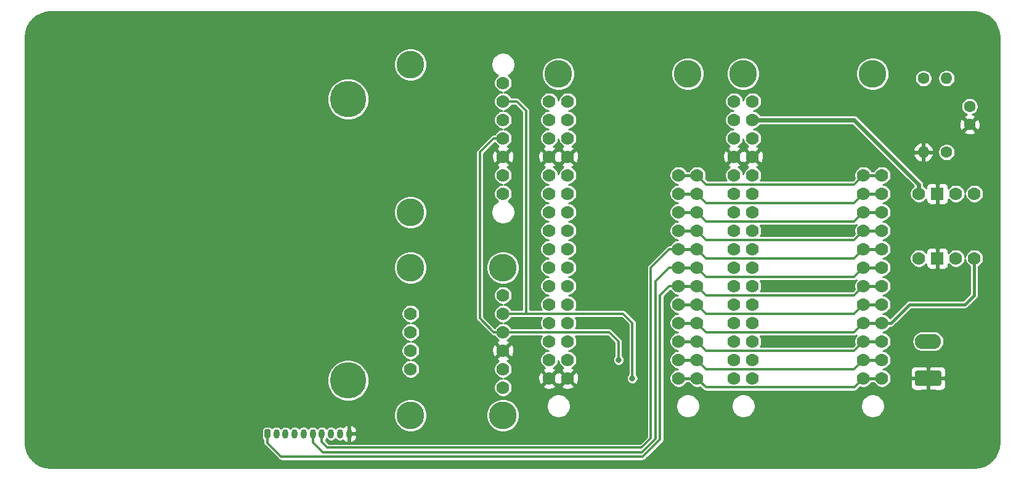
<source format=gbl>
G04 #@! TF.GenerationSoftware,KiCad,Pcbnew,(5.1.9-0-10_14)*
G04 #@! TF.CreationDate,2021-05-11T12:02:21-04:00*
G04 #@! TF.ProjectId,Cryologger ITB - Adafruit,4372796f-6c6f-4676-9765-722049544220,rev?*
G04 #@! TF.SameCoordinates,Original*
G04 #@! TF.FileFunction,Copper,L2,Bot*
G04 #@! TF.FilePolarity,Positive*
%FSLAX46Y46*%
G04 Gerber Fmt 4.6, Leading zero omitted, Abs format (unit mm)*
G04 Created by KiCad (PCBNEW (5.1.9-0-10_14)) date 2021-05-11 12:02:21*
%MOMM*%
%LPD*%
G01*
G04 APERTURE LIST*
G04 #@! TA.AperFunction,ComponentPad*
%ADD10C,4.999990*%
G04 #@! TD*
G04 #@! TA.AperFunction,ComponentPad*
%ADD11C,1.778000*%
G04 #@! TD*
G04 #@! TA.AperFunction,ComponentPad*
%ADD12C,3.810000*%
G04 #@! TD*
G04 #@! TA.AperFunction,ComponentPad*
%ADD13O,0.800000X1.300000*%
G04 #@! TD*
G04 #@! TA.AperFunction,ComponentPad*
%ADD14C,6.000000*%
G04 #@! TD*
G04 #@! TA.AperFunction,WasherPad*
%ADD15C,3.810000*%
G04 #@! TD*
G04 #@! TA.AperFunction,ComponentPad*
%ADD16C,1.600000*%
G04 #@! TD*
G04 #@! TA.AperFunction,ComponentPad*
%ADD17O,1.600000X1.600000*%
G04 #@! TD*
G04 #@! TA.AperFunction,ComponentPad*
%ADD18R,1.778000X1.778000*%
G04 #@! TD*
G04 #@! TA.AperFunction,ComponentPad*
%ADD19O,3.600000X2.080000*%
G04 #@! TD*
G04 #@! TA.AperFunction,ViaPad*
%ADD20C,0.800000*%
G04 #@! TD*
G04 #@! TA.AperFunction,Conductor*
%ADD21C,0.406400*%
G04 #@! TD*
G04 #@! TA.AperFunction,Conductor*
%ADD22C,0.304800*%
G04 #@! TD*
G04 #@! TA.AperFunction,Conductor*
%ADD23C,0.609600*%
G04 #@! TD*
G04 #@! TA.AperFunction,Conductor*
%ADD24C,0.254000*%
G04 #@! TD*
G04 #@! TA.AperFunction,Conductor*
%ADD25C,0.150000*%
G04 #@! TD*
G04 APERTURE END LIST*
D10*
X151430000Y-61930000D03*
X151430000Y-100630000D03*
D11*
X179070000Y-62230000D03*
D12*
X180340000Y-58420000D03*
X198120000Y-58420000D03*
D11*
X179070000Y-64770000D03*
X179070000Y-67310000D03*
X179070000Y-69850000D03*
X179070000Y-72390000D03*
X179070000Y-74930000D03*
X179070000Y-77470000D03*
X179070000Y-80010000D03*
X179070000Y-82550000D03*
X179070000Y-85090000D03*
X179070000Y-87630000D03*
X179070000Y-90170000D03*
X179070000Y-92710000D03*
X179070000Y-95250000D03*
X179070000Y-97790000D03*
X179070000Y-100330000D03*
X199390000Y-72390000D03*
X199390000Y-74930000D03*
X199390000Y-77470000D03*
X199390000Y-80010000D03*
X199390000Y-82550000D03*
X199390000Y-85090000D03*
X199390000Y-87630000D03*
X199390000Y-90170000D03*
X199390000Y-92710000D03*
X199390000Y-95250000D03*
X199390000Y-97790000D03*
X199390000Y-100330000D03*
X181610000Y-69850000D03*
X181610000Y-74930000D03*
X181610000Y-77470000D03*
X181610000Y-64770000D03*
X181610000Y-72390000D03*
X181610000Y-67310000D03*
X181610000Y-80010000D03*
X181610000Y-97790000D03*
X181610000Y-100330000D03*
X181610000Y-92710000D03*
X181610000Y-95250000D03*
X181610000Y-85090000D03*
X181610000Y-87630000D03*
X181610000Y-90170000D03*
X181610000Y-82550000D03*
X181610000Y-62230000D03*
X196850000Y-82550000D03*
X196850000Y-74930000D03*
X196850000Y-80010000D03*
X196850000Y-85090000D03*
X196850000Y-77470000D03*
X196850000Y-72390000D03*
X196850000Y-87630000D03*
X196850000Y-92710000D03*
X196850000Y-90170000D03*
X196850000Y-100330000D03*
X196850000Y-95250000D03*
X196850000Y-97790000D03*
X222250000Y-97790000D03*
X222250000Y-95250000D03*
X222250000Y-100330000D03*
X222250000Y-90170000D03*
X222250000Y-92710000D03*
X222250000Y-87630000D03*
X222250000Y-72390000D03*
X222250000Y-77470000D03*
X222250000Y-85090000D03*
X222250000Y-80010000D03*
X222250000Y-74930000D03*
X222250000Y-82550000D03*
X207010000Y-62230000D03*
X207010000Y-82550000D03*
X207010000Y-90170000D03*
X207010000Y-87630000D03*
X207010000Y-85090000D03*
X207010000Y-95250000D03*
X207010000Y-92710000D03*
X207010000Y-100330000D03*
X207010000Y-97790000D03*
X207010000Y-80010000D03*
X207010000Y-67310000D03*
X207010000Y-72390000D03*
X207010000Y-64770000D03*
X207010000Y-77470000D03*
X207010000Y-74930000D03*
X207010000Y-69850000D03*
X224790000Y-100330000D03*
X224790000Y-97790000D03*
X224790000Y-95250000D03*
X224790000Y-92710000D03*
X224790000Y-90170000D03*
X224790000Y-87630000D03*
X224790000Y-85090000D03*
X224790000Y-82550000D03*
X224790000Y-80010000D03*
X224790000Y-77470000D03*
X224790000Y-74930000D03*
X224790000Y-72390000D03*
X204470000Y-100330000D03*
X204470000Y-97790000D03*
X204470000Y-95250000D03*
X204470000Y-92710000D03*
X204470000Y-90170000D03*
X204470000Y-87630000D03*
X204470000Y-85090000D03*
X204470000Y-82550000D03*
X204470000Y-80010000D03*
X204470000Y-77470000D03*
X204470000Y-74930000D03*
X204470000Y-72390000D03*
X204470000Y-69850000D03*
X204470000Y-67310000D03*
X204470000Y-64770000D03*
D12*
X223520000Y-58420000D03*
X205740000Y-58420000D03*
D11*
X204470000Y-62230000D03*
D13*
X151585000Y-107950000D03*
X150335000Y-107950000D03*
X149085000Y-107950000D03*
X147835000Y-107950000D03*
X146585000Y-107950000D03*
X145335000Y-107950000D03*
X144085000Y-107950000D03*
X142835000Y-107950000D03*
X141585000Y-107950000D03*
G04 #@! TA.AperFunction,ComponentPad*
G36*
G01*
X139935000Y-108400000D02*
X139935000Y-107500000D01*
G75*
G02*
X140135000Y-107300000I200000J0D01*
G01*
X140535000Y-107300000D01*
G75*
G02*
X140735000Y-107500000I0J-200000D01*
G01*
X140735000Y-108400000D01*
G75*
G02*
X140535000Y-108600000I-200000J0D01*
G01*
X140135000Y-108600000D01*
G75*
G02*
X139935000Y-108400000I0J200000D01*
G01*
G37*
G04 #@! TD.AperFunction*
D14*
X110490000Y-109220000D03*
X110490000Y-53340000D03*
X237490000Y-53340000D03*
X237490000Y-109220000D03*
D15*
X160020000Y-85090000D03*
X160020000Y-105410000D03*
X172720000Y-85090000D03*
X172720000Y-105410000D03*
D11*
X172720000Y-91440000D03*
X172720000Y-88900000D03*
X160020000Y-99060000D03*
X160020000Y-96520000D03*
X160020000Y-93980000D03*
X160020000Y-91440000D03*
X172720000Y-101600000D03*
X172720000Y-99060000D03*
X172720000Y-96520000D03*
X172720000Y-93980000D03*
D16*
X236855000Y-65405000D03*
X236855000Y-62905000D03*
D17*
X233680000Y-59055000D03*
D16*
X233680000Y-69215000D03*
D17*
X230505000Y-69215000D03*
D16*
X230505000Y-59055000D03*
D11*
X237490000Y-74930000D03*
X234950000Y-74930000D03*
D18*
X232410000Y-74930000D03*
D11*
X229870000Y-74930000D03*
X229870000Y-83820000D03*
D18*
X232410000Y-83820000D03*
D11*
X234950000Y-83820000D03*
X237490000Y-83820000D03*
X172720000Y-67310000D03*
D15*
X160020000Y-77470000D03*
D11*
X172720000Y-69850000D03*
X172720000Y-72390000D03*
X172720000Y-74930000D03*
X172720000Y-64770000D03*
D15*
X160020000Y-57150000D03*
D11*
X172720000Y-62230000D03*
X172720000Y-59690000D03*
G04 #@! TA.AperFunction,ComponentPad*
G36*
G01*
X232690002Y-101370000D02*
X229589998Y-101370000D01*
G75*
G02*
X229340000Y-101120002I0J249998D01*
G01*
X229340000Y-99539998D01*
G75*
G02*
X229589998Y-99290000I249998J0D01*
G01*
X232690002Y-99290000D01*
G75*
G02*
X232940000Y-99539998I0J-249998D01*
G01*
X232940000Y-101120002D01*
G75*
G02*
X232690002Y-101370000I-249998J0D01*
G01*
G37*
G04 #@! TD.AperFunction*
D19*
X231140000Y-95250000D03*
D20*
X188595000Y-97790000D03*
X190500000Y-100330000D03*
X110490000Y-59690000D03*
X132080000Y-81280000D03*
X110490000Y-102870000D03*
X166370000Y-67310000D03*
X166370000Y-95250000D03*
X142240000Y-71120000D03*
X121920000Y-71120000D03*
X121920000Y-91440000D03*
X142240000Y-92710000D03*
X166370000Y-58420000D03*
X166370000Y-76200000D03*
X166370000Y-87630000D03*
X166370000Y-102870000D03*
X189230000Y-58420000D03*
X189230000Y-104140000D03*
X153670000Y-81280000D03*
X110490000Y-81280000D03*
X158750000Y-67310000D03*
X214630000Y-104140000D03*
X214630000Y-58420000D03*
X132080000Y-59690000D03*
X132080000Y-102870000D03*
X189230000Y-87630000D03*
X214630000Y-87630000D03*
X214630000Y-95250000D03*
X214630000Y-80010000D03*
X214630000Y-68580000D03*
X189230000Y-68580000D03*
X189230000Y-80010000D03*
X175260000Y-92710000D03*
D21*
X224790000Y-97790000D02*
X222250000Y-97790000D01*
D22*
X222250000Y-97790000D02*
X220980000Y-99060000D01*
X220980000Y-99060000D02*
X200660000Y-99060000D01*
X200660000Y-99060000D02*
X199390000Y-97790000D01*
D21*
X199390000Y-97790000D02*
X196850000Y-97790000D01*
D22*
X172720000Y-93980000D02*
X172085000Y-93980000D01*
X187325000Y-93980000D02*
X172720000Y-93980000D01*
X188595000Y-95250000D02*
X187325000Y-93980000D01*
X188595000Y-97790000D02*
X188595000Y-95250000D01*
X169545000Y-92075000D02*
X171450000Y-93980000D01*
X171450000Y-93980000D02*
X172720000Y-93980000D01*
X169545000Y-92075000D02*
X169545000Y-69215000D01*
X169545000Y-69215000D02*
X171450000Y-67310000D01*
X171450000Y-67310000D02*
X172720000Y-67310000D01*
D21*
X224790000Y-100330000D02*
X222250000Y-100330000D01*
D22*
X221008599Y-101571401D02*
X200631401Y-101571401D01*
X222250000Y-100330000D02*
X221008599Y-101571401D01*
X200631401Y-101571401D02*
X199390000Y-100330000D01*
D21*
X199390000Y-100330000D02*
X196850000Y-100330000D01*
D22*
X173355000Y-62230000D02*
X172720000Y-62230000D01*
X172720000Y-62230000D02*
X174625000Y-62230000D01*
X174625000Y-62230000D02*
X175895000Y-63500000D01*
X175895000Y-63500000D02*
X175895000Y-91440000D01*
X190500000Y-92710000D02*
X189230000Y-91440000D01*
X189230000Y-91440000D02*
X172720000Y-91440000D01*
X190500000Y-100330000D02*
X190500000Y-92710000D01*
D21*
X224790000Y-72390000D02*
X222250000Y-72390000D01*
D22*
X222250000Y-72390000D02*
X220980000Y-73660000D01*
X220980000Y-73660000D02*
X200660000Y-73660000D01*
X200660000Y-73660000D02*
X199390000Y-72390000D01*
D21*
X199390000Y-72390000D02*
X196850000Y-72390000D01*
X224790000Y-77470000D02*
X222250000Y-77470000D01*
X199390000Y-77470000D02*
X196850000Y-77470000D01*
D22*
X222250000Y-77470000D02*
X220980000Y-78740000D01*
X220980000Y-78740000D02*
X200660000Y-78740000D01*
X200660000Y-78740000D02*
X199390000Y-77470000D01*
D21*
X224790000Y-74930000D02*
X222250000Y-74930000D01*
D22*
X222250000Y-74930000D02*
X220980000Y-76200000D01*
X220980000Y-76200000D02*
X200660000Y-76200000D01*
X200660000Y-76200000D02*
X199390000Y-74930000D01*
D21*
X199390000Y-74930000D02*
X196850000Y-74930000D01*
X224790000Y-95250000D02*
X222250000Y-95250000D01*
D22*
X222250000Y-95250000D02*
X220980000Y-96520000D01*
X220980000Y-96520000D02*
X200660000Y-96520000D01*
X200660000Y-96520000D02*
X199390000Y-95250000D01*
D21*
X199390000Y-95250000D02*
X196850000Y-95250000D01*
X224790000Y-90170000D02*
X222250000Y-90170000D01*
D22*
X222250000Y-90170000D02*
X220980000Y-91440000D01*
X220980000Y-91440000D02*
X200660000Y-91440000D01*
X200660000Y-91440000D02*
X199390000Y-90170000D01*
D21*
X199390000Y-90170000D02*
X196850000Y-90170000D01*
X224790000Y-92710000D02*
X222250000Y-92710000D01*
D22*
X222250000Y-92710000D02*
X220980000Y-93980000D01*
X220980000Y-93980000D02*
X200660000Y-93980000D01*
X200660000Y-93980000D02*
X199390000Y-92710000D01*
D21*
X199390000Y-92710000D02*
X196850000Y-92710000D01*
X237490000Y-88900000D02*
X237490000Y-83820000D01*
X228600000Y-90170000D02*
X236220000Y-90170000D01*
X226060000Y-92710000D02*
X228600000Y-90170000D01*
X236220000Y-90170000D02*
X237490000Y-88900000D01*
X224790000Y-92710000D02*
X226060000Y-92710000D01*
X224790000Y-87630000D02*
X222250000Y-87630000D01*
D22*
X222250000Y-87630000D02*
X220980000Y-88900000D01*
X220980000Y-88900000D02*
X200660000Y-88900000D01*
X200660000Y-88900000D02*
X199390000Y-87630000D01*
D21*
X199390000Y-87630000D02*
X196850000Y-87630000D01*
D22*
X195580000Y-87630000D02*
X196850000Y-87630000D01*
X194310000Y-88900000D02*
X195580000Y-87630000D01*
X194310000Y-108742818D02*
X194310000Y-88900000D01*
X191927818Y-111125000D02*
X194310000Y-108742818D01*
X142240000Y-111125000D02*
X191927818Y-111125000D01*
X140335000Y-109220000D02*
X142240000Y-111125000D01*
X140335000Y-107950000D02*
X140335000Y-109220000D01*
D21*
X224790000Y-85090000D02*
X222250000Y-85090000D01*
D22*
X222250000Y-85090000D02*
X220980000Y-86360000D01*
X220980000Y-86360000D02*
X200660000Y-86360000D01*
X200660000Y-86360000D02*
X199390000Y-85090000D01*
D21*
X199390000Y-85090000D02*
X196850000Y-85090000D01*
D22*
X195580000Y-85090000D02*
X196850000Y-85090000D01*
X193675000Y-86995000D02*
X195580000Y-85090000D01*
X193675000Y-108663909D02*
X193675000Y-86995000D01*
X147955000Y-110490000D02*
X191848909Y-110490000D01*
X146585000Y-109120000D02*
X147955000Y-110490000D01*
X191848909Y-110490000D02*
X193675000Y-108663909D01*
X146585000Y-107950000D02*
X146585000Y-109120000D01*
D21*
X224790000Y-80010000D02*
X222250000Y-80010000D01*
D22*
X222250000Y-80010000D02*
X220980000Y-81280000D01*
X220980000Y-81280000D02*
X200660000Y-81280000D01*
X200660000Y-81280000D02*
X199390000Y-80010000D01*
D21*
X199390000Y-80010000D02*
X196850000Y-80010000D01*
X224790000Y-82550000D02*
X222250000Y-82550000D01*
D22*
X222250000Y-82550000D02*
X220980000Y-83820000D01*
X220980000Y-83820000D02*
X200660000Y-83820000D01*
X200660000Y-83820000D02*
X199390000Y-82550000D01*
D21*
X199390000Y-82550000D02*
X196850000Y-82550000D01*
D22*
X195580000Y-82550000D02*
X196850000Y-82550000D01*
X193040000Y-85090000D02*
X195580000Y-82550000D01*
X191770000Y-109855000D02*
X193040000Y-108585000D01*
X148590000Y-109855000D02*
X191770000Y-109855000D01*
X193040000Y-108585000D02*
X193040000Y-85090000D01*
X147835000Y-109100000D02*
X148590000Y-109855000D01*
X147835000Y-107950000D02*
X147835000Y-109100000D01*
D23*
X229870000Y-74930000D02*
X229870000Y-73660000D01*
X229870000Y-73660000D02*
X220980000Y-64770000D01*
X220980000Y-64770000D02*
X207010000Y-64770000D01*
D24*
X238150793Y-50002738D02*
X238786423Y-50194646D01*
X239372669Y-50506359D01*
X239887203Y-50926002D01*
X240310431Y-51437598D01*
X240626227Y-52021650D01*
X240822567Y-52655921D01*
X240893981Y-53335382D01*
X240894000Y-53340847D01*
X240894001Y-109200136D01*
X240827262Y-109880791D01*
X240635354Y-110516423D01*
X240323641Y-111102669D01*
X239903998Y-111617203D01*
X239392406Y-112040429D01*
X238808349Y-112356227D01*
X238174079Y-112552567D01*
X237494618Y-112623981D01*
X237489152Y-112624000D01*
X110509854Y-112624000D01*
X109829209Y-112557262D01*
X109193577Y-112365354D01*
X108607331Y-112053641D01*
X108092797Y-111633998D01*
X107669571Y-111122406D01*
X107353773Y-110538349D01*
X107157433Y-109904079D01*
X107086019Y-109224618D01*
X107086000Y-109219152D01*
X107086000Y-107500000D01*
X139552157Y-107500000D01*
X139552157Y-108400000D01*
X139563356Y-108513707D01*
X139596523Y-108623044D01*
X139650384Y-108723810D01*
X139722868Y-108812132D01*
X139801601Y-108876746D01*
X139801601Y-109193804D01*
X139799021Y-109220000D01*
X139809319Y-109324564D01*
X139839819Y-109425110D01*
X139877899Y-109496351D01*
X139889350Y-109517775D01*
X139916674Y-109551069D01*
X139939307Y-109578648D01*
X139939310Y-109578651D01*
X139956006Y-109598995D01*
X139976350Y-109615691D01*
X141844304Y-111483645D01*
X141861005Y-111503995D01*
X141942225Y-111570651D01*
X142034889Y-111620181D01*
X142135435Y-111650681D01*
X142213805Y-111658400D01*
X142213813Y-111658400D01*
X142240000Y-111660979D01*
X142266187Y-111658400D01*
X191901631Y-111658400D01*
X191927818Y-111660979D01*
X191954005Y-111658400D01*
X191954013Y-111658400D01*
X192032383Y-111650681D01*
X192132929Y-111620181D01*
X192225593Y-111570651D01*
X192306813Y-111503995D01*
X192323514Y-111483645D01*
X194668651Y-109138509D01*
X194688995Y-109121813D01*
X194709164Y-109097238D01*
X194755651Y-109040593D01*
X194805181Y-108947929D01*
X194835681Y-108847383D01*
X194837954Y-108824307D01*
X194843400Y-108769013D01*
X194843400Y-108769006D01*
X194845979Y-108742819D01*
X194843400Y-108716632D01*
X194843400Y-103977391D01*
X196469000Y-103977391D01*
X196469000Y-104302609D01*
X196532447Y-104621579D01*
X196656903Y-104922042D01*
X196837585Y-105192451D01*
X197067549Y-105422415D01*
X197337958Y-105603097D01*
X197638421Y-105727553D01*
X197957391Y-105791000D01*
X198282609Y-105791000D01*
X198601579Y-105727553D01*
X198902042Y-105603097D01*
X199172451Y-105422415D01*
X199402415Y-105192451D01*
X199583097Y-104922042D01*
X199707553Y-104621579D01*
X199771000Y-104302609D01*
X199771000Y-103977391D01*
X204089000Y-103977391D01*
X204089000Y-104302609D01*
X204152447Y-104621579D01*
X204276903Y-104922042D01*
X204457585Y-105192451D01*
X204687549Y-105422415D01*
X204957958Y-105603097D01*
X205258421Y-105727553D01*
X205577391Y-105791000D01*
X205902609Y-105791000D01*
X206221579Y-105727553D01*
X206522042Y-105603097D01*
X206792451Y-105422415D01*
X207022415Y-105192451D01*
X207203097Y-104922042D01*
X207327553Y-104621579D01*
X207391000Y-104302609D01*
X207391000Y-103977391D01*
X221869000Y-103977391D01*
X221869000Y-104302609D01*
X221932447Y-104621579D01*
X222056903Y-104922042D01*
X222237585Y-105192451D01*
X222467549Y-105422415D01*
X222737958Y-105603097D01*
X223038421Y-105727553D01*
X223357391Y-105791000D01*
X223682609Y-105791000D01*
X224001579Y-105727553D01*
X224302042Y-105603097D01*
X224572451Y-105422415D01*
X224802415Y-105192451D01*
X224983097Y-104922042D01*
X225107553Y-104621579D01*
X225171000Y-104302609D01*
X225171000Y-103977391D01*
X225107553Y-103658421D01*
X224983097Y-103357958D01*
X224802415Y-103087549D01*
X224572451Y-102857585D01*
X224302042Y-102676903D01*
X224001579Y-102552447D01*
X223682609Y-102489000D01*
X223357391Y-102489000D01*
X223038421Y-102552447D01*
X222737958Y-102676903D01*
X222467549Y-102857585D01*
X222237585Y-103087549D01*
X222056903Y-103357958D01*
X221932447Y-103658421D01*
X221869000Y-103977391D01*
X207391000Y-103977391D01*
X207327553Y-103658421D01*
X207203097Y-103357958D01*
X207022415Y-103087549D01*
X206792451Y-102857585D01*
X206522042Y-102676903D01*
X206221579Y-102552447D01*
X205902609Y-102489000D01*
X205577391Y-102489000D01*
X205258421Y-102552447D01*
X204957958Y-102676903D01*
X204687549Y-102857585D01*
X204457585Y-103087549D01*
X204276903Y-103357958D01*
X204152447Y-103658421D01*
X204089000Y-103977391D01*
X199771000Y-103977391D01*
X199707553Y-103658421D01*
X199583097Y-103357958D01*
X199402415Y-103087549D01*
X199172451Y-102857585D01*
X198902042Y-102676903D01*
X198601579Y-102552447D01*
X198282609Y-102489000D01*
X197957391Y-102489000D01*
X197638421Y-102552447D01*
X197337958Y-102676903D01*
X197067549Y-102857585D01*
X196837585Y-103087549D01*
X196656903Y-103357958D01*
X196532447Y-103658421D01*
X196469000Y-103977391D01*
X194843400Y-103977391D01*
X194843400Y-89120941D01*
X195727837Y-88236504D01*
X195863527Y-88439578D01*
X196040422Y-88616473D01*
X196248429Y-88755459D01*
X196479555Y-88851195D01*
X196724916Y-88900000D01*
X196479555Y-88948805D01*
X196248429Y-89044541D01*
X196040422Y-89183527D01*
X195863527Y-89360422D01*
X195724541Y-89568429D01*
X195628805Y-89799555D01*
X195580000Y-90044916D01*
X195580000Y-90295084D01*
X195628805Y-90540445D01*
X195724541Y-90771571D01*
X195863527Y-90979578D01*
X196040422Y-91156473D01*
X196248429Y-91295459D01*
X196479555Y-91391195D01*
X196724916Y-91440000D01*
X196479555Y-91488805D01*
X196248429Y-91584541D01*
X196040422Y-91723527D01*
X195863527Y-91900422D01*
X195724541Y-92108429D01*
X195628805Y-92339555D01*
X195580000Y-92584916D01*
X195580000Y-92835084D01*
X195628805Y-93080445D01*
X195724541Y-93311571D01*
X195863527Y-93519578D01*
X196040422Y-93696473D01*
X196248429Y-93835459D01*
X196479555Y-93931195D01*
X196724916Y-93980000D01*
X196479555Y-94028805D01*
X196248429Y-94124541D01*
X196040422Y-94263527D01*
X195863527Y-94440422D01*
X195724541Y-94648429D01*
X195628805Y-94879555D01*
X195580000Y-95124916D01*
X195580000Y-95375084D01*
X195628805Y-95620445D01*
X195724541Y-95851571D01*
X195863527Y-96059578D01*
X196040422Y-96236473D01*
X196248429Y-96375459D01*
X196479555Y-96471195D01*
X196724916Y-96520000D01*
X196479555Y-96568805D01*
X196248429Y-96664541D01*
X196040422Y-96803527D01*
X195863527Y-96980422D01*
X195724541Y-97188429D01*
X195628805Y-97419555D01*
X195580000Y-97664916D01*
X195580000Y-97915084D01*
X195628805Y-98160445D01*
X195724541Y-98391571D01*
X195863527Y-98599578D01*
X196040422Y-98776473D01*
X196248429Y-98915459D01*
X196479555Y-99011195D01*
X196724916Y-99060000D01*
X196479555Y-99108805D01*
X196248429Y-99204541D01*
X196040422Y-99343527D01*
X195863527Y-99520422D01*
X195724541Y-99728429D01*
X195628805Y-99959555D01*
X195580000Y-100204916D01*
X195580000Y-100455084D01*
X195628805Y-100700445D01*
X195724541Y-100931571D01*
X195863527Y-101139578D01*
X196040422Y-101316473D01*
X196248429Y-101455459D01*
X196479555Y-101551195D01*
X196724916Y-101600000D01*
X196975084Y-101600000D01*
X197220445Y-101551195D01*
X197451571Y-101455459D01*
X197659578Y-101316473D01*
X197836473Y-101139578D01*
X197975459Y-100931571D01*
X197982654Y-100914200D01*
X198257346Y-100914200D01*
X198264541Y-100931571D01*
X198403527Y-101139578D01*
X198580422Y-101316473D01*
X198788429Y-101455459D01*
X199019555Y-101551195D01*
X199264916Y-101600000D01*
X199515084Y-101600000D01*
X199760445Y-101551195D01*
X199828616Y-101522958D01*
X200235710Y-101930052D01*
X200252406Y-101950396D01*
X200272750Y-101967092D01*
X200272752Y-101967094D01*
X200306345Y-101994663D01*
X200333626Y-102017052D01*
X200426290Y-102066582D01*
X200526836Y-102097082D01*
X200605206Y-102104801D01*
X200605213Y-102104801D01*
X200631400Y-102107380D01*
X200657587Y-102104801D01*
X220982412Y-102104801D01*
X221008599Y-102107380D01*
X221034786Y-102104801D01*
X221034794Y-102104801D01*
X221113164Y-102097082D01*
X221213710Y-102066582D01*
X221306374Y-102017052D01*
X221387594Y-101950396D01*
X221404294Y-101930047D01*
X221811384Y-101522957D01*
X221879555Y-101551195D01*
X222124916Y-101600000D01*
X222375084Y-101600000D01*
X222620445Y-101551195D01*
X222851571Y-101455459D01*
X223059578Y-101316473D01*
X223236473Y-101139578D01*
X223375459Y-100931571D01*
X223382654Y-100914200D01*
X223657346Y-100914200D01*
X223664541Y-100931571D01*
X223803527Y-101139578D01*
X223980422Y-101316473D01*
X224188429Y-101455459D01*
X224419555Y-101551195D01*
X224664916Y-101600000D01*
X224915084Y-101600000D01*
X225160445Y-101551195D01*
X225391571Y-101455459D01*
X225519469Y-101370000D01*
X228701928Y-101370000D01*
X228714188Y-101494482D01*
X228750498Y-101614180D01*
X228809463Y-101724494D01*
X228888815Y-101821185D01*
X228985506Y-101900537D01*
X229095820Y-101959502D01*
X229215518Y-101995812D01*
X229340000Y-102008072D01*
X230854250Y-102005000D01*
X231013000Y-101846250D01*
X231013000Y-100457000D01*
X231267000Y-100457000D01*
X231267000Y-101846250D01*
X231425750Y-102005000D01*
X232940000Y-102008072D01*
X233064482Y-101995812D01*
X233184180Y-101959502D01*
X233294494Y-101900537D01*
X233391185Y-101821185D01*
X233470537Y-101724494D01*
X233529502Y-101614180D01*
X233565812Y-101494482D01*
X233578072Y-101370000D01*
X233575000Y-100615750D01*
X233416250Y-100457000D01*
X231267000Y-100457000D01*
X231013000Y-100457000D01*
X228863750Y-100457000D01*
X228705000Y-100615750D01*
X228701928Y-101370000D01*
X225519469Y-101370000D01*
X225599578Y-101316473D01*
X225776473Y-101139578D01*
X225915459Y-100931571D01*
X226011195Y-100700445D01*
X226060000Y-100455084D01*
X226060000Y-100204916D01*
X226011195Y-99959555D01*
X225915459Y-99728429D01*
X225776473Y-99520422D01*
X225599578Y-99343527D01*
X225519470Y-99290000D01*
X228701928Y-99290000D01*
X228705000Y-100044250D01*
X228863750Y-100203000D01*
X231013000Y-100203000D01*
X231013000Y-98813750D01*
X231267000Y-98813750D01*
X231267000Y-100203000D01*
X233416250Y-100203000D01*
X233575000Y-100044250D01*
X233578072Y-99290000D01*
X233565812Y-99165518D01*
X233529502Y-99045820D01*
X233470537Y-98935506D01*
X233391185Y-98838815D01*
X233294494Y-98759463D01*
X233184180Y-98700498D01*
X233064482Y-98664188D01*
X232940000Y-98651928D01*
X231425750Y-98655000D01*
X231267000Y-98813750D01*
X231013000Y-98813750D01*
X230854250Y-98655000D01*
X229340000Y-98651928D01*
X229215518Y-98664188D01*
X229095820Y-98700498D01*
X228985506Y-98759463D01*
X228888815Y-98838815D01*
X228809463Y-98935506D01*
X228750498Y-99045820D01*
X228714188Y-99165518D01*
X228701928Y-99290000D01*
X225519470Y-99290000D01*
X225391571Y-99204541D01*
X225160445Y-99108805D01*
X224915084Y-99060000D01*
X225160445Y-99011195D01*
X225391571Y-98915459D01*
X225599578Y-98776473D01*
X225776473Y-98599578D01*
X225915459Y-98391571D01*
X226011195Y-98160445D01*
X226060000Y-97915084D01*
X226060000Y-97664916D01*
X226011195Y-97419555D01*
X225915459Y-97188429D01*
X225776473Y-96980422D01*
X225599578Y-96803527D01*
X225391571Y-96664541D01*
X225160445Y-96568805D01*
X224915084Y-96520000D01*
X225160445Y-96471195D01*
X225391571Y-96375459D01*
X225599578Y-96236473D01*
X225776473Y-96059578D01*
X225915459Y-95851571D01*
X226011195Y-95620445D01*
X226060000Y-95375084D01*
X226060000Y-95250000D01*
X228952125Y-95250000D01*
X228979561Y-95528565D01*
X229060816Y-95796424D01*
X229192765Y-96043285D01*
X229370340Y-96259660D01*
X229586715Y-96437235D01*
X229833576Y-96569184D01*
X230101435Y-96650439D01*
X230310196Y-96671000D01*
X231969804Y-96671000D01*
X232178565Y-96650439D01*
X232446424Y-96569184D01*
X232693285Y-96437235D01*
X232909660Y-96259660D01*
X233087235Y-96043285D01*
X233219184Y-95796424D01*
X233300439Y-95528565D01*
X233327875Y-95250000D01*
X233300439Y-94971435D01*
X233219184Y-94703576D01*
X233087235Y-94456715D01*
X232909660Y-94240340D01*
X232693285Y-94062765D01*
X232446424Y-93930816D01*
X232178565Y-93849561D01*
X231969804Y-93829000D01*
X230310196Y-93829000D01*
X230101435Y-93849561D01*
X229833576Y-93930816D01*
X229586715Y-94062765D01*
X229370340Y-94240340D01*
X229192765Y-94456715D01*
X229060816Y-94703576D01*
X228979561Y-94971435D01*
X228952125Y-95250000D01*
X226060000Y-95250000D01*
X226060000Y-95124916D01*
X226011195Y-94879555D01*
X225915459Y-94648429D01*
X225776473Y-94440422D01*
X225599578Y-94263527D01*
X225391571Y-94124541D01*
X225160445Y-94028805D01*
X224915084Y-93980000D01*
X225160445Y-93931195D01*
X225391571Y-93835459D01*
X225599578Y-93696473D01*
X225776473Y-93519578D01*
X225915459Y-93311571D01*
X225922654Y-93294200D01*
X226031316Y-93294200D01*
X226060000Y-93297025D01*
X226088684Y-93294200D01*
X226088692Y-93294200D01*
X226174523Y-93285746D01*
X226284645Y-93252341D01*
X226386134Y-93198094D01*
X226475090Y-93125090D01*
X226493382Y-93102801D01*
X228841983Y-90754200D01*
X236191316Y-90754200D01*
X236220000Y-90757025D01*
X236248684Y-90754200D01*
X236248692Y-90754200D01*
X236334523Y-90745746D01*
X236444645Y-90712341D01*
X236546134Y-90658094D01*
X236635090Y-90585090D01*
X236653382Y-90562801D01*
X237882802Y-89333381D01*
X237905090Y-89315090D01*
X237978094Y-89226134D01*
X238032341Y-89124645D01*
X238065746Y-89014523D01*
X238074200Y-88928692D01*
X238074200Y-88928683D01*
X238077025Y-88900001D01*
X238074200Y-88871319D01*
X238074200Y-84952654D01*
X238091571Y-84945459D01*
X238299578Y-84806473D01*
X238476473Y-84629578D01*
X238615459Y-84421571D01*
X238711195Y-84190445D01*
X238760000Y-83945084D01*
X238760000Y-83694916D01*
X238711195Y-83449555D01*
X238615459Y-83218429D01*
X238476473Y-83010422D01*
X238299578Y-82833527D01*
X238091571Y-82694541D01*
X237860445Y-82598805D01*
X237615084Y-82550000D01*
X237364916Y-82550000D01*
X237119555Y-82598805D01*
X236888429Y-82694541D01*
X236680422Y-82833527D01*
X236503527Y-83010422D01*
X236364541Y-83218429D01*
X236268805Y-83449555D01*
X236220000Y-83694916D01*
X236171195Y-83449555D01*
X236075459Y-83218429D01*
X235936473Y-83010422D01*
X235759578Y-82833527D01*
X235551571Y-82694541D01*
X235320445Y-82598805D01*
X235075084Y-82550000D01*
X234824916Y-82550000D01*
X234579555Y-82598805D01*
X234348429Y-82694541D01*
X234140422Y-82833527D01*
X233963527Y-83010422D01*
X233936461Y-83050929D01*
X233937072Y-82931000D01*
X233924812Y-82806518D01*
X233888502Y-82686820D01*
X233829537Y-82576506D01*
X233750185Y-82479815D01*
X233653494Y-82400463D01*
X233543180Y-82341498D01*
X233423482Y-82305188D01*
X233299000Y-82292928D01*
X232695750Y-82296000D01*
X232537000Y-82454750D01*
X232537000Y-83693000D01*
X232557000Y-83693000D01*
X232557000Y-83947000D01*
X232537000Y-83947000D01*
X232537000Y-85185250D01*
X232695750Y-85344000D01*
X233299000Y-85347072D01*
X233423482Y-85334812D01*
X233543180Y-85298502D01*
X233653494Y-85239537D01*
X233750185Y-85160185D01*
X233829537Y-85063494D01*
X233888502Y-84953180D01*
X233924812Y-84833482D01*
X233937072Y-84709000D01*
X233936461Y-84589071D01*
X233963527Y-84629578D01*
X234140422Y-84806473D01*
X234348429Y-84945459D01*
X234579555Y-85041195D01*
X234824916Y-85090000D01*
X235075084Y-85090000D01*
X235320445Y-85041195D01*
X235551571Y-84945459D01*
X235759578Y-84806473D01*
X235936473Y-84629578D01*
X236075459Y-84421571D01*
X236171195Y-84190445D01*
X236220000Y-83945084D01*
X236268805Y-84190445D01*
X236364541Y-84421571D01*
X236503527Y-84629578D01*
X236680422Y-84806473D01*
X236888429Y-84945459D01*
X236905801Y-84952655D01*
X236905800Y-88658017D01*
X235978017Y-89585800D01*
X228628681Y-89585800D01*
X228599999Y-89582975D01*
X228571317Y-89585800D01*
X228571308Y-89585800D01*
X228485477Y-89594254D01*
X228375355Y-89627659D01*
X228273866Y-89681906D01*
X228184910Y-89754910D01*
X228166620Y-89777197D01*
X225883387Y-92060430D01*
X225776473Y-91900422D01*
X225599578Y-91723527D01*
X225391571Y-91584541D01*
X225160445Y-91488805D01*
X224915084Y-91440000D01*
X225160445Y-91391195D01*
X225391571Y-91295459D01*
X225599578Y-91156473D01*
X225776473Y-90979578D01*
X225915459Y-90771571D01*
X226011195Y-90540445D01*
X226060000Y-90295084D01*
X226060000Y-90044916D01*
X226011195Y-89799555D01*
X225915459Y-89568429D01*
X225776473Y-89360422D01*
X225599578Y-89183527D01*
X225391571Y-89044541D01*
X225160445Y-88948805D01*
X224915084Y-88900000D01*
X225160445Y-88851195D01*
X225391571Y-88755459D01*
X225599578Y-88616473D01*
X225776473Y-88439578D01*
X225915459Y-88231571D01*
X226011195Y-88000445D01*
X226060000Y-87755084D01*
X226060000Y-87504916D01*
X226011195Y-87259555D01*
X225915459Y-87028429D01*
X225776473Y-86820422D01*
X225599578Y-86643527D01*
X225391571Y-86504541D01*
X225160445Y-86408805D01*
X224915084Y-86360000D01*
X225160445Y-86311195D01*
X225391571Y-86215459D01*
X225599578Y-86076473D01*
X225776473Y-85899578D01*
X225915459Y-85691571D01*
X226011195Y-85460445D01*
X226060000Y-85215084D01*
X226060000Y-84964916D01*
X226011195Y-84719555D01*
X225915459Y-84488429D01*
X225776473Y-84280422D01*
X225599578Y-84103527D01*
X225391571Y-83964541D01*
X225160445Y-83868805D01*
X224915084Y-83820000D01*
X225160445Y-83771195D01*
X225344597Y-83694916D01*
X228600000Y-83694916D01*
X228600000Y-83945084D01*
X228648805Y-84190445D01*
X228744541Y-84421571D01*
X228883527Y-84629578D01*
X229060422Y-84806473D01*
X229268429Y-84945459D01*
X229499555Y-85041195D01*
X229744916Y-85090000D01*
X229995084Y-85090000D01*
X230240445Y-85041195D01*
X230471571Y-84945459D01*
X230679578Y-84806473D01*
X230856473Y-84629578D01*
X230883539Y-84589071D01*
X230882928Y-84709000D01*
X230895188Y-84833482D01*
X230931498Y-84953180D01*
X230990463Y-85063494D01*
X231069815Y-85160185D01*
X231166506Y-85239537D01*
X231276820Y-85298502D01*
X231396518Y-85334812D01*
X231521000Y-85347072D01*
X232124250Y-85344000D01*
X232283000Y-85185250D01*
X232283000Y-83947000D01*
X232263000Y-83947000D01*
X232263000Y-83693000D01*
X232283000Y-83693000D01*
X232283000Y-82454750D01*
X232124250Y-82296000D01*
X231521000Y-82292928D01*
X231396518Y-82305188D01*
X231276820Y-82341498D01*
X231166506Y-82400463D01*
X231069815Y-82479815D01*
X230990463Y-82576506D01*
X230931498Y-82686820D01*
X230895188Y-82806518D01*
X230882928Y-82931000D01*
X230883539Y-83050929D01*
X230856473Y-83010422D01*
X230679578Y-82833527D01*
X230471571Y-82694541D01*
X230240445Y-82598805D01*
X229995084Y-82550000D01*
X229744916Y-82550000D01*
X229499555Y-82598805D01*
X229268429Y-82694541D01*
X229060422Y-82833527D01*
X228883527Y-83010422D01*
X228744541Y-83218429D01*
X228648805Y-83449555D01*
X228600000Y-83694916D01*
X225344597Y-83694916D01*
X225391571Y-83675459D01*
X225599578Y-83536473D01*
X225776473Y-83359578D01*
X225915459Y-83151571D01*
X226011195Y-82920445D01*
X226060000Y-82675084D01*
X226060000Y-82424916D01*
X226011195Y-82179555D01*
X225915459Y-81948429D01*
X225776473Y-81740422D01*
X225599578Y-81563527D01*
X225391571Y-81424541D01*
X225160445Y-81328805D01*
X224915084Y-81280000D01*
X225160445Y-81231195D01*
X225391571Y-81135459D01*
X225599578Y-80996473D01*
X225776473Y-80819578D01*
X225915459Y-80611571D01*
X226011195Y-80380445D01*
X226060000Y-80135084D01*
X226060000Y-79884916D01*
X226011195Y-79639555D01*
X225915459Y-79408429D01*
X225776473Y-79200422D01*
X225599578Y-79023527D01*
X225391571Y-78884541D01*
X225160445Y-78788805D01*
X224915084Y-78740000D01*
X225160445Y-78691195D01*
X225391571Y-78595459D01*
X225599578Y-78456473D01*
X225776473Y-78279578D01*
X225915459Y-78071571D01*
X226011195Y-77840445D01*
X226060000Y-77595084D01*
X226060000Y-77344916D01*
X226011195Y-77099555D01*
X225915459Y-76868429D01*
X225776473Y-76660422D01*
X225599578Y-76483527D01*
X225391571Y-76344541D01*
X225160445Y-76248805D01*
X224915084Y-76200000D01*
X225160445Y-76151195D01*
X225391571Y-76055459D01*
X225599578Y-75916473D01*
X225776473Y-75739578D01*
X225915459Y-75531571D01*
X226011195Y-75300445D01*
X226060000Y-75055084D01*
X226060000Y-74804916D01*
X226011195Y-74559555D01*
X225915459Y-74328429D01*
X225776473Y-74120422D01*
X225599578Y-73943527D01*
X225391571Y-73804541D01*
X225160445Y-73708805D01*
X224915084Y-73660000D01*
X225160445Y-73611195D01*
X225391571Y-73515459D01*
X225599578Y-73376473D01*
X225776473Y-73199578D01*
X225915459Y-72991571D01*
X226011195Y-72760445D01*
X226060000Y-72515084D01*
X226060000Y-72264916D01*
X226011195Y-72019555D01*
X225915459Y-71788429D01*
X225776473Y-71580422D01*
X225599578Y-71403527D01*
X225391571Y-71264541D01*
X225160445Y-71168805D01*
X224915084Y-71120000D01*
X224664916Y-71120000D01*
X224419555Y-71168805D01*
X224188429Y-71264541D01*
X223980422Y-71403527D01*
X223803527Y-71580422D01*
X223664541Y-71788429D01*
X223657346Y-71805800D01*
X223382654Y-71805800D01*
X223375459Y-71788429D01*
X223236473Y-71580422D01*
X223059578Y-71403527D01*
X222851571Y-71264541D01*
X222620445Y-71168805D01*
X222375084Y-71120000D01*
X222124916Y-71120000D01*
X221879555Y-71168805D01*
X221648429Y-71264541D01*
X221440422Y-71403527D01*
X221263527Y-71580422D01*
X221124541Y-71788429D01*
X221028805Y-72019555D01*
X220980000Y-72264916D01*
X220980000Y-72515084D01*
X221028805Y-72760445D01*
X221057043Y-72828616D01*
X220759059Y-73126600D01*
X208045235Y-73126600D01*
X208135459Y-72991571D01*
X208231195Y-72760445D01*
X208280000Y-72515084D01*
X208280000Y-72264916D01*
X208231195Y-72019555D01*
X208135459Y-71788429D01*
X207996473Y-71580422D01*
X207819578Y-71403527D01*
X207611571Y-71264541D01*
X207597712Y-71258800D01*
X207657359Y-71237816D01*
X207804273Y-71159289D01*
X207886626Y-70906231D01*
X207010000Y-70029605D01*
X206133374Y-70906231D01*
X206215727Y-71159289D01*
X206422808Y-71258585D01*
X206408429Y-71264541D01*
X206200422Y-71403527D01*
X206023527Y-71580422D01*
X205884541Y-71788429D01*
X205788805Y-72019555D01*
X205740000Y-72264916D01*
X205691195Y-72019555D01*
X205595459Y-71788429D01*
X205456473Y-71580422D01*
X205279578Y-71403527D01*
X205071571Y-71264541D01*
X205057712Y-71258800D01*
X205117359Y-71237816D01*
X205264273Y-71159289D01*
X205346626Y-70906231D01*
X204470000Y-70029605D01*
X203593374Y-70906231D01*
X203675727Y-71159289D01*
X203882808Y-71258585D01*
X203868429Y-71264541D01*
X203660422Y-71403527D01*
X203483527Y-71580422D01*
X203344541Y-71788429D01*
X203248805Y-72019555D01*
X203200000Y-72264916D01*
X203200000Y-72515084D01*
X203248805Y-72760445D01*
X203344541Y-72991571D01*
X203434765Y-73126600D01*
X200880942Y-73126600D01*
X200582958Y-72828616D01*
X200611195Y-72760445D01*
X200660000Y-72515084D01*
X200660000Y-72264916D01*
X200611195Y-72019555D01*
X200515459Y-71788429D01*
X200376473Y-71580422D01*
X200199578Y-71403527D01*
X199991571Y-71264541D01*
X199760445Y-71168805D01*
X199515084Y-71120000D01*
X199264916Y-71120000D01*
X199019555Y-71168805D01*
X198788429Y-71264541D01*
X198580422Y-71403527D01*
X198403527Y-71580422D01*
X198264541Y-71788429D01*
X198257346Y-71805800D01*
X197982654Y-71805800D01*
X197975459Y-71788429D01*
X197836473Y-71580422D01*
X197659578Y-71403527D01*
X197451571Y-71264541D01*
X197220445Y-71168805D01*
X196975084Y-71120000D01*
X196724916Y-71120000D01*
X196479555Y-71168805D01*
X196248429Y-71264541D01*
X196040422Y-71403527D01*
X195863527Y-71580422D01*
X195724541Y-71788429D01*
X195628805Y-72019555D01*
X195580000Y-72264916D01*
X195580000Y-72515084D01*
X195628805Y-72760445D01*
X195724541Y-72991571D01*
X195863527Y-73199578D01*
X196040422Y-73376473D01*
X196248429Y-73515459D01*
X196479555Y-73611195D01*
X196724916Y-73660000D01*
X196479555Y-73708805D01*
X196248429Y-73804541D01*
X196040422Y-73943527D01*
X195863527Y-74120422D01*
X195724541Y-74328429D01*
X195628805Y-74559555D01*
X195580000Y-74804916D01*
X195580000Y-75055084D01*
X195628805Y-75300445D01*
X195724541Y-75531571D01*
X195863527Y-75739578D01*
X196040422Y-75916473D01*
X196248429Y-76055459D01*
X196479555Y-76151195D01*
X196724916Y-76200000D01*
X196479555Y-76248805D01*
X196248429Y-76344541D01*
X196040422Y-76483527D01*
X195863527Y-76660422D01*
X195724541Y-76868429D01*
X195628805Y-77099555D01*
X195580000Y-77344916D01*
X195580000Y-77595084D01*
X195628805Y-77840445D01*
X195724541Y-78071571D01*
X195863527Y-78279578D01*
X196040422Y-78456473D01*
X196248429Y-78595459D01*
X196479555Y-78691195D01*
X196724916Y-78740000D01*
X196479555Y-78788805D01*
X196248429Y-78884541D01*
X196040422Y-79023527D01*
X195863527Y-79200422D01*
X195724541Y-79408429D01*
X195628805Y-79639555D01*
X195580000Y-79884916D01*
X195580000Y-80135084D01*
X195628805Y-80380445D01*
X195724541Y-80611571D01*
X195863527Y-80819578D01*
X196040422Y-80996473D01*
X196248429Y-81135459D01*
X196479555Y-81231195D01*
X196724916Y-81280000D01*
X196479555Y-81328805D01*
X196248429Y-81424541D01*
X196040422Y-81563527D01*
X195863527Y-81740422D01*
X195724541Y-81948429D01*
X195696304Y-82016600D01*
X195606186Y-82016600D01*
X195579999Y-82014021D01*
X195553812Y-82016600D01*
X195553805Y-82016600D01*
X195475435Y-82024319D01*
X195374889Y-82054819D01*
X195282225Y-82104349D01*
X195201005Y-82171005D01*
X195184309Y-82191349D01*
X192681352Y-84694307D01*
X192661006Y-84711005D01*
X192644310Y-84731349D01*
X192644307Y-84731352D01*
X192621674Y-84758931D01*
X192594350Y-84792225D01*
X192594349Y-84792227D01*
X192544819Y-84884890D01*
X192514319Y-84985436D01*
X192504021Y-85090000D01*
X192506601Y-85116197D01*
X192506600Y-108364058D01*
X191549059Y-109321600D01*
X148810942Y-109321600D01*
X148368400Y-108879059D01*
X148368400Y-108772585D01*
X148389922Y-108754922D01*
X148460000Y-108669531D01*
X148530079Y-108754922D01*
X148649002Y-108852519D01*
X148784679Y-108925040D01*
X148931898Y-108969699D01*
X149085000Y-108984778D01*
X149238103Y-108969699D01*
X149385322Y-108925040D01*
X149520999Y-108852519D01*
X149639922Y-108754922D01*
X149710000Y-108669531D01*
X149780079Y-108754922D01*
X149899002Y-108852519D01*
X150034679Y-108925040D01*
X150181898Y-108969699D01*
X150335000Y-108984778D01*
X150488103Y-108969699D01*
X150635322Y-108925040D01*
X150768461Y-108853876D01*
X150872717Y-108971112D01*
X151036840Y-109095255D01*
X151222028Y-109184994D01*
X151298877Y-109194666D01*
X151458000Y-109066998D01*
X151458000Y-108077000D01*
X151712000Y-108077000D01*
X151712000Y-109066998D01*
X151871123Y-109194666D01*
X151947972Y-109184994D01*
X152133160Y-109095255D01*
X152297283Y-108971112D01*
X152434033Y-108817336D01*
X152538155Y-108639836D01*
X152605648Y-108445433D01*
X152633918Y-108241599D01*
X152468762Y-108077000D01*
X151712000Y-108077000D01*
X151458000Y-108077000D01*
X151438000Y-108077000D01*
X151438000Y-107823000D01*
X151458000Y-107823000D01*
X151458000Y-106833002D01*
X151712000Y-106833002D01*
X151712000Y-107823000D01*
X152468762Y-107823000D01*
X152633918Y-107658401D01*
X152605648Y-107454567D01*
X152538155Y-107260164D01*
X152434033Y-107082664D01*
X152297283Y-106928888D01*
X152133160Y-106804745D01*
X151947972Y-106715006D01*
X151871123Y-106705334D01*
X151712000Y-106833002D01*
X151458000Y-106833002D01*
X151298877Y-106705334D01*
X151222028Y-106715006D01*
X151036840Y-106804745D01*
X150872717Y-106928888D01*
X150768461Y-107046125D01*
X150635321Y-106974960D01*
X150488102Y-106930301D01*
X150335000Y-106915222D01*
X150181897Y-106930301D01*
X150034678Y-106974960D01*
X149899001Y-107047481D01*
X149780078Y-107145078D01*
X149710000Y-107230469D01*
X149639922Y-107145078D01*
X149520998Y-107047481D01*
X149385321Y-106974960D01*
X149238102Y-106930301D01*
X149085000Y-106915222D01*
X148931897Y-106930301D01*
X148784678Y-106974960D01*
X148649001Y-107047481D01*
X148530078Y-107145078D01*
X148460000Y-107230469D01*
X148389922Y-107145078D01*
X148270998Y-107047481D01*
X148135321Y-106974960D01*
X147988102Y-106930301D01*
X147835000Y-106915222D01*
X147681897Y-106930301D01*
X147534678Y-106974960D01*
X147399001Y-107047481D01*
X147280078Y-107145078D01*
X147210000Y-107230469D01*
X147139922Y-107145078D01*
X147020998Y-107047481D01*
X146885321Y-106974960D01*
X146738102Y-106930301D01*
X146585000Y-106915222D01*
X146431897Y-106930301D01*
X146284678Y-106974960D01*
X146149001Y-107047481D01*
X146030078Y-107145078D01*
X145960000Y-107230469D01*
X145889922Y-107145078D01*
X145770998Y-107047481D01*
X145635321Y-106974960D01*
X145488102Y-106930301D01*
X145335000Y-106915222D01*
X145181897Y-106930301D01*
X145034678Y-106974960D01*
X144899001Y-107047481D01*
X144780078Y-107145078D01*
X144710000Y-107230469D01*
X144639922Y-107145078D01*
X144520998Y-107047481D01*
X144385321Y-106974960D01*
X144238102Y-106930301D01*
X144085000Y-106915222D01*
X143931897Y-106930301D01*
X143784678Y-106974960D01*
X143649001Y-107047481D01*
X143530078Y-107145078D01*
X143460000Y-107230469D01*
X143389922Y-107145078D01*
X143270998Y-107047481D01*
X143135321Y-106974960D01*
X142988102Y-106930301D01*
X142835000Y-106915222D01*
X142681897Y-106930301D01*
X142534678Y-106974960D01*
X142399001Y-107047481D01*
X142280078Y-107145078D01*
X142210000Y-107230469D01*
X142139922Y-107145078D01*
X142020998Y-107047481D01*
X141885321Y-106974960D01*
X141738102Y-106930301D01*
X141585000Y-106915222D01*
X141431897Y-106930301D01*
X141284678Y-106974960D01*
X141149001Y-107047481D01*
X141030078Y-107145078D01*
X141012081Y-107167008D01*
X140947132Y-107087868D01*
X140858810Y-107015384D01*
X140758044Y-106961523D01*
X140648707Y-106928356D01*
X140535000Y-106917157D01*
X140135000Y-106917157D01*
X140021293Y-106928356D01*
X139911956Y-106961523D01*
X139811190Y-107015384D01*
X139722868Y-107087868D01*
X139650384Y-107176190D01*
X139596523Y-107276956D01*
X139563356Y-107386293D01*
X139552157Y-107500000D01*
X107086000Y-107500000D01*
X107086000Y-105184849D01*
X157734000Y-105184849D01*
X157734000Y-105635151D01*
X157821850Y-106076802D01*
X157994173Y-106492827D01*
X158244348Y-106867240D01*
X158562760Y-107185652D01*
X158937173Y-107435827D01*
X159353198Y-107608150D01*
X159794849Y-107696000D01*
X160245151Y-107696000D01*
X160686802Y-107608150D01*
X161102827Y-107435827D01*
X161477240Y-107185652D01*
X161795652Y-106867240D01*
X162045827Y-106492827D01*
X162218150Y-106076802D01*
X162306000Y-105635151D01*
X162306000Y-105184849D01*
X170434000Y-105184849D01*
X170434000Y-105635151D01*
X170521850Y-106076802D01*
X170694173Y-106492827D01*
X170944348Y-106867240D01*
X171262760Y-107185652D01*
X171637173Y-107435827D01*
X172053198Y-107608150D01*
X172494849Y-107696000D01*
X172945151Y-107696000D01*
X173386802Y-107608150D01*
X173802827Y-107435827D01*
X174177240Y-107185652D01*
X174495652Y-106867240D01*
X174745827Y-106492827D01*
X174918150Y-106076802D01*
X175006000Y-105635151D01*
X175006000Y-105184849D01*
X174918150Y-104743198D01*
X174745827Y-104327173D01*
X174512110Y-103977391D01*
X178689000Y-103977391D01*
X178689000Y-104302609D01*
X178752447Y-104621579D01*
X178876903Y-104922042D01*
X179057585Y-105192451D01*
X179287549Y-105422415D01*
X179557958Y-105603097D01*
X179858421Y-105727553D01*
X180177391Y-105791000D01*
X180502609Y-105791000D01*
X180821579Y-105727553D01*
X181122042Y-105603097D01*
X181392451Y-105422415D01*
X181622415Y-105192451D01*
X181803097Y-104922042D01*
X181927553Y-104621579D01*
X181991000Y-104302609D01*
X181991000Y-103977391D01*
X181927553Y-103658421D01*
X181803097Y-103357958D01*
X181622415Y-103087549D01*
X181392451Y-102857585D01*
X181122042Y-102676903D01*
X180821579Y-102552447D01*
X180502609Y-102489000D01*
X180177391Y-102489000D01*
X179858421Y-102552447D01*
X179557958Y-102676903D01*
X179287549Y-102857585D01*
X179057585Y-103087549D01*
X178876903Y-103357958D01*
X178752447Y-103658421D01*
X178689000Y-103977391D01*
X174512110Y-103977391D01*
X174495652Y-103952760D01*
X174177240Y-103634348D01*
X173802827Y-103384173D01*
X173386802Y-103211850D01*
X172945151Y-103124000D01*
X172494849Y-103124000D01*
X172053198Y-103211850D01*
X171637173Y-103384173D01*
X171262760Y-103634348D01*
X170944348Y-103952760D01*
X170694173Y-104327173D01*
X170521850Y-104743198D01*
X170434000Y-105184849D01*
X162306000Y-105184849D01*
X162218150Y-104743198D01*
X162045827Y-104327173D01*
X161795652Y-103952760D01*
X161477240Y-103634348D01*
X161102827Y-103384173D01*
X160686802Y-103211850D01*
X160245151Y-103124000D01*
X159794849Y-103124000D01*
X159353198Y-103211850D01*
X158937173Y-103384173D01*
X158562760Y-103634348D01*
X158244348Y-103952760D01*
X157994173Y-104327173D01*
X157821850Y-104743198D01*
X157734000Y-105184849D01*
X107086000Y-105184849D01*
X107086000Y-100346247D01*
X148549005Y-100346247D01*
X148549005Y-100913753D01*
X148659720Y-101470355D01*
X148876895Y-101994663D01*
X149192185Y-102466527D01*
X149593473Y-102867815D01*
X150065337Y-103183105D01*
X150589645Y-103400280D01*
X151146247Y-103510995D01*
X151713753Y-103510995D01*
X152270355Y-103400280D01*
X152794663Y-103183105D01*
X153266527Y-102867815D01*
X153667815Y-102466527D01*
X153983105Y-101994663D01*
X154200280Y-101470355D01*
X154310995Y-100913753D01*
X154310995Y-100346247D01*
X154200280Y-99789645D01*
X153983105Y-99265337D01*
X153667815Y-98793473D01*
X153266527Y-98392185D01*
X152794663Y-98076895D01*
X152270355Y-97859720D01*
X151713753Y-97749005D01*
X151146247Y-97749005D01*
X150589645Y-97859720D01*
X150065337Y-98076895D01*
X149593473Y-98392185D01*
X149192185Y-98793473D01*
X148876895Y-99265337D01*
X148659720Y-99789645D01*
X148549005Y-100346247D01*
X107086000Y-100346247D01*
X107086000Y-91314916D01*
X158750000Y-91314916D01*
X158750000Y-91565084D01*
X158798805Y-91810445D01*
X158894541Y-92041571D01*
X159033527Y-92249578D01*
X159210422Y-92426473D01*
X159418429Y-92565459D01*
X159649555Y-92661195D01*
X159894916Y-92710000D01*
X159649555Y-92758805D01*
X159418429Y-92854541D01*
X159210422Y-92993527D01*
X159033527Y-93170422D01*
X158894541Y-93378429D01*
X158798805Y-93609555D01*
X158750000Y-93854916D01*
X158750000Y-94105084D01*
X158798805Y-94350445D01*
X158894541Y-94581571D01*
X159033527Y-94789578D01*
X159210422Y-94966473D01*
X159418429Y-95105459D01*
X159649555Y-95201195D01*
X159894916Y-95250000D01*
X159649555Y-95298805D01*
X159418429Y-95394541D01*
X159210422Y-95533527D01*
X159033527Y-95710422D01*
X158894541Y-95918429D01*
X158798805Y-96149555D01*
X158750000Y-96394916D01*
X158750000Y-96645084D01*
X158798805Y-96890445D01*
X158894541Y-97121571D01*
X159033527Y-97329578D01*
X159210422Y-97506473D01*
X159418429Y-97645459D01*
X159649555Y-97741195D01*
X159894916Y-97790000D01*
X159649555Y-97838805D01*
X159418429Y-97934541D01*
X159210422Y-98073527D01*
X159033527Y-98250422D01*
X158894541Y-98458429D01*
X158798805Y-98689555D01*
X158750000Y-98934916D01*
X158750000Y-99185084D01*
X158798805Y-99430445D01*
X158894541Y-99661571D01*
X159033527Y-99869578D01*
X159210422Y-100046473D01*
X159418429Y-100185459D01*
X159649555Y-100281195D01*
X159894916Y-100330000D01*
X160145084Y-100330000D01*
X160390445Y-100281195D01*
X160621571Y-100185459D01*
X160829578Y-100046473D01*
X161006473Y-99869578D01*
X161145459Y-99661571D01*
X161241195Y-99430445D01*
X161290000Y-99185084D01*
X161290000Y-98934916D01*
X171450000Y-98934916D01*
X171450000Y-99185084D01*
X171498805Y-99430445D01*
X171594541Y-99661571D01*
X171733527Y-99869578D01*
X171910422Y-100046473D01*
X172118429Y-100185459D01*
X172349555Y-100281195D01*
X172594916Y-100330000D01*
X172349555Y-100378805D01*
X172118429Y-100474541D01*
X171910422Y-100613527D01*
X171733527Y-100790422D01*
X171594541Y-100998429D01*
X171498805Y-101229555D01*
X171450000Y-101474916D01*
X171450000Y-101725084D01*
X171498805Y-101970445D01*
X171594541Y-102201571D01*
X171733527Y-102409578D01*
X171910422Y-102586473D01*
X172118429Y-102725459D01*
X172349555Y-102821195D01*
X172594916Y-102870000D01*
X172845084Y-102870000D01*
X173090445Y-102821195D01*
X173321571Y-102725459D01*
X173529578Y-102586473D01*
X173706473Y-102409578D01*
X173845459Y-102201571D01*
X173941195Y-101970445D01*
X173990000Y-101725084D01*
X173990000Y-101474916D01*
X173972360Y-101386231D01*
X178193374Y-101386231D01*
X178275727Y-101639289D01*
X178546418Y-101769086D01*
X178837230Y-101843580D01*
X179136988Y-101859908D01*
X179434171Y-101817443D01*
X179717359Y-101717816D01*
X179864273Y-101639289D01*
X179946626Y-101386231D01*
X180733374Y-101386231D01*
X180815727Y-101639289D01*
X181086418Y-101769086D01*
X181377230Y-101843580D01*
X181676988Y-101859908D01*
X181974171Y-101817443D01*
X182257359Y-101717816D01*
X182404273Y-101639289D01*
X182486626Y-101386231D01*
X181610000Y-100509605D01*
X180733374Y-101386231D01*
X179946626Y-101386231D01*
X179070000Y-100509605D01*
X178193374Y-101386231D01*
X173972360Y-101386231D01*
X173941195Y-101229555D01*
X173845459Y-100998429D01*
X173706473Y-100790422D01*
X173529578Y-100613527D01*
X173321571Y-100474541D01*
X173134343Y-100396988D01*
X177540092Y-100396988D01*
X177582557Y-100694171D01*
X177682184Y-100977359D01*
X177760711Y-101124273D01*
X178013769Y-101206626D01*
X178890395Y-100330000D01*
X179249605Y-100330000D01*
X180126231Y-101206626D01*
X180340000Y-101137059D01*
X180553769Y-101206626D01*
X181430395Y-100330000D01*
X181789605Y-100330000D01*
X182666231Y-101206626D01*
X182919289Y-101124273D01*
X183049086Y-100853582D01*
X183123580Y-100562770D01*
X183139908Y-100263012D01*
X183097443Y-99965829D01*
X182997816Y-99682641D01*
X182919289Y-99535727D01*
X182666231Y-99453374D01*
X181789605Y-100330000D01*
X181430395Y-100330000D01*
X180553769Y-99453374D01*
X180340000Y-99522941D01*
X180126231Y-99453374D01*
X179249605Y-100330000D01*
X178890395Y-100330000D01*
X178013769Y-99453374D01*
X177760711Y-99535727D01*
X177630914Y-99806418D01*
X177556420Y-100097230D01*
X177540092Y-100396988D01*
X173134343Y-100396988D01*
X173090445Y-100378805D01*
X172845084Y-100330000D01*
X173090445Y-100281195D01*
X173321571Y-100185459D01*
X173529578Y-100046473D01*
X173706473Y-99869578D01*
X173845459Y-99661571D01*
X173941195Y-99430445D01*
X173990000Y-99185084D01*
X173990000Y-98934916D01*
X173941195Y-98689555D01*
X173845459Y-98458429D01*
X173706473Y-98250422D01*
X173529578Y-98073527D01*
X173321571Y-97934541D01*
X173307712Y-97928800D01*
X173367359Y-97907816D01*
X173514273Y-97829289D01*
X173596626Y-97576231D01*
X172720000Y-96699605D01*
X171843374Y-97576231D01*
X171925727Y-97829289D01*
X172132808Y-97928585D01*
X172118429Y-97934541D01*
X171910422Y-98073527D01*
X171733527Y-98250422D01*
X171594541Y-98458429D01*
X171498805Y-98689555D01*
X171450000Y-98934916D01*
X161290000Y-98934916D01*
X161241195Y-98689555D01*
X161145459Y-98458429D01*
X161006473Y-98250422D01*
X160829578Y-98073527D01*
X160621571Y-97934541D01*
X160390445Y-97838805D01*
X160145084Y-97790000D01*
X160390445Y-97741195D01*
X160621571Y-97645459D01*
X160829578Y-97506473D01*
X161006473Y-97329578D01*
X161145459Y-97121571D01*
X161241195Y-96890445D01*
X161290000Y-96645084D01*
X161290000Y-96586988D01*
X171190092Y-96586988D01*
X171232557Y-96884171D01*
X171332184Y-97167359D01*
X171410711Y-97314273D01*
X171663769Y-97396626D01*
X172540395Y-96520000D01*
X172899605Y-96520000D01*
X173776231Y-97396626D01*
X174029289Y-97314273D01*
X174159086Y-97043582D01*
X174233580Y-96752770D01*
X174249908Y-96453012D01*
X174207443Y-96155829D01*
X174107816Y-95872641D01*
X174029289Y-95725727D01*
X173776231Y-95643374D01*
X172899605Y-96520000D01*
X172540395Y-96520000D01*
X171663769Y-95643374D01*
X171410711Y-95725727D01*
X171280914Y-95996418D01*
X171206420Y-96287230D01*
X171190092Y-96586988D01*
X161290000Y-96586988D01*
X161290000Y-96394916D01*
X161241195Y-96149555D01*
X161145459Y-95918429D01*
X161006473Y-95710422D01*
X160829578Y-95533527D01*
X160621571Y-95394541D01*
X160390445Y-95298805D01*
X160145084Y-95250000D01*
X160390445Y-95201195D01*
X160621571Y-95105459D01*
X160829578Y-94966473D01*
X161006473Y-94789578D01*
X161145459Y-94581571D01*
X161241195Y-94350445D01*
X161290000Y-94105084D01*
X161290000Y-93854916D01*
X161241195Y-93609555D01*
X161145459Y-93378429D01*
X161006473Y-93170422D01*
X160829578Y-92993527D01*
X160621571Y-92854541D01*
X160390445Y-92758805D01*
X160145084Y-92710000D01*
X160390445Y-92661195D01*
X160621571Y-92565459D01*
X160829578Y-92426473D01*
X161006473Y-92249578D01*
X161145459Y-92041571D01*
X161241195Y-91810445D01*
X161290000Y-91565084D01*
X161290000Y-91314916D01*
X161241195Y-91069555D01*
X161145459Y-90838429D01*
X161006473Y-90630422D01*
X160829578Y-90453527D01*
X160621571Y-90314541D01*
X160390445Y-90218805D01*
X160145084Y-90170000D01*
X159894916Y-90170000D01*
X159649555Y-90218805D01*
X159418429Y-90314541D01*
X159210422Y-90453527D01*
X159033527Y-90630422D01*
X158894541Y-90838429D01*
X158798805Y-91069555D01*
X158750000Y-91314916D01*
X107086000Y-91314916D01*
X107086000Y-84864849D01*
X157734000Y-84864849D01*
X157734000Y-85315151D01*
X157821850Y-85756802D01*
X157994173Y-86172827D01*
X158244348Y-86547240D01*
X158562760Y-86865652D01*
X158937173Y-87115827D01*
X159353198Y-87288150D01*
X159794849Y-87376000D01*
X160245151Y-87376000D01*
X160686802Y-87288150D01*
X161102827Y-87115827D01*
X161477240Y-86865652D01*
X161795652Y-86547240D01*
X162045827Y-86172827D01*
X162218150Y-85756802D01*
X162306000Y-85315151D01*
X162306000Y-84864849D01*
X162218150Y-84423198D01*
X162045827Y-84007173D01*
X161795652Y-83632760D01*
X161477240Y-83314348D01*
X161102827Y-83064173D01*
X160686802Y-82891850D01*
X160245151Y-82804000D01*
X159794849Y-82804000D01*
X159353198Y-82891850D01*
X158937173Y-83064173D01*
X158562760Y-83314348D01*
X158244348Y-83632760D01*
X157994173Y-84007173D01*
X157821850Y-84423198D01*
X157734000Y-84864849D01*
X107086000Y-84864849D01*
X107086000Y-77244849D01*
X157734000Y-77244849D01*
X157734000Y-77695151D01*
X157821850Y-78136802D01*
X157994173Y-78552827D01*
X158244348Y-78927240D01*
X158562760Y-79245652D01*
X158937173Y-79495827D01*
X159353198Y-79668150D01*
X159794849Y-79756000D01*
X160245151Y-79756000D01*
X160686802Y-79668150D01*
X161102827Y-79495827D01*
X161477240Y-79245652D01*
X161795652Y-78927240D01*
X162045827Y-78552827D01*
X162218150Y-78136802D01*
X162306000Y-77695151D01*
X162306000Y-77244849D01*
X162218150Y-76803198D01*
X162045827Y-76387173D01*
X161795652Y-76012760D01*
X161477240Y-75694348D01*
X161102827Y-75444173D01*
X160686802Y-75271850D01*
X160245151Y-75184000D01*
X159794849Y-75184000D01*
X159353198Y-75271850D01*
X158937173Y-75444173D01*
X158562760Y-75694348D01*
X158244348Y-76012760D01*
X157994173Y-76387173D01*
X157821850Y-76803198D01*
X157734000Y-77244849D01*
X107086000Y-77244849D01*
X107086000Y-69215000D01*
X169009021Y-69215000D01*
X169011601Y-69241197D01*
X169011600Y-92048813D01*
X169009021Y-92075000D01*
X169011600Y-92101187D01*
X169011600Y-92101194D01*
X169019319Y-92179564D01*
X169049819Y-92280110D01*
X169099349Y-92372775D01*
X169166005Y-92453995D01*
X169186355Y-92470696D01*
X171054304Y-94338645D01*
X171071005Y-94358995D01*
X171152225Y-94425651D01*
X171244889Y-94475181D01*
X171345435Y-94505681D01*
X171423805Y-94513400D01*
X171423813Y-94513400D01*
X171450000Y-94515979D01*
X171476187Y-94513400D01*
X171566304Y-94513400D01*
X171594541Y-94581571D01*
X171733527Y-94789578D01*
X171910422Y-94966473D01*
X172118429Y-95105459D01*
X172132288Y-95111200D01*
X172072641Y-95132184D01*
X171925727Y-95210711D01*
X171843374Y-95463769D01*
X172720000Y-96340395D01*
X173596626Y-95463769D01*
X173514273Y-95210711D01*
X173307192Y-95111415D01*
X173321571Y-95105459D01*
X173529578Y-94966473D01*
X173706473Y-94789578D01*
X173845459Y-94581571D01*
X173873696Y-94513400D01*
X178034765Y-94513400D01*
X177944541Y-94648429D01*
X177848805Y-94879555D01*
X177800000Y-95124916D01*
X177800000Y-95375084D01*
X177848805Y-95620445D01*
X177944541Y-95851571D01*
X178083527Y-96059578D01*
X178260422Y-96236473D01*
X178468429Y-96375459D01*
X178699555Y-96471195D01*
X178944916Y-96520000D01*
X178699555Y-96568805D01*
X178468429Y-96664541D01*
X178260422Y-96803527D01*
X178083527Y-96980422D01*
X177944541Y-97188429D01*
X177848805Y-97419555D01*
X177800000Y-97664916D01*
X177800000Y-97915084D01*
X177848805Y-98160445D01*
X177944541Y-98391571D01*
X178083527Y-98599578D01*
X178260422Y-98776473D01*
X178468429Y-98915459D01*
X178482288Y-98921200D01*
X178422641Y-98942184D01*
X178275727Y-99020711D01*
X178193374Y-99273769D01*
X179070000Y-100150395D01*
X179946626Y-99273769D01*
X179864273Y-99020711D01*
X179657192Y-98921415D01*
X179671571Y-98915459D01*
X179879578Y-98776473D01*
X180056473Y-98599578D01*
X180195459Y-98391571D01*
X180291195Y-98160445D01*
X180340000Y-97915084D01*
X180388805Y-98160445D01*
X180484541Y-98391571D01*
X180623527Y-98599578D01*
X180800422Y-98776473D01*
X181008429Y-98915459D01*
X181022288Y-98921200D01*
X180962641Y-98942184D01*
X180815727Y-99020711D01*
X180733374Y-99273769D01*
X181610000Y-100150395D01*
X182486626Y-99273769D01*
X182404273Y-99020711D01*
X182197192Y-98921415D01*
X182211571Y-98915459D01*
X182419578Y-98776473D01*
X182596473Y-98599578D01*
X182735459Y-98391571D01*
X182831195Y-98160445D01*
X182880000Y-97915084D01*
X182880000Y-97664916D01*
X182831195Y-97419555D01*
X182735459Y-97188429D01*
X182596473Y-96980422D01*
X182419578Y-96803527D01*
X182211571Y-96664541D01*
X181980445Y-96568805D01*
X181735084Y-96520000D01*
X181980445Y-96471195D01*
X182211571Y-96375459D01*
X182419578Y-96236473D01*
X182596473Y-96059578D01*
X182735459Y-95851571D01*
X182831195Y-95620445D01*
X182880000Y-95375084D01*
X182880000Y-95124916D01*
X182831195Y-94879555D01*
X182735459Y-94648429D01*
X182645235Y-94513400D01*
X187104059Y-94513400D01*
X188061601Y-95470943D01*
X188061600Y-97218899D01*
X187988358Y-97292141D01*
X187902887Y-97420058D01*
X187844013Y-97562191D01*
X187814000Y-97713078D01*
X187814000Y-97866922D01*
X187844013Y-98017809D01*
X187902887Y-98159942D01*
X187988358Y-98287859D01*
X188097141Y-98396642D01*
X188225058Y-98482113D01*
X188367191Y-98540987D01*
X188518078Y-98571000D01*
X188671922Y-98571000D01*
X188822809Y-98540987D01*
X188964942Y-98482113D01*
X189092859Y-98396642D01*
X189201642Y-98287859D01*
X189287113Y-98159942D01*
X189345987Y-98017809D01*
X189376000Y-97866922D01*
X189376000Y-97713078D01*
X189345987Y-97562191D01*
X189287113Y-97420058D01*
X189201642Y-97292141D01*
X189128400Y-97218899D01*
X189128400Y-95276186D01*
X189130979Y-95249999D01*
X189128400Y-95223812D01*
X189128400Y-95223805D01*
X189120681Y-95145435D01*
X189090181Y-95044889D01*
X189040651Y-94952225D01*
X188973995Y-94871005D01*
X188953649Y-94854307D01*
X187720693Y-93621352D01*
X187703995Y-93601005D01*
X187622775Y-93534349D01*
X187530111Y-93484819D01*
X187429565Y-93454319D01*
X187351195Y-93446600D01*
X187351187Y-93446600D01*
X187325000Y-93444021D01*
X187298813Y-93446600D01*
X182645235Y-93446600D01*
X182735459Y-93311571D01*
X182831195Y-93080445D01*
X182880000Y-92835084D01*
X182880000Y-92584916D01*
X182831195Y-92339555D01*
X182735459Y-92108429D01*
X182645235Y-91973400D01*
X189009059Y-91973400D01*
X189966601Y-92930943D01*
X189966600Y-99758899D01*
X189893358Y-99832141D01*
X189807887Y-99960058D01*
X189749013Y-100102191D01*
X189719000Y-100253078D01*
X189719000Y-100406922D01*
X189749013Y-100557809D01*
X189807887Y-100699942D01*
X189893358Y-100827859D01*
X190002141Y-100936642D01*
X190130058Y-101022113D01*
X190272191Y-101080987D01*
X190423078Y-101111000D01*
X190576922Y-101111000D01*
X190727809Y-101080987D01*
X190869942Y-101022113D01*
X190997859Y-100936642D01*
X191106642Y-100827859D01*
X191192113Y-100699942D01*
X191250987Y-100557809D01*
X191281000Y-100406922D01*
X191281000Y-100253078D01*
X191250987Y-100102191D01*
X191192113Y-99960058D01*
X191106642Y-99832141D01*
X191033400Y-99758899D01*
X191033400Y-92736186D01*
X191035979Y-92709999D01*
X191033400Y-92683812D01*
X191033400Y-92683805D01*
X191025681Y-92605435D01*
X190995181Y-92504889D01*
X190945651Y-92412225D01*
X190913275Y-92372775D01*
X190895693Y-92351351D01*
X190895691Y-92351349D01*
X190878995Y-92331005D01*
X190858649Y-92314307D01*
X189625693Y-91081352D01*
X189608995Y-91061005D01*
X189527775Y-90994349D01*
X189435111Y-90944819D01*
X189334565Y-90914319D01*
X189256195Y-90906600D01*
X189256187Y-90906600D01*
X189230000Y-90904021D01*
X189203813Y-90906600D01*
X182645235Y-90906600D01*
X182735459Y-90771571D01*
X182831195Y-90540445D01*
X182880000Y-90295084D01*
X182880000Y-90044916D01*
X182831195Y-89799555D01*
X182735459Y-89568429D01*
X182596473Y-89360422D01*
X182419578Y-89183527D01*
X182211571Y-89044541D01*
X181980445Y-88948805D01*
X181735084Y-88900000D01*
X181980445Y-88851195D01*
X182211571Y-88755459D01*
X182419578Y-88616473D01*
X182596473Y-88439578D01*
X182735459Y-88231571D01*
X182831195Y-88000445D01*
X182880000Y-87755084D01*
X182880000Y-87504916D01*
X182831195Y-87259555D01*
X182735459Y-87028429D01*
X182596473Y-86820422D01*
X182419578Y-86643527D01*
X182211571Y-86504541D01*
X181980445Y-86408805D01*
X181735084Y-86360000D01*
X181980445Y-86311195D01*
X182211571Y-86215459D01*
X182419578Y-86076473D01*
X182596473Y-85899578D01*
X182735459Y-85691571D01*
X182831195Y-85460445D01*
X182880000Y-85215084D01*
X182880000Y-84964916D01*
X182831195Y-84719555D01*
X182735459Y-84488429D01*
X182596473Y-84280422D01*
X182419578Y-84103527D01*
X182211571Y-83964541D01*
X181980445Y-83868805D01*
X181735084Y-83820000D01*
X181980445Y-83771195D01*
X182211571Y-83675459D01*
X182419578Y-83536473D01*
X182596473Y-83359578D01*
X182735459Y-83151571D01*
X182831195Y-82920445D01*
X182880000Y-82675084D01*
X182880000Y-82424916D01*
X182831195Y-82179555D01*
X182735459Y-81948429D01*
X182596473Y-81740422D01*
X182419578Y-81563527D01*
X182211571Y-81424541D01*
X181980445Y-81328805D01*
X181735084Y-81280000D01*
X181980445Y-81231195D01*
X182211571Y-81135459D01*
X182419578Y-80996473D01*
X182596473Y-80819578D01*
X182735459Y-80611571D01*
X182831195Y-80380445D01*
X182880000Y-80135084D01*
X182880000Y-79884916D01*
X182831195Y-79639555D01*
X182735459Y-79408429D01*
X182596473Y-79200422D01*
X182419578Y-79023527D01*
X182211571Y-78884541D01*
X181980445Y-78788805D01*
X181735084Y-78740000D01*
X181980445Y-78691195D01*
X182211571Y-78595459D01*
X182419578Y-78456473D01*
X182596473Y-78279578D01*
X182735459Y-78071571D01*
X182831195Y-77840445D01*
X182880000Y-77595084D01*
X182880000Y-77344916D01*
X182831195Y-77099555D01*
X182735459Y-76868429D01*
X182596473Y-76660422D01*
X182419578Y-76483527D01*
X182211571Y-76344541D01*
X181980445Y-76248805D01*
X181735084Y-76200000D01*
X181980445Y-76151195D01*
X182211571Y-76055459D01*
X182419578Y-75916473D01*
X182596473Y-75739578D01*
X182735459Y-75531571D01*
X182831195Y-75300445D01*
X182880000Y-75055084D01*
X182880000Y-74804916D01*
X182831195Y-74559555D01*
X182735459Y-74328429D01*
X182596473Y-74120422D01*
X182419578Y-73943527D01*
X182211571Y-73804541D01*
X181980445Y-73708805D01*
X181735084Y-73660000D01*
X181980445Y-73611195D01*
X182211571Y-73515459D01*
X182419578Y-73376473D01*
X182596473Y-73199578D01*
X182735459Y-72991571D01*
X182831195Y-72760445D01*
X182880000Y-72515084D01*
X182880000Y-72264916D01*
X182831195Y-72019555D01*
X182735459Y-71788429D01*
X182596473Y-71580422D01*
X182419578Y-71403527D01*
X182211571Y-71264541D01*
X182197712Y-71258800D01*
X182257359Y-71237816D01*
X182404273Y-71159289D01*
X182486626Y-70906231D01*
X181610000Y-70029605D01*
X180733374Y-70906231D01*
X180815727Y-71159289D01*
X181022808Y-71258585D01*
X181008429Y-71264541D01*
X180800422Y-71403527D01*
X180623527Y-71580422D01*
X180484541Y-71788429D01*
X180388805Y-72019555D01*
X180340000Y-72264916D01*
X180291195Y-72019555D01*
X180195459Y-71788429D01*
X180056473Y-71580422D01*
X179879578Y-71403527D01*
X179671571Y-71264541D01*
X179657712Y-71258800D01*
X179717359Y-71237816D01*
X179864273Y-71159289D01*
X179946626Y-70906231D01*
X179070000Y-70029605D01*
X178193374Y-70906231D01*
X178275727Y-71159289D01*
X178482808Y-71258585D01*
X178468429Y-71264541D01*
X178260422Y-71403527D01*
X178083527Y-71580422D01*
X177944541Y-71788429D01*
X177848805Y-72019555D01*
X177800000Y-72264916D01*
X177800000Y-72515084D01*
X177848805Y-72760445D01*
X177944541Y-72991571D01*
X178083527Y-73199578D01*
X178260422Y-73376473D01*
X178468429Y-73515459D01*
X178699555Y-73611195D01*
X178944916Y-73660000D01*
X178699555Y-73708805D01*
X178468429Y-73804541D01*
X178260422Y-73943527D01*
X178083527Y-74120422D01*
X177944541Y-74328429D01*
X177848805Y-74559555D01*
X177800000Y-74804916D01*
X177800000Y-75055084D01*
X177848805Y-75300445D01*
X177944541Y-75531571D01*
X178083527Y-75739578D01*
X178260422Y-75916473D01*
X178468429Y-76055459D01*
X178699555Y-76151195D01*
X178944916Y-76200000D01*
X178699555Y-76248805D01*
X178468429Y-76344541D01*
X178260422Y-76483527D01*
X178083527Y-76660422D01*
X177944541Y-76868429D01*
X177848805Y-77099555D01*
X177800000Y-77344916D01*
X177800000Y-77595084D01*
X177848805Y-77840445D01*
X177944541Y-78071571D01*
X178083527Y-78279578D01*
X178260422Y-78456473D01*
X178468429Y-78595459D01*
X178699555Y-78691195D01*
X178944916Y-78740000D01*
X178699555Y-78788805D01*
X178468429Y-78884541D01*
X178260422Y-79023527D01*
X178083527Y-79200422D01*
X177944541Y-79408429D01*
X177848805Y-79639555D01*
X177800000Y-79884916D01*
X177800000Y-80135084D01*
X177848805Y-80380445D01*
X177944541Y-80611571D01*
X178083527Y-80819578D01*
X178260422Y-80996473D01*
X178468429Y-81135459D01*
X178699555Y-81231195D01*
X178944916Y-81280000D01*
X178699555Y-81328805D01*
X178468429Y-81424541D01*
X178260422Y-81563527D01*
X178083527Y-81740422D01*
X177944541Y-81948429D01*
X177848805Y-82179555D01*
X177800000Y-82424916D01*
X177800000Y-82675084D01*
X177848805Y-82920445D01*
X177944541Y-83151571D01*
X178083527Y-83359578D01*
X178260422Y-83536473D01*
X178468429Y-83675459D01*
X178699555Y-83771195D01*
X178944916Y-83820000D01*
X178699555Y-83868805D01*
X178468429Y-83964541D01*
X178260422Y-84103527D01*
X178083527Y-84280422D01*
X177944541Y-84488429D01*
X177848805Y-84719555D01*
X177800000Y-84964916D01*
X177800000Y-85215084D01*
X177848805Y-85460445D01*
X177944541Y-85691571D01*
X178083527Y-85899578D01*
X178260422Y-86076473D01*
X178468429Y-86215459D01*
X178699555Y-86311195D01*
X178944916Y-86360000D01*
X178699555Y-86408805D01*
X178468429Y-86504541D01*
X178260422Y-86643527D01*
X178083527Y-86820422D01*
X177944541Y-87028429D01*
X177848805Y-87259555D01*
X177800000Y-87504916D01*
X177800000Y-87755084D01*
X177848805Y-88000445D01*
X177944541Y-88231571D01*
X178083527Y-88439578D01*
X178260422Y-88616473D01*
X178468429Y-88755459D01*
X178699555Y-88851195D01*
X178944916Y-88900000D01*
X178699555Y-88948805D01*
X178468429Y-89044541D01*
X178260422Y-89183527D01*
X178083527Y-89360422D01*
X177944541Y-89568429D01*
X177848805Y-89799555D01*
X177800000Y-90044916D01*
X177800000Y-90295084D01*
X177848805Y-90540445D01*
X177944541Y-90771571D01*
X178034765Y-90906600D01*
X176428400Y-90906600D01*
X176428400Y-69916988D01*
X177540092Y-69916988D01*
X177582557Y-70214171D01*
X177682184Y-70497359D01*
X177760711Y-70644273D01*
X178013769Y-70726626D01*
X178890395Y-69850000D01*
X179249605Y-69850000D01*
X180126231Y-70726626D01*
X180340000Y-70657059D01*
X180553769Y-70726626D01*
X181430395Y-69850000D01*
X181789605Y-69850000D01*
X182666231Y-70726626D01*
X182919289Y-70644273D01*
X183049086Y-70373582D01*
X183123580Y-70082770D01*
X183132610Y-69916988D01*
X202940092Y-69916988D01*
X202982557Y-70214171D01*
X203082184Y-70497359D01*
X203160711Y-70644273D01*
X203413769Y-70726626D01*
X204290395Y-69850000D01*
X204649605Y-69850000D01*
X205526231Y-70726626D01*
X205740000Y-70657059D01*
X205953769Y-70726626D01*
X206830395Y-69850000D01*
X207189605Y-69850000D01*
X208066231Y-70726626D01*
X208319289Y-70644273D01*
X208449086Y-70373582D01*
X208523580Y-70082770D01*
X208539908Y-69783012D01*
X208497443Y-69485829D01*
X208397816Y-69202641D01*
X208319289Y-69055727D01*
X208066231Y-68973374D01*
X207189605Y-69850000D01*
X206830395Y-69850000D01*
X205953769Y-68973374D01*
X205740000Y-69042941D01*
X205526231Y-68973374D01*
X204649605Y-69850000D01*
X204290395Y-69850000D01*
X203413769Y-68973374D01*
X203160711Y-69055727D01*
X203030914Y-69326418D01*
X202956420Y-69617230D01*
X202940092Y-69916988D01*
X183132610Y-69916988D01*
X183139908Y-69783012D01*
X183097443Y-69485829D01*
X182997816Y-69202641D01*
X182919289Y-69055727D01*
X182666231Y-68973374D01*
X181789605Y-69850000D01*
X181430395Y-69850000D01*
X180553769Y-68973374D01*
X180340000Y-69042941D01*
X180126231Y-68973374D01*
X179249605Y-69850000D01*
X178890395Y-69850000D01*
X178013769Y-68973374D01*
X177760711Y-69055727D01*
X177630914Y-69326418D01*
X177556420Y-69617230D01*
X177540092Y-69916988D01*
X176428400Y-69916988D01*
X176428400Y-63526186D01*
X176430979Y-63499999D01*
X176428400Y-63473812D01*
X176428400Y-63473805D01*
X176420681Y-63395435D01*
X176390181Y-63294889D01*
X176340651Y-63202225D01*
X176273995Y-63121005D01*
X176253651Y-63104309D01*
X175254258Y-62104916D01*
X177800000Y-62104916D01*
X177800000Y-62355084D01*
X177848805Y-62600445D01*
X177944541Y-62831571D01*
X178083527Y-63039578D01*
X178260422Y-63216473D01*
X178468429Y-63355459D01*
X178699555Y-63451195D01*
X178944916Y-63500000D01*
X178699555Y-63548805D01*
X178468429Y-63644541D01*
X178260422Y-63783527D01*
X178083527Y-63960422D01*
X177944541Y-64168429D01*
X177848805Y-64399555D01*
X177800000Y-64644916D01*
X177800000Y-64895084D01*
X177848805Y-65140445D01*
X177944541Y-65371571D01*
X178083527Y-65579578D01*
X178260422Y-65756473D01*
X178468429Y-65895459D01*
X178699555Y-65991195D01*
X178944916Y-66040000D01*
X178699555Y-66088805D01*
X178468429Y-66184541D01*
X178260422Y-66323527D01*
X178083527Y-66500422D01*
X177944541Y-66708429D01*
X177848805Y-66939555D01*
X177800000Y-67184916D01*
X177800000Y-67435084D01*
X177848805Y-67680445D01*
X177944541Y-67911571D01*
X178083527Y-68119578D01*
X178260422Y-68296473D01*
X178468429Y-68435459D01*
X178482288Y-68441200D01*
X178422641Y-68462184D01*
X178275727Y-68540711D01*
X178193374Y-68793769D01*
X179070000Y-69670395D01*
X179946626Y-68793769D01*
X179864273Y-68540711D01*
X179657192Y-68441415D01*
X179671571Y-68435459D01*
X179879578Y-68296473D01*
X180056473Y-68119578D01*
X180195459Y-67911571D01*
X180291195Y-67680445D01*
X180340000Y-67435084D01*
X180388805Y-67680445D01*
X180484541Y-67911571D01*
X180623527Y-68119578D01*
X180800422Y-68296473D01*
X181008429Y-68435459D01*
X181022288Y-68441200D01*
X180962641Y-68462184D01*
X180815727Y-68540711D01*
X180733374Y-68793769D01*
X181610000Y-69670395D01*
X182486626Y-68793769D01*
X182404273Y-68540711D01*
X182197192Y-68441415D01*
X182211571Y-68435459D01*
X182419578Y-68296473D01*
X182596473Y-68119578D01*
X182735459Y-67911571D01*
X182831195Y-67680445D01*
X182880000Y-67435084D01*
X182880000Y-67184916D01*
X182831195Y-66939555D01*
X182735459Y-66708429D01*
X182596473Y-66500422D01*
X182419578Y-66323527D01*
X182211571Y-66184541D01*
X181980445Y-66088805D01*
X181735084Y-66040000D01*
X181980445Y-65991195D01*
X182211571Y-65895459D01*
X182419578Y-65756473D01*
X182596473Y-65579578D01*
X182735459Y-65371571D01*
X182831195Y-65140445D01*
X182880000Y-64895084D01*
X182880000Y-64644916D01*
X182831195Y-64399555D01*
X182735459Y-64168429D01*
X182596473Y-63960422D01*
X182419578Y-63783527D01*
X182211571Y-63644541D01*
X181980445Y-63548805D01*
X181735084Y-63500000D01*
X181980445Y-63451195D01*
X182211571Y-63355459D01*
X182419578Y-63216473D01*
X182596473Y-63039578D01*
X182735459Y-62831571D01*
X182831195Y-62600445D01*
X182880000Y-62355084D01*
X182880000Y-62104916D01*
X203200000Y-62104916D01*
X203200000Y-62355084D01*
X203248805Y-62600445D01*
X203344541Y-62831571D01*
X203483527Y-63039578D01*
X203660422Y-63216473D01*
X203868429Y-63355459D01*
X204099555Y-63451195D01*
X204344916Y-63500000D01*
X204099555Y-63548805D01*
X203868429Y-63644541D01*
X203660422Y-63783527D01*
X203483527Y-63960422D01*
X203344541Y-64168429D01*
X203248805Y-64399555D01*
X203200000Y-64644916D01*
X203200000Y-64895084D01*
X203248805Y-65140445D01*
X203344541Y-65371571D01*
X203483527Y-65579578D01*
X203660422Y-65756473D01*
X203868429Y-65895459D01*
X204099555Y-65991195D01*
X204344916Y-66040000D01*
X204099555Y-66088805D01*
X203868429Y-66184541D01*
X203660422Y-66323527D01*
X203483527Y-66500422D01*
X203344541Y-66708429D01*
X203248805Y-66939555D01*
X203200000Y-67184916D01*
X203200000Y-67435084D01*
X203248805Y-67680445D01*
X203344541Y-67911571D01*
X203483527Y-68119578D01*
X203660422Y-68296473D01*
X203868429Y-68435459D01*
X203882288Y-68441200D01*
X203822641Y-68462184D01*
X203675727Y-68540711D01*
X203593374Y-68793769D01*
X204470000Y-69670395D01*
X205346626Y-68793769D01*
X205264273Y-68540711D01*
X205057192Y-68441415D01*
X205071571Y-68435459D01*
X205279578Y-68296473D01*
X205456473Y-68119578D01*
X205595459Y-67911571D01*
X205691195Y-67680445D01*
X205740000Y-67435084D01*
X205788805Y-67680445D01*
X205884541Y-67911571D01*
X206023527Y-68119578D01*
X206200422Y-68296473D01*
X206408429Y-68435459D01*
X206422288Y-68441200D01*
X206362641Y-68462184D01*
X206215727Y-68540711D01*
X206133374Y-68793769D01*
X207010000Y-69670395D01*
X207886626Y-68793769D01*
X207804273Y-68540711D01*
X207597192Y-68441415D01*
X207611571Y-68435459D01*
X207819578Y-68296473D01*
X207996473Y-68119578D01*
X208135459Y-67911571D01*
X208231195Y-67680445D01*
X208280000Y-67435084D01*
X208280000Y-67184916D01*
X208231195Y-66939555D01*
X208135459Y-66708429D01*
X207996473Y-66500422D01*
X207819578Y-66323527D01*
X207611571Y-66184541D01*
X207380445Y-66088805D01*
X207135084Y-66040000D01*
X207380445Y-65991195D01*
X207611571Y-65895459D01*
X207819578Y-65756473D01*
X207996473Y-65579578D01*
X208079179Y-65455800D01*
X220695933Y-65455800D01*
X229134298Y-73894165D01*
X229060422Y-73943527D01*
X228883527Y-74120422D01*
X228744541Y-74328429D01*
X228648805Y-74559555D01*
X228600000Y-74804916D01*
X228600000Y-75055084D01*
X228648805Y-75300445D01*
X228744541Y-75531571D01*
X228883527Y-75739578D01*
X229060422Y-75916473D01*
X229268429Y-76055459D01*
X229499555Y-76151195D01*
X229744916Y-76200000D01*
X229995084Y-76200000D01*
X230240445Y-76151195D01*
X230471571Y-76055459D01*
X230679578Y-75916473D01*
X230856473Y-75739578D01*
X230883539Y-75699071D01*
X230882928Y-75819000D01*
X230895188Y-75943482D01*
X230931498Y-76063180D01*
X230990463Y-76173494D01*
X231069815Y-76270185D01*
X231166506Y-76349537D01*
X231276820Y-76408502D01*
X231396518Y-76444812D01*
X231521000Y-76457072D01*
X232124250Y-76454000D01*
X232283000Y-76295250D01*
X232283000Y-75057000D01*
X232263000Y-75057000D01*
X232263000Y-74803000D01*
X232283000Y-74803000D01*
X232283000Y-73564750D01*
X232537000Y-73564750D01*
X232537000Y-74803000D01*
X232557000Y-74803000D01*
X232557000Y-75057000D01*
X232537000Y-75057000D01*
X232537000Y-76295250D01*
X232695750Y-76454000D01*
X233299000Y-76457072D01*
X233423482Y-76444812D01*
X233543180Y-76408502D01*
X233653494Y-76349537D01*
X233750185Y-76270185D01*
X233829537Y-76173494D01*
X233888502Y-76063180D01*
X233924812Y-75943482D01*
X233937072Y-75819000D01*
X233936461Y-75699071D01*
X233963527Y-75739578D01*
X234140422Y-75916473D01*
X234348429Y-76055459D01*
X234579555Y-76151195D01*
X234824916Y-76200000D01*
X235075084Y-76200000D01*
X235320445Y-76151195D01*
X235551571Y-76055459D01*
X235759578Y-75916473D01*
X235936473Y-75739578D01*
X236075459Y-75531571D01*
X236171195Y-75300445D01*
X236220000Y-75055084D01*
X236268805Y-75300445D01*
X236364541Y-75531571D01*
X236503527Y-75739578D01*
X236680422Y-75916473D01*
X236888429Y-76055459D01*
X237119555Y-76151195D01*
X237364916Y-76200000D01*
X237615084Y-76200000D01*
X237860445Y-76151195D01*
X238091571Y-76055459D01*
X238299578Y-75916473D01*
X238476473Y-75739578D01*
X238615459Y-75531571D01*
X238711195Y-75300445D01*
X238760000Y-75055084D01*
X238760000Y-74804916D01*
X238711195Y-74559555D01*
X238615459Y-74328429D01*
X238476473Y-74120422D01*
X238299578Y-73943527D01*
X238091571Y-73804541D01*
X237860445Y-73708805D01*
X237615084Y-73660000D01*
X237364916Y-73660000D01*
X237119555Y-73708805D01*
X236888429Y-73804541D01*
X236680422Y-73943527D01*
X236503527Y-74120422D01*
X236364541Y-74328429D01*
X236268805Y-74559555D01*
X236220000Y-74804916D01*
X236171195Y-74559555D01*
X236075459Y-74328429D01*
X235936473Y-74120422D01*
X235759578Y-73943527D01*
X235551571Y-73804541D01*
X235320445Y-73708805D01*
X235075084Y-73660000D01*
X234824916Y-73660000D01*
X234579555Y-73708805D01*
X234348429Y-73804541D01*
X234140422Y-73943527D01*
X233963527Y-74120422D01*
X233936461Y-74160929D01*
X233937072Y-74041000D01*
X233924812Y-73916518D01*
X233888502Y-73796820D01*
X233829537Y-73686506D01*
X233750185Y-73589815D01*
X233653494Y-73510463D01*
X233543180Y-73451498D01*
X233423482Y-73415188D01*
X233299000Y-73402928D01*
X232695750Y-73406000D01*
X232537000Y-73564750D01*
X232283000Y-73564750D01*
X232124250Y-73406000D01*
X231521000Y-73402928D01*
X231396518Y-73415188D01*
X231276820Y-73451498D01*
X231166506Y-73510463D01*
X231069815Y-73589815D01*
X230990463Y-73686506D01*
X230931498Y-73796820D01*
X230895188Y-73916518D01*
X230882928Y-74041000D01*
X230883539Y-74160929D01*
X230856473Y-74120422D01*
X230679578Y-73943527D01*
X230555800Y-73860821D01*
X230555800Y-73693689D01*
X230559118Y-73660000D01*
X230545877Y-73525559D01*
X230506662Y-73396286D01*
X230488456Y-73362225D01*
X230442981Y-73277147D01*
X230357280Y-73172720D01*
X230331109Y-73151242D01*
X226743907Y-69564040D01*
X229113091Y-69564040D01*
X229207930Y-69828881D01*
X229352615Y-70070131D01*
X229541586Y-70278519D01*
X229767580Y-70446037D01*
X230021913Y-70566246D01*
X230155961Y-70606904D01*
X230378000Y-70484915D01*
X230378000Y-69342000D01*
X230632000Y-69342000D01*
X230632000Y-70484915D01*
X230854039Y-70606904D01*
X230988087Y-70566246D01*
X231242420Y-70446037D01*
X231468414Y-70278519D01*
X231657385Y-70070131D01*
X231802070Y-69828881D01*
X231896909Y-69564040D01*
X231775624Y-69342000D01*
X230632000Y-69342000D01*
X230378000Y-69342000D01*
X229234376Y-69342000D01*
X229113091Y-69564040D01*
X226743907Y-69564040D01*
X226278549Y-69098682D01*
X232499000Y-69098682D01*
X232499000Y-69331318D01*
X232544386Y-69559485D01*
X232633412Y-69774413D01*
X232762658Y-69967843D01*
X232927157Y-70132342D01*
X233120587Y-70261588D01*
X233335515Y-70350614D01*
X233563682Y-70396000D01*
X233796318Y-70396000D01*
X234024485Y-70350614D01*
X234239413Y-70261588D01*
X234432843Y-70132342D01*
X234597342Y-69967843D01*
X234726588Y-69774413D01*
X234815614Y-69559485D01*
X234861000Y-69331318D01*
X234861000Y-69098682D01*
X234815614Y-68870515D01*
X234726588Y-68655587D01*
X234597342Y-68462157D01*
X234432843Y-68297658D01*
X234239413Y-68168412D01*
X234024485Y-68079386D01*
X233796318Y-68034000D01*
X233563682Y-68034000D01*
X233335515Y-68079386D01*
X233120587Y-68168412D01*
X232927157Y-68297658D01*
X232762658Y-68462157D01*
X232633412Y-68655587D01*
X232544386Y-68870515D01*
X232499000Y-69098682D01*
X226278549Y-69098682D01*
X226045827Y-68865960D01*
X229113091Y-68865960D01*
X229234376Y-69088000D01*
X230378000Y-69088000D01*
X230378000Y-67945085D01*
X230632000Y-67945085D01*
X230632000Y-69088000D01*
X231775624Y-69088000D01*
X231896909Y-68865960D01*
X231802070Y-68601119D01*
X231657385Y-68359869D01*
X231468414Y-68151481D01*
X231242420Y-67983963D01*
X230988087Y-67863754D01*
X230854039Y-67823096D01*
X230632000Y-67945085D01*
X230378000Y-67945085D01*
X230155961Y-67823096D01*
X230021913Y-67863754D01*
X229767580Y-67983963D01*
X229541586Y-68151481D01*
X229352615Y-68359869D01*
X229207930Y-68601119D01*
X229113091Y-68865960D01*
X226045827Y-68865960D01*
X223577569Y-66397702D01*
X236041903Y-66397702D01*
X236113486Y-66641671D01*
X236368996Y-66762571D01*
X236643184Y-66831300D01*
X236925512Y-66845217D01*
X237205130Y-66803787D01*
X237471292Y-66708603D01*
X237596514Y-66641671D01*
X237668097Y-66397702D01*
X236855000Y-65584605D01*
X236041903Y-66397702D01*
X223577569Y-66397702D01*
X222655379Y-65475512D01*
X235414783Y-65475512D01*
X235456213Y-65755130D01*
X235551397Y-66021292D01*
X235618329Y-66146514D01*
X235862298Y-66218097D01*
X236675395Y-65405000D01*
X237034605Y-65405000D01*
X237847702Y-66218097D01*
X238091671Y-66146514D01*
X238212571Y-65891004D01*
X238281300Y-65616816D01*
X238295217Y-65334488D01*
X238253787Y-65054870D01*
X238158603Y-64788708D01*
X238091671Y-64663486D01*
X237847702Y-64591903D01*
X237034605Y-65405000D01*
X236675395Y-65405000D01*
X235862298Y-64591903D01*
X235618329Y-64663486D01*
X235497429Y-64918996D01*
X235428700Y-65193184D01*
X235414783Y-65475512D01*
X222655379Y-65475512D01*
X221488758Y-64308891D01*
X221467280Y-64282720D01*
X221362853Y-64197019D01*
X221243714Y-64133338D01*
X221114440Y-64094123D01*
X221013689Y-64084200D01*
X221013679Y-64084200D01*
X220980000Y-64080883D01*
X220946321Y-64084200D01*
X208079179Y-64084200D01*
X207996473Y-63960422D01*
X207819578Y-63783527D01*
X207611571Y-63644541D01*
X207380445Y-63548805D01*
X207135084Y-63500000D01*
X207380445Y-63451195D01*
X207611571Y-63355459D01*
X207819578Y-63216473D01*
X207996473Y-63039578D01*
X208135459Y-62831571D01*
X208153224Y-62788682D01*
X235674000Y-62788682D01*
X235674000Y-63021318D01*
X235719386Y-63249485D01*
X235808412Y-63464413D01*
X235937658Y-63657843D01*
X236102157Y-63822342D01*
X236295587Y-63951588D01*
X236463329Y-64021069D01*
X236238708Y-64101397D01*
X236113486Y-64168329D01*
X236041903Y-64412298D01*
X236855000Y-65225395D01*
X237668097Y-64412298D01*
X237596514Y-64168329D01*
X237341004Y-64047429D01*
X237242589Y-64022760D01*
X237414413Y-63951588D01*
X237607843Y-63822342D01*
X237772342Y-63657843D01*
X237901588Y-63464413D01*
X237990614Y-63249485D01*
X238036000Y-63021318D01*
X238036000Y-62788682D01*
X237990614Y-62560515D01*
X237901588Y-62345587D01*
X237772342Y-62152157D01*
X237607843Y-61987658D01*
X237414413Y-61858412D01*
X237199485Y-61769386D01*
X236971318Y-61724000D01*
X236738682Y-61724000D01*
X236510515Y-61769386D01*
X236295587Y-61858412D01*
X236102157Y-61987658D01*
X235937658Y-62152157D01*
X235808412Y-62345587D01*
X235719386Y-62560515D01*
X235674000Y-62788682D01*
X208153224Y-62788682D01*
X208231195Y-62600445D01*
X208280000Y-62355084D01*
X208280000Y-62104916D01*
X208231195Y-61859555D01*
X208135459Y-61628429D01*
X207996473Y-61420422D01*
X207819578Y-61243527D01*
X207611571Y-61104541D01*
X207380445Y-61008805D01*
X207135084Y-60960000D01*
X206884916Y-60960000D01*
X206639555Y-61008805D01*
X206408429Y-61104541D01*
X206200422Y-61243527D01*
X206023527Y-61420422D01*
X205884541Y-61628429D01*
X205788805Y-61859555D01*
X205740000Y-62104916D01*
X205691195Y-61859555D01*
X205595459Y-61628429D01*
X205456473Y-61420422D01*
X205279578Y-61243527D01*
X205071571Y-61104541D01*
X204840445Y-61008805D01*
X204595084Y-60960000D01*
X204344916Y-60960000D01*
X204099555Y-61008805D01*
X203868429Y-61104541D01*
X203660422Y-61243527D01*
X203483527Y-61420422D01*
X203344541Y-61628429D01*
X203248805Y-61859555D01*
X203200000Y-62104916D01*
X182880000Y-62104916D01*
X182831195Y-61859555D01*
X182735459Y-61628429D01*
X182596473Y-61420422D01*
X182419578Y-61243527D01*
X182211571Y-61104541D01*
X181980445Y-61008805D01*
X181735084Y-60960000D01*
X181484916Y-60960000D01*
X181239555Y-61008805D01*
X181008429Y-61104541D01*
X180800422Y-61243527D01*
X180623527Y-61420422D01*
X180484541Y-61628429D01*
X180388805Y-61859555D01*
X180340000Y-62104916D01*
X180291195Y-61859555D01*
X180195459Y-61628429D01*
X180056473Y-61420422D01*
X179879578Y-61243527D01*
X179671571Y-61104541D01*
X179440445Y-61008805D01*
X179195084Y-60960000D01*
X178944916Y-60960000D01*
X178699555Y-61008805D01*
X178468429Y-61104541D01*
X178260422Y-61243527D01*
X178083527Y-61420422D01*
X177944541Y-61628429D01*
X177848805Y-61859555D01*
X177800000Y-62104916D01*
X175254258Y-62104916D01*
X175020695Y-61871354D01*
X175003995Y-61851005D01*
X174922775Y-61784349D01*
X174830111Y-61734819D01*
X174729565Y-61704319D01*
X174651195Y-61696600D01*
X174651187Y-61696600D01*
X174625000Y-61694021D01*
X174598813Y-61696600D01*
X173873696Y-61696600D01*
X173845459Y-61628429D01*
X173706473Y-61420422D01*
X173529578Y-61243527D01*
X173321571Y-61104541D01*
X173090445Y-61008805D01*
X172845084Y-60960000D01*
X173090445Y-60911195D01*
X173321571Y-60815459D01*
X173529578Y-60676473D01*
X173706473Y-60499578D01*
X173845459Y-60291571D01*
X173941195Y-60060445D01*
X173990000Y-59815084D01*
X173990000Y-59564916D01*
X173941195Y-59319555D01*
X173845459Y-59088429D01*
X173706473Y-58880422D01*
X173529578Y-58703527D01*
X173435494Y-58640662D01*
X173502042Y-58613097D01*
X173772451Y-58432415D01*
X174002415Y-58202451D01*
X174007494Y-58194849D01*
X178054000Y-58194849D01*
X178054000Y-58645151D01*
X178141850Y-59086802D01*
X178314173Y-59502827D01*
X178564348Y-59877240D01*
X178882760Y-60195652D01*
X179257173Y-60445827D01*
X179673198Y-60618150D01*
X180114849Y-60706000D01*
X180565151Y-60706000D01*
X181006802Y-60618150D01*
X181422827Y-60445827D01*
X181797240Y-60195652D01*
X182115652Y-59877240D01*
X182365827Y-59502827D01*
X182538150Y-59086802D01*
X182626000Y-58645151D01*
X182626000Y-58194849D01*
X195834000Y-58194849D01*
X195834000Y-58645151D01*
X195921850Y-59086802D01*
X196094173Y-59502827D01*
X196344348Y-59877240D01*
X196662760Y-60195652D01*
X197037173Y-60445827D01*
X197453198Y-60618150D01*
X197894849Y-60706000D01*
X198345151Y-60706000D01*
X198786802Y-60618150D01*
X199202827Y-60445827D01*
X199577240Y-60195652D01*
X199895652Y-59877240D01*
X200145827Y-59502827D01*
X200318150Y-59086802D01*
X200406000Y-58645151D01*
X200406000Y-58194849D01*
X203454000Y-58194849D01*
X203454000Y-58645151D01*
X203541850Y-59086802D01*
X203714173Y-59502827D01*
X203964348Y-59877240D01*
X204282760Y-60195652D01*
X204657173Y-60445827D01*
X205073198Y-60618150D01*
X205514849Y-60706000D01*
X205965151Y-60706000D01*
X206406802Y-60618150D01*
X206822827Y-60445827D01*
X207197240Y-60195652D01*
X207515652Y-59877240D01*
X207765827Y-59502827D01*
X207938150Y-59086802D01*
X208026000Y-58645151D01*
X208026000Y-58194849D01*
X221234000Y-58194849D01*
X221234000Y-58645151D01*
X221321850Y-59086802D01*
X221494173Y-59502827D01*
X221744348Y-59877240D01*
X222062760Y-60195652D01*
X222437173Y-60445827D01*
X222853198Y-60618150D01*
X223294849Y-60706000D01*
X223745151Y-60706000D01*
X224186802Y-60618150D01*
X224602827Y-60445827D01*
X224977240Y-60195652D01*
X225295652Y-59877240D01*
X225545827Y-59502827D01*
X225718150Y-59086802D01*
X225747612Y-58938682D01*
X229324000Y-58938682D01*
X229324000Y-59171318D01*
X229369386Y-59399485D01*
X229458412Y-59614413D01*
X229587658Y-59807843D01*
X229752157Y-59972342D01*
X229945587Y-60101588D01*
X230160515Y-60190614D01*
X230388682Y-60236000D01*
X230621318Y-60236000D01*
X230849485Y-60190614D01*
X231064413Y-60101588D01*
X231257843Y-59972342D01*
X231422342Y-59807843D01*
X231551588Y-59614413D01*
X231640614Y-59399485D01*
X231686000Y-59171318D01*
X231686000Y-58938682D01*
X232499000Y-58938682D01*
X232499000Y-59171318D01*
X232544386Y-59399485D01*
X232633412Y-59614413D01*
X232762658Y-59807843D01*
X232927157Y-59972342D01*
X233120587Y-60101588D01*
X233335515Y-60190614D01*
X233563682Y-60236000D01*
X233796318Y-60236000D01*
X234024485Y-60190614D01*
X234239413Y-60101588D01*
X234432843Y-59972342D01*
X234597342Y-59807843D01*
X234726588Y-59614413D01*
X234815614Y-59399485D01*
X234861000Y-59171318D01*
X234861000Y-58938682D01*
X234815614Y-58710515D01*
X234726588Y-58495587D01*
X234597342Y-58302157D01*
X234432843Y-58137658D01*
X234239413Y-58008412D01*
X234024485Y-57919386D01*
X233796318Y-57874000D01*
X233563682Y-57874000D01*
X233335515Y-57919386D01*
X233120587Y-58008412D01*
X232927157Y-58137658D01*
X232762658Y-58302157D01*
X232633412Y-58495587D01*
X232544386Y-58710515D01*
X232499000Y-58938682D01*
X231686000Y-58938682D01*
X231640614Y-58710515D01*
X231551588Y-58495587D01*
X231422342Y-58302157D01*
X231257843Y-58137658D01*
X231064413Y-58008412D01*
X230849485Y-57919386D01*
X230621318Y-57874000D01*
X230388682Y-57874000D01*
X230160515Y-57919386D01*
X229945587Y-58008412D01*
X229752157Y-58137658D01*
X229587658Y-58302157D01*
X229458412Y-58495587D01*
X229369386Y-58710515D01*
X229324000Y-58938682D01*
X225747612Y-58938682D01*
X225806000Y-58645151D01*
X225806000Y-58194849D01*
X225718150Y-57753198D01*
X225545827Y-57337173D01*
X225295652Y-56962760D01*
X224977240Y-56644348D01*
X224602827Y-56394173D01*
X224186802Y-56221850D01*
X223745151Y-56134000D01*
X223294849Y-56134000D01*
X222853198Y-56221850D01*
X222437173Y-56394173D01*
X222062760Y-56644348D01*
X221744348Y-56962760D01*
X221494173Y-57337173D01*
X221321850Y-57753198D01*
X221234000Y-58194849D01*
X208026000Y-58194849D01*
X207938150Y-57753198D01*
X207765827Y-57337173D01*
X207515652Y-56962760D01*
X207197240Y-56644348D01*
X206822827Y-56394173D01*
X206406802Y-56221850D01*
X205965151Y-56134000D01*
X205514849Y-56134000D01*
X205073198Y-56221850D01*
X204657173Y-56394173D01*
X204282760Y-56644348D01*
X203964348Y-56962760D01*
X203714173Y-57337173D01*
X203541850Y-57753198D01*
X203454000Y-58194849D01*
X200406000Y-58194849D01*
X200318150Y-57753198D01*
X200145827Y-57337173D01*
X199895652Y-56962760D01*
X199577240Y-56644348D01*
X199202827Y-56394173D01*
X198786802Y-56221850D01*
X198345151Y-56134000D01*
X197894849Y-56134000D01*
X197453198Y-56221850D01*
X197037173Y-56394173D01*
X196662760Y-56644348D01*
X196344348Y-56962760D01*
X196094173Y-57337173D01*
X195921850Y-57753198D01*
X195834000Y-58194849D01*
X182626000Y-58194849D01*
X182538150Y-57753198D01*
X182365827Y-57337173D01*
X182115652Y-56962760D01*
X181797240Y-56644348D01*
X181422827Y-56394173D01*
X181006802Y-56221850D01*
X180565151Y-56134000D01*
X180114849Y-56134000D01*
X179673198Y-56221850D01*
X179257173Y-56394173D01*
X178882760Y-56644348D01*
X178564348Y-56962760D01*
X178314173Y-57337173D01*
X178141850Y-57753198D01*
X178054000Y-58194849D01*
X174007494Y-58194849D01*
X174183097Y-57932042D01*
X174307553Y-57631579D01*
X174371000Y-57312609D01*
X174371000Y-56987391D01*
X174307553Y-56668421D01*
X174183097Y-56367958D01*
X174002415Y-56097549D01*
X173772451Y-55867585D01*
X173502042Y-55686903D01*
X173201579Y-55562447D01*
X172882609Y-55499000D01*
X172557391Y-55499000D01*
X172238421Y-55562447D01*
X171937958Y-55686903D01*
X171667549Y-55867585D01*
X171437585Y-56097549D01*
X171256903Y-56367958D01*
X171132447Y-56668421D01*
X171069000Y-56987391D01*
X171069000Y-57312609D01*
X171132447Y-57631579D01*
X171256903Y-57932042D01*
X171437585Y-58202451D01*
X171667549Y-58432415D01*
X171937958Y-58613097D01*
X172004506Y-58640662D01*
X171910422Y-58703527D01*
X171733527Y-58880422D01*
X171594541Y-59088429D01*
X171498805Y-59319555D01*
X171450000Y-59564916D01*
X171450000Y-59815084D01*
X171498805Y-60060445D01*
X171594541Y-60291571D01*
X171733527Y-60499578D01*
X171910422Y-60676473D01*
X172118429Y-60815459D01*
X172349555Y-60911195D01*
X172594916Y-60960000D01*
X172349555Y-61008805D01*
X172118429Y-61104541D01*
X171910422Y-61243527D01*
X171733527Y-61420422D01*
X171594541Y-61628429D01*
X171498805Y-61859555D01*
X171450000Y-62104916D01*
X171450000Y-62355084D01*
X171498805Y-62600445D01*
X171594541Y-62831571D01*
X171733527Y-63039578D01*
X171910422Y-63216473D01*
X172118429Y-63355459D01*
X172349555Y-63451195D01*
X172594916Y-63500000D01*
X172349555Y-63548805D01*
X172118429Y-63644541D01*
X171910422Y-63783527D01*
X171733527Y-63960422D01*
X171594541Y-64168429D01*
X171498805Y-64399555D01*
X171450000Y-64644916D01*
X171450000Y-64895084D01*
X171498805Y-65140445D01*
X171594541Y-65371571D01*
X171733527Y-65579578D01*
X171910422Y-65756473D01*
X172118429Y-65895459D01*
X172349555Y-65991195D01*
X172594916Y-66040000D01*
X172349555Y-66088805D01*
X172118429Y-66184541D01*
X171910422Y-66323527D01*
X171733527Y-66500422D01*
X171594541Y-66708429D01*
X171566304Y-66776600D01*
X171476187Y-66776600D01*
X171450000Y-66774021D01*
X171423813Y-66776600D01*
X171423805Y-66776600D01*
X171345435Y-66784319D01*
X171244889Y-66814819D01*
X171152225Y-66864349D01*
X171071005Y-66931005D01*
X171054304Y-66951355D01*
X169186350Y-68819309D01*
X169166006Y-68836005D01*
X169149310Y-68856349D01*
X169149307Y-68856352D01*
X169141422Y-68865960D01*
X169099350Y-68917225D01*
X169099349Y-68917227D01*
X169049819Y-69009890D01*
X169019319Y-69110436D01*
X169009021Y-69215000D01*
X107086000Y-69215000D01*
X107086000Y-61646247D01*
X148549005Y-61646247D01*
X148549005Y-62213753D01*
X148659720Y-62770355D01*
X148876895Y-63294663D01*
X149192185Y-63766527D01*
X149593473Y-64167815D01*
X150065337Y-64483105D01*
X150589645Y-64700280D01*
X151146247Y-64810995D01*
X151713753Y-64810995D01*
X152270355Y-64700280D01*
X152794663Y-64483105D01*
X153266527Y-64167815D01*
X153667815Y-63766527D01*
X153983105Y-63294663D01*
X154200280Y-62770355D01*
X154310995Y-62213753D01*
X154310995Y-61646247D01*
X154200280Y-61089645D01*
X153983105Y-60565337D01*
X153667815Y-60093473D01*
X153266527Y-59692185D01*
X152794663Y-59376895D01*
X152270355Y-59159720D01*
X151713753Y-59049005D01*
X151146247Y-59049005D01*
X150589645Y-59159720D01*
X150065337Y-59376895D01*
X149593473Y-59692185D01*
X149192185Y-60093473D01*
X148876895Y-60565337D01*
X148659720Y-61089645D01*
X148549005Y-61646247D01*
X107086000Y-61646247D01*
X107086000Y-56924849D01*
X157734000Y-56924849D01*
X157734000Y-57375151D01*
X157821850Y-57816802D01*
X157994173Y-58232827D01*
X158244348Y-58607240D01*
X158562760Y-58925652D01*
X158937173Y-59175827D01*
X159353198Y-59348150D01*
X159794849Y-59436000D01*
X160245151Y-59436000D01*
X160686802Y-59348150D01*
X161102827Y-59175827D01*
X161477240Y-58925652D01*
X161795652Y-58607240D01*
X162045827Y-58232827D01*
X162218150Y-57816802D01*
X162306000Y-57375151D01*
X162306000Y-56924849D01*
X162218150Y-56483198D01*
X162045827Y-56067173D01*
X161795652Y-55692760D01*
X161477240Y-55374348D01*
X161102827Y-55124173D01*
X160686802Y-54951850D01*
X160245151Y-54864000D01*
X159794849Y-54864000D01*
X159353198Y-54951850D01*
X158937173Y-55124173D01*
X158562760Y-55374348D01*
X158244348Y-55692760D01*
X157994173Y-56067173D01*
X157821850Y-56483198D01*
X157734000Y-56924849D01*
X107086000Y-56924849D01*
X107086000Y-53359854D01*
X107152738Y-52679207D01*
X107344646Y-52043577D01*
X107656359Y-51457331D01*
X108076002Y-50942797D01*
X108587598Y-50519569D01*
X109171650Y-50203773D01*
X109805921Y-50007433D01*
X110485382Y-49936019D01*
X110490847Y-49936000D01*
X237470146Y-49936000D01*
X238150793Y-50002738D01*
G04 #@! TA.AperFunction,Conductor*
D25*
G36*
X238150793Y-50002738D02*
G01*
X238786423Y-50194646D01*
X239372669Y-50506359D01*
X239887203Y-50926002D01*
X240310431Y-51437598D01*
X240626227Y-52021650D01*
X240822567Y-52655921D01*
X240893981Y-53335382D01*
X240894000Y-53340847D01*
X240894001Y-109200136D01*
X240827262Y-109880791D01*
X240635354Y-110516423D01*
X240323641Y-111102669D01*
X239903998Y-111617203D01*
X239392406Y-112040429D01*
X238808349Y-112356227D01*
X238174079Y-112552567D01*
X237494618Y-112623981D01*
X237489152Y-112624000D01*
X110509854Y-112624000D01*
X109829209Y-112557262D01*
X109193577Y-112365354D01*
X108607331Y-112053641D01*
X108092797Y-111633998D01*
X107669571Y-111122406D01*
X107353773Y-110538349D01*
X107157433Y-109904079D01*
X107086019Y-109224618D01*
X107086000Y-109219152D01*
X107086000Y-107500000D01*
X139552157Y-107500000D01*
X139552157Y-108400000D01*
X139563356Y-108513707D01*
X139596523Y-108623044D01*
X139650384Y-108723810D01*
X139722868Y-108812132D01*
X139801601Y-108876746D01*
X139801601Y-109193804D01*
X139799021Y-109220000D01*
X139809319Y-109324564D01*
X139839819Y-109425110D01*
X139877899Y-109496351D01*
X139889350Y-109517775D01*
X139916674Y-109551069D01*
X139939307Y-109578648D01*
X139939310Y-109578651D01*
X139956006Y-109598995D01*
X139976350Y-109615691D01*
X141844304Y-111483645D01*
X141861005Y-111503995D01*
X141942225Y-111570651D01*
X142034889Y-111620181D01*
X142135435Y-111650681D01*
X142213805Y-111658400D01*
X142213813Y-111658400D01*
X142240000Y-111660979D01*
X142266187Y-111658400D01*
X191901631Y-111658400D01*
X191927818Y-111660979D01*
X191954005Y-111658400D01*
X191954013Y-111658400D01*
X192032383Y-111650681D01*
X192132929Y-111620181D01*
X192225593Y-111570651D01*
X192306813Y-111503995D01*
X192323514Y-111483645D01*
X194668651Y-109138509D01*
X194688995Y-109121813D01*
X194709164Y-109097238D01*
X194755651Y-109040593D01*
X194805181Y-108947929D01*
X194835681Y-108847383D01*
X194837954Y-108824307D01*
X194843400Y-108769013D01*
X194843400Y-108769006D01*
X194845979Y-108742819D01*
X194843400Y-108716632D01*
X194843400Y-103977391D01*
X196469000Y-103977391D01*
X196469000Y-104302609D01*
X196532447Y-104621579D01*
X196656903Y-104922042D01*
X196837585Y-105192451D01*
X197067549Y-105422415D01*
X197337958Y-105603097D01*
X197638421Y-105727553D01*
X197957391Y-105791000D01*
X198282609Y-105791000D01*
X198601579Y-105727553D01*
X198902042Y-105603097D01*
X199172451Y-105422415D01*
X199402415Y-105192451D01*
X199583097Y-104922042D01*
X199707553Y-104621579D01*
X199771000Y-104302609D01*
X199771000Y-103977391D01*
X204089000Y-103977391D01*
X204089000Y-104302609D01*
X204152447Y-104621579D01*
X204276903Y-104922042D01*
X204457585Y-105192451D01*
X204687549Y-105422415D01*
X204957958Y-105603097D01*
X205258421Y-105727553D01*
X205577391Y-105791000D01*
X205902609Y-105791000D01*
X206221579Y-105727553D01*
X206522042Y-105603097D01*
X206792451Y-105422415D01*
X207022415Y-105192451D01*
X207203097Y-104922042D01*
X207327553Y-104621579D01*
X207391000Y-104302609D01*
X207391000Y-103977391D01*
X221869000Y-103977391D01*
X221869000Y-104302609D01*
X221932447Y-104621579D01*
X222056903Y-104922042D01*
X222237585Y-105192451D01*
X222467549Y-105422415D01*
X222737958Y-105603097D01*
X223038421Y-105727553D01*
X223357391Y-105791000D01*
X223682609Y-105791000D01*
X224001579Y-105727553D01*
X224302042Y-105603097D01*
X224572451Y-105422415D01*
X224802415Y-105192451D01*
X224983097Y-104922042D01*
X225107553Y-104621579D01*
X225171000Y-104302609D01*
X225171000Y-103977391D01*
X225107553Y-103658421D01*
X224983097Y-103357958D01*
X224802415Y-103087549D01*
X224572451Y-102857585D01*
X224302042Y-102676903D01*
X224001579Y-102552447D01*
X223682609Y-102489000D01*
X223357391Y-102489000D01*
X223038421Y-102552447D01*
X222737958Y-102676903D01*
X222467549Y-102857585D01*
X222237585Y-103087549D01*
X222056903Y-103357958D01*
X221932447Y-103658421D01*
X221869000Y-103977391D01*
X207391000Y-103977391D01*
X207327553Y-103658421D01*
X207203097Y-103357958D01*
X207022415Y-103087549D01*
X206792451Y-102857585D01*
X206522042Y-102676903D01*
X206221579Y-102552447D01*
X205902609Y-102489000D01*
X205577391Y-102489000D01*
X205258421Y-102552447D01*
X204957958Y-102676903D01*
X204687549Y-102857585D01*
X204457585Y-103087549D01*
X204276903Y-103357958D01*
X204152447Y-103658421D01*
X204089000Y-103977391D01*
X199771000Y-103977391D01*
X199707553Y-103658421D01*
X199583097Y-103357958D01*
X199402415Y-103087549D01*
X199172451Y-102857585D01*
X198902042Y-102676903D01*
X198601579Y-102552447D01*
X198282609Y-102489000D01*
X197957391Y-102489000D01*
X197638421Y-102552447D01*
X197337958Y-102676903D01*
X197067549Y-102857585D01*
X196837585Y-103087549D01*
X196656903Y-103357958D01*
X196532447Y-103658421D01*
X196469000Y-103977391D01*
X194843400Y-103977391D01*
X194843400Y-89120941D01*
X195727837Y-88236504D01*
X195863527Y-88439578D01*
X196040422Y-88616473D01*
X196248429Y-88755459D01*
X196479555Y-88851195D01*
X196724916Y-88900000D01*
X196479555Y-88948805D01*
X196248429Y-89044541D01*
X196040422Y-89183527D01*
X195863527Y-89360422D01*
X195724541Y-89568429D01*
X195628805Y-89799555D01*
X195580000Y-90044916D01*
X195580000Y-90295084D01*
X195628805Y-90540445D01*
X195724541Y-90771571D01*
X195863527Y-90979578D01*
X196040422Y-91156473D01*
X196248429Y-91295459D01*
X196479555Y-91391195D01*
X196724916Y-91440000D01*
X196479555Y-91488805D01*
X196248429Y-91584541D01*
X196040422Y-91723527D01*
X195863527Y-91900422D01*
X195724541Y-92108429D01*
X195628805Y-92339555D01*
X195580000Y-92584916D01*
X195580000Y-92835084D01*
X195628805Y-93080445D01*
X195724541Y-93311571D01*
X195863527Y-93519578D01*
X196040422Y-93696473D01*
X196248429Y-93835459D01*
X196479555Y-93931195D01*
X196724916Y-93980000D01*
X196479555Y-94028805D01*
X196248429Y-94124541D01*
X196040422Y-94263527D01*
X195863527Y-94440422D01*
X195724541Y-94648429D01*
X195628805Y-94879555D01*
X195580000Y-95124916D01*
X195580000Y-95375084D01*
X195628805Y-95620445D01*
X195724541Y-95851571D01*
X195863527Y-96059578D01*
X196040422Y-96236473D01*
X196248429Y-96375459D01*
X196479555Y-96471195D01*
X196724916Y-96520000D01*
X196479555Y-96568805D01*
X196248429Y-96664541D01*
X196040422Y-96803527D01*
X195863527Y-96980422D01*
X195724541Y-97188429D01*
X195628805Y-97419555D01*
X195580000Y-97664916D01*
X195580000Y-97915084D01*
X195628805Y-98160445D01*
X195724541Y-98391571D01*
X195863527Y-98599578D01*
X196040422Y-98776473D01*
X196248429Y-98915459D01*
X196479555Y-99011195D01*
X196724916Y-99060000D01*
X196479555Y-99108805D01*
X196248429Y-99204541D01*
X196040422Y-99343527D01*
X195863527Y-99520422D01*
X195724541Y-99728429D01*
X195628805Y-99959555D01*
X195580000Y-100204916D01*
X195580000Y-100455084D01*
X195628805Y-100700445D01*
X195724541Y-100931571D01*
X195863527Y-101139578D01*
X196040422Y-101316473D01*
X196248429Y-101455459D01*
X196479555Y-101551195D01*
X196724916Y-101600000D01*
X196975084Y-101600000D01*
X197220445Y-101551195D01*
X197451571Y-101455459D01*
X197659578Y-101316473D01*
X197836473Y-101139578D01*
X197975459Y-100931571D01*
X197982654Y-100914200D01*
X198257346Y-100914200D01*
X198264541Y-100931571D01*
X198403527Y-101139578D01*
X198580422Y-101316473D01*
X198788429Y-101455459D01*
X199019555Y-101551195D01*
X199264916Y-101600000D01*
X199515084Y-101600000D01*
X199760445Y-101551195D01*
X199828616Y-101522958D01*
X200235710Y-101930052D01*
X200252406Y-101950396D01*
X200272750Y-101967092D01*
X200272752Y-101967094D01*
X200306345Y-101994663D01*
X200333626Y-102017052D01*
X200426290Y-102066582D01*
X200526836Y-102097082D01*
X200605206Y-102104801D01*
X200605213Y-102104801D01*
X200631400Y-102107380D01*
X200657587Y-102104801D01*
X220982412Y-102104801D01*
X221008599Y-102107380D01*
X221034786Y-102104801D01*
X221034794Y-102104801D01*
X221113164Y-102097082D01*
X221213710Y-102066582D01*
X221306374Y-102017052D01*
X221387594Y-101950396D01*
X221404294Y-101930047D01*
X221811384Y-101522957D01*
X221879555Y-101551195D01*
X222124916Y-101600000D01*
X222375084Y-101600000D01*
X222620445Y-101551195D01*
X222851571Y-101455459D01*
X223059578Y-101316473D01*
X223236473Y-101139578D01*
X223375459Y-100931571D01*
X223382654Y-100914200D01*
X223657346Y-100914200D01*
X223664541Y-100931571D01*
X223803527Y-101139578D01*
X223980422Y-101316473D01*
X224188429Y-101455459D01*
X224419555Y-101551195D01*
X224664916Y-101600000D01*
X224915084Y-101600000D01*
X225160445Y-101551195D01*
X225391571Y-101455459D01*
X225519469Y-101370000D01*
X228701928Y-101370000D01*
X228714188Y-101494482D01*
X228750498Y-101614180D01*
X228809463Y-101724494D01*
X228888815Y-101821185D01*
X228985506Y-101900537D01*
X229095820Y-101959502D01*
X229215518Y-101995812D01*
X229340000Y-102008072D01*
X230854250Y-102005000D01*
X231013000Y-101846250D01*
X231013000Y-100457000D01*
X231267000Y-100457000D01*
X231267000Y-101846250D01*
X231425750Y-102005000D01*
X232940000Y-102008072D01*
X233064482Y-101995812D01*
X233184180Y-101959502D01*
X233294494Y-101900537D01*
X233391185Y-101821185D01*
X233470537Y-101724494D01*
X233529502Y-101614180D01*
X233565812Y-101494482D01*
X233578072Y-101370000D01*
X233575000Y-100615750D01*
X233416250Y-100457000D01*
X231267000Y-100457000D01*
X231013000Y-100457000D01*
X228863750Y-100457000D01*
X228705000Y-100615750D01*
X228701928Y-101370000D01*
X225519469Y-101370000D01*
X225599578Y-101316473D01*
X225776473Y-101139578D01*
X225915459Y-100931571D01*
X226011195Y-100700445D01*
X226060000Y-100455084D01*
X226060000Y-100204916D01*
X226011195Y-99959555D01*
X225915459Y-99728429D01*
X225776473Y-99520422D01*
X225599578Y-99343527D01*
X225519470Y-99290000D01*
X228701928Y-99290000D01*
X228705000Y-100044250D01*
X228863750Y-100203000D01*
X231013000Y-100203000D01*
X231013000Y-98813750D01*
X231267000Y-98813750D01*
X231267000Y-100203000D01*
X233416250Y-100203000D01*
X233575000Y-100044250D01*
X233578072Y-99290000D01*
X233565812Y-99165518D01*
X233529502Y-99045820D01*
X233470537Y-98935506D01*
X233391185Y-98838815D01*
X233294494Y-98759463D01*
X233184180Y-98700498D01*
X233064482Y-98664188D01*
X232940000Y-98651928D01*
X231425750Y-98655000D01*
X231267000Y-98813750D01*
X231013000Y-98813750D01*
X230854250Y-98655000D01*
X229340000Y-98651928D01*
X229215518Y-98664188D01*
X229095820Y-98700498D01*
X228985506Y-98759463D01*
X228888815Y-98838815D01*
X228809463Y-98935506D01*
X228750498Y-99045820D01*
X228714188Y-99165518D01*
X228701928Y-99290000D01*
X225519470Y-99290000D01*
X225391571Y-99204541D01*
X225160445Y-99108805D01*
X224915084Y-99060000D01*
X225160445Y-99011195D01*
X225391571Y-98915459D01*
X225599578Y-98776473D01*
X225776473Y-98599578D01*
X225915459Y-98391571D01*
X226011195Y-98160445D01*
X226060000Y-97915084D01*
X226060000Y-97664916D01*
X226011195Y-97419555D01*
X225915459Y-97188429D01*
X225776473Y-96980422D01*
X225599578Y-96803527D01*
X225391571Y-96664541D01*
X225160445Y-96568805D01*
X224915084Y-96520000D01*
X225160445Y-96471195D01*
X225391571Y-96375459D01*
X225599578Y-96236473D01*
X225776473Y-96059578D01*
X225915459Y-95851571D01*
X226011195Y-95620445D01*
X226060000Y-95375084D01*
X226060000Y-95250000D01*
X228952125Y-95250000D01*
X228979561Y-95528565D01*
X229060816Y-95796424D01*
X229192765Y-96043285D01*
X229370340Y-96259660D01*
X229586715Y-96437235D01*
X229833576Y-96569184D01*
X230101435Y-96650439D01*
X230310196Y-96671000D01*
X231969804Y-96671000D01*
X232178565Y-96650439D01*
X232446424Y-96569184D01*
X232693285Y-96437235D01*
X232909660Y-96259660D01*
X233087235Y-96043285D01*
X233219184Y-95796424D01*
X233300439Y-95528565D01*
X233327875Y-95250000D01*
X233300439Y-94971435D01*
X233219184Y-94703576D01*
X233087235Y-94456715D01*
X232909660Y-94240340D01*
X232693285Y-94062765D01*
X232446424Y-93930816D01*
X232178565Y-93849561D01*
X231969804Y-93829000D01*
X230310196Y-93829000D01*
X230101435Y-93849561D01*
X229833576Y-93930816D01*
X229586715Y-94062765D01*
X229370340Y-94240340D01*
X229192765Y-94456715D01*
X229060816Y-94703576D01*
X228979561Y-94971435D01*
X228952125Y-95250000D01*
X226060000Y-95250000D01*
X226060000Y-95124916D01*
X226011195Y-94879555D01*
X225915459Y-94648429D01*
X225776473Y-94440422D01*
X225599578Y-94263527D01*
X225391571Y-94124541D01*
X225160445Y-94028805D01*
X224915084Y-93980000D01*
X225160445Y-93931195D01*
X225391571Y-93835459D01*
X225599578Y-93696473D01*
X225776473Y-93519578D01*
X225915459Y-93311571D01*
X225922654Y-93294200D01*
X226031316Y-93294200D01*
X226060000Y-93297025D01*
X226088684Y-93294200D01*
X226088692Y-93294200D01*
X226174523Y-93285746D01*
X226284645Y-93252341D01*
X226386134Y-93198094D01*
X226475090Y-93125090D01*
X226493382Y-93102801D01*
X228841983Y-90754200D01*
X236191316Y-90754200D01*
X236220000Y-90757025D01*
X236248684Y-90754200D01*
X236248692Y-90754200D01*
X236334523Y-90745746D01*
X236444645Y-90712341D01*
X236546134Y-90658094D01*
X236635090Y-90585090D01*
X236653382Y-90562801D01*
X237882802Y-89333381D01*
X237905090Y-89315090D01*
X237978094Y-89226134D01*
X238032341Y-89124645D01*
X238065746Y-89014523D01*
X238074200Y-88928692D01*
X238074200Y-88928683D01*
X238077025Y-88900001D01*
X238074200Y-88871319D01*
X238074200Y-84952654D01*
X238091571Y-84945459D01*
X238299578Y-84806473D01*
X238476473Y-84629578D01*
X238615459Y-84421571D01*
X238711195Y-84190445D01*
X238760000Y-83945084D01*
X238760000Y-83694916D01*
X238711195Y-83449555D01*
X238615459Y-83218429D01*
X238476473Y-83010422D01*
X238299578Y-82833527D01*
X238091571Y-82694541D01*
X237860445Y-82598805D01*
X237615084Y-82550000D01*
X237364916Y-82550000D01*
X237119555Y-82598805D01*
X236888429Y-82694541D01*
X236680422Y-82833527D01*
X236503527Y-83010422D01*
X236364541Y-83218429D01*
X236268805Y-83449555D01*
X236220000Y-83694916D01*
X236171195Y-83449555D01*
X236075459Y-83218429D01*
X235936473Y-83010422D01*
X235759578Y-82833527D01*
X235551571Y-82694541D01*
X235320445Y-82598805D01*
X235075084Y-82550000D01*
X234824916Y-82550000D01*
X234579555Y-82598805D01*
X234348429Y-82694541D01*
X234140422Y-82833527D01*
X233963527Y-83010422D01*
X233936461Y-83050929D01*
X233937072Y-82931000D01*
X233924812Y-82806518D01*
X233888502Y-82686820D01*
X233829537Y-82576506D01*
X233750185Y-82479815D01*
X233653494Y-82400463D01*
X233543180Y-82341498D01*
X233423482Y-82305188D01*
X233299000Y-82292928D01*
X232695750Y-82296000D01*
X232537000Y-82454750D01*
X232537000Y-83693000D01*
X232557000Y-83693000D01*
X232557000Y-83947000D01*
X232537000Y-83947000D01*
X232537000Y-85185250D01*
X232695750Y-85344000D01*
X233299000Y-85347072D01*
X233423482Y-85334812D01*
X233543180Y-85298502D01*
X233653494Y-85239537D01*
X233750185Y-85160185D01*
X233829537Y-85063494D01*
X233888502Y-84953180D01*
X233924812Y-84833482D01*
X233937072Y-84709000D01*
X233936461Y-84589071D01*
X233963527Y-84629578D01*
X234140422Y-84806473D01*
X234348429Y-84945459D01*
X234579555Y-85041195D01*
X234824916Y-85090000D01*
X235075084Y-85090000D01*
X235320445Y-85041195D01*
X235551571Y-84945459D01*
X235759578Y-84806473D01*
X235936473Y-84629578D01*
X236075459Y-84421571D01*
X236171195Y-84190445D01*
X236220000Y-83945084D01*
X236268805Y-84190445D01*
X236364541Y-84421571D01*
X236503527Y-84629578D01*
X236680422Y-84806473D01*
X236888429Y-84945459D01*
X236905801Y-84952655D01*
X236905800Y-88658017D01*
X235978017Y-89585800D01*
X228628681Y-89585800D01*
X228599999Y-89582975D01*
X228571317Y-89585800D01*
X228571308Y-89585800D01*
X228485477Y-89594254D01*
X228375355Y-89627659D01*
X228273866Y-89681906D01*
X228184910Y-89754910D01*
X228166620Y-89777197D01*
X225883387Y-92060430D01*
X225776473Y-91900422D01*
X225599578Y-91723527D01*
X225391571Y-91584541D01*
X225160445Y-91488805D01*
X224915084Y-91440000D01*
X225160445Y-91391195D01*
X225391571Y-91295459D01*
X225599578Y-91156473D01*
X225776473Y-90979578D01*
X225915459Y-90771571D01*
X226011195Y-90540445D01*
X226060000Y-90295084D01*
X226060000Y-90044916D01*
X226011195Y-89799555D01*
X225915459Y-89568429D01*
X225776473Y-89360422D01*
X225599578Y-89183527D01*
X225391571Y-89044541D01*
X225160445Y-88948805D01*
X224915084Y-88900000D01*
X225160445Y-88851195D01*
X225391571Y-88755459D01*
X225599578Y-88616473D01*
X225776473Y-88439578D01*
X225915459Y-88231571D01*
X226011195Y-88000445D01*
X226060000Y-87755084D01*
X226060000Y-87504916D01*
X226011195Y-87259555D01*
X225915459Y-87028429D01*
X225776473Y-86820422D01*
X225599578Y-86643527D01*
X225391571Y-86504541D01*
X225160445Y-86408805D01*
X224915084Y-86360000D01*
X225160445Y-86311195D01*
X225391571Y-86215459D01*
X225599578Y-86076473D01*
X225776473Y-85899578D01*
X225915459Y-85691571D01*
X226011195Y-85460445D01*
X226060000Y-85215084D01*
X226060000Y-84964916D01*
X226011195Y-84719555D01*
X225915459Y-84488429D01*
X225776473Y-84280422D01*
X225599578Y-84103527D01*
X225391571Y-83964541D01*
X225160445Y-83868805D01*
X224915084Y-83820000D01*
X225160445Y-83771195D01*
X225344597Y-83694916D01*
X228600000Y-83694916D01*
X228600000Y-83945084D01*
X228648805Y-84190445D01*
X228744541Y-84421571D01*
X228883527Y-84629578D01*
X229060422Y-84806473D01*
X229268429Y-84945459D01*
X229499555Y-85041195D01*
X229744916Y-85090000D01*
X229995084Y-85090000D01*
X230240445Y-85041195D01*
X230471571Y-84945459D01*
X230679578Y-84806473D01*
X230856473Y-84629578D01*
X230883539Y-84589071D01*
X230882928Y-84709000D01*
X230895188Y-84833482D01*
X230931498Y-84953180D01*
X230990463Y-85063494D01*
X231069815Y-85160185D01*
X231166506Y-85239537D01*
X231276820Y-85298502D01*
X231396518Y-85334812D01*
X231521000Y-85347072D01*
X232124250Y-85344000D01*
X232283000Y-85185250D01*
X232283000Y-83947000D01*
X232263000Y-83947000D01*
X232263000Y-83693000D01*
X232283000Y-83693000D01*
X232283000Y-82454750D01*
X232124250Y-82296000D01*
X231521000Y-82292928D01*
X231396518Y-82305188D01*
X231276820Y-82341498D01*
X231166506Y-82400463D01*
X231069815Y-82479815D01*
X230990463Y-82576506D01*
X230931498Y-82686820D01*
X230895188Y-82806518D01*
X230882928Y-82931000D01*
X230883539Y-83050929D01*
X230856473Y-83010422D01*
X230679578Y-82833527D01*
X230471571Y-82694541D01*
X230240445Y-82598805D01*
X229995084Y-82550000D01*
X229744916Y-82550000D01*
X229499555Y-82598805D01*
X229268429Y-82694541D01*
X229060422Y-82833527D01*
X228883527Y-83010422D01*
X228744541Y-83218429D01*
X228648805Y-83449555D01*
X228600000Y-83694916D01*
X225344597Y-83694916D01*
X225391571Y-83675459D01*
X225599578Y-83536473D01*
X225776473Y-83359578D01*
X225915459Y-83151571D01*
X226011195Y-82920445D01*
X226060000Y-82675084D01*
X226060000Y-82424916D01*
X226011195Y-82179555D01*
X225915459Y-81948429D01*
X225776473Y-81740422D01*
X225599578Y-81563527D01*
X225391571Y-81424541D01*
X225160445Y-81328805D01*
X224915084Y-81280000D01*
X225160445Y-81231195D01*
X225391571Y-81135459D01*
X225599578Y-80996473D01*
X225776473Y-80819578D01*
X225915459Y-80611571D01*
X226011195Y-80380445D01*
X226060000Y-80135084D01*
X226060000Y-79884916D01*
X226011195Y-79639555D01*
X225915459Y-79408429D01*
X225776473Y-79200422D01*
X225599578Y-79023527D01*
X225391571Y-78884541D01*
X225160445Y-78788805D01*
X224915084Y-78740000D01*
X225160445Y-78691195D01*
X225391571Y-78595459D01*
X225599578Y-78456473D01*
X225776473Y-78279578D01*
X225915459Y-78071571D01*
X226011195Y-77840445D01*
X226060000Y-77595084D01*
X226060000Y-77344916D01*
X226011195Y-77099555D01*
X225915459Y-76868429D01*
X225776473Y-76660422D01*
X225599578Y-76483527D01*
X225391571Y-76344541D01*
X225160445Y-76248805D01*
X224915084Y-76200000D01*
X225160445Y-76151195D01*
X225391571Y-76055459D01*
X225599578Y-75916473D01*
X225776473Y-75739578D01*
X225915459Y-75531571D01*
X226011195Y-75300445D01*
X226060000Y-75055084D01*
X226060000Y-74804916D01*
X226011195Y-74559555D01*
X225915459Y-74328429D01*
X225776473Y-74120422D01*
X225599578Y-73943527D01*
X225391571Y-73804541D01*
X225160445Y-73708805D01*
X224915084Y-73660000D01*
X225160445Y-73611195D01*
X225391571Y-73515459D01*
X225599578Y-73376473D01*
X225776473Y-73199578D01*
X225915459Y-72991571D01*
X226011195Y-72760445D01*
X226060000Y-72515084D01*
X226060000Y-72264916D01*
X226011195Y-72019555D01*
X225915459Y-71788429D01*
X225776473Y-71580422D01*
X225599578Y-71403527D01*
X225391571Y-71264541D01*
X225160445Y-71168805D01*
X224915084Y-71120000D01*
X224664916Y-71120000D01*
X224419555Y-71168805D01*
X224188429Y-71264541D01*
X223980422Y-71403527D01*
X223803527Y-71580422D01*
X223664541Y-71788429D01*
X223657346Y-71805800D01*
X223382654Y-71805800D01*
X223375459Y-71788429D01*
X223236473Y-71580422D01*
X223059578Y-71403527D01*
X222851571Y-71264541D01*
X222620445Y-71168805D01*
X222375084Y-71120000D01*
X222124916Y-71120000D01*
X221879555Y-71168805D01*
X221648429Y-71264541D01*
X221440422Y-71403527D01*
X221263527Y-71580422D01*
X221124541Y-71788429D01*
X221028805Y-72019555D01*
X220980000Y-72264916D01*
X220980000Y-72515084D01*
X221028805Y-72760445D01*
X221057043Y-72828616D01*
X220759059Y-73126600D01*
X208045235Y-73126600D01*
X208135459Y-72991571D01*
X208231195Y-72760445D01*
X208280000Y-72515084D01*
X208280000Y-72264916D01*
X208231195Y-72019555D01*
X208135459Y-71788429D01*
X207996473Y-71580422D01*
X207819578Y-71403527D01*
X207611571Y-71264541D01*
X207597712Y-71258800D01*
X207657359Y-71237816D01*
X207804273Y-71159289D01*
X207886626Y-70906231D01*
X207010000Y-70029605D01*
X206133374Y-70906231D01*
X206215727Y-71159289D01*
X206422808Y-71258585D01*
X206408429Y-71264541D01*
X206200422Y-71403527D01*
X206023527Y-71580422D01*
X205884541Y-71788429D01*
X205788805Y-72019555D01*
X205740000Y-72264916D01*
X205691195Y-72019555D01*
X205595459Y-71788429D01*
X205456473Y-71580422D01*
X205279578Y-71403527D01*
X205071571Y-71264541D01*
X205057712Y-71258800D01*
X205117359Y-71237816D01*
X205264273Y-71159289D01*
X205346626Y-70906231D01*
X204470000Y-70029605D01*
X203593374Y-70906231D01*
X203675727Y-71159289D01*
X203882808Y-71258585D01*
X203868429Y-71264541D01*
X203660422Y-71403527D01*
X203483527Y-71580422D01*
X203344541Y-71788429D01*
X203248805Y-72019555D01*
X203200000Y-72264916D01*
X203200000Y-72515084D01*
X203248805Y-72760445D01*
X203344541Y-72991571D01*
X203434765Y-73126600D01*
X200880942Y-73126600D01*
X200582958Y-72828616D01*
X200611195Y-72760445D01*
X200660000Y-72515084D01*
X200660000Y-72264916D01*
X200611195Y-72019555D01*
X200515459Y-71788429D01*
X200376473Y-71580422D01*
X200199578Y-71403527D01*
X199991571Y-71264541D01*
X199760445Y-71168805D01*
X199515084Y-71120000D01*
X199264916Y-71120000D01*
X199019555Y-71168805D01*
X198788429Y-71264541D01*
X198580422Y-71403527D01*
X198403527Y-71580422D01*
X198264541Y-71788429D01*
X198257346Y-71805800D01*
X197982654Y-71805800D01*
X197975459Y-71788429D01*
X197836473Y-71580422D01*
X197659578Y-71403527D01*
X197451571Y-71264541D01*
X197220445Y-71168805D01*
X196975084Y-71120000D01*
X196724916Y-71120000D01*
X196479555Y-71168805D01*
X196248429Y-71264541D01*
X196040422Y-71403527D01*
X195863527Y-71580422D01*
X195724541Y-71788429D01*
X195628805Y-72019555D01*
X195580000Y-72264916D01*
X195580000Y-72515084D01*
X195628805Y-72760445D01*
X195724541Y-72991571D01*
X195863527Y-73199578D01*
X196040422Y-73376473D01*
X196248429Y-73515459D01*
X196479555Y-73611195D01*
X196724916Y-73660000D01*
X196479555Y-73708805D01*
X196248429Y-73804541D01*
X196040422Y-73943527D01*
X195863527Y-74120422D01*
X195724541Y-74328429D01*
X195628805Y-74559555D01*
X195580000Y-74804916D01*
X195580000Y-75055084D01*
X195628805Y-75300445D01*
X195724541Y-75531571D01*
X195863527Y-75739578D01*
X196040422Y-75916473D01*
X196248429Y-76055459D01*
X196479555Y-76151195D01*
X196724916Y-76200000D01*
X196479555Y-76248805D01*
X196248429Y-76344541D01*
X196040422Y-76483527D01*
X195863527Y-76660422D01*
X195724541Y-76868429D01*
X195628805Y-77099555D01*
X195580000Y-77344916D01*
X195580000Y-77595084D01*
X195628805Y-77840445D01*
X195724541Y-78071571D01*
X195863527Y-78279578D01*
X196040422Y-78456473D01*
X196248429Y-78595459D01*
X196479555Y-78691195D01*
X196724916Y-78740000D01*
X196479555Y-78788805D01*
X196248429Y-78884541D01*
X196040422Y-79023527D01*
X195863527Y-79200422D01*
X195724541Y-79408429D01*
X195628805Y-79639555D01*
X195580000Y-79884916D01*
X195580000Y-80135084D01*
X195628805Y-80380445D01*
X195724541Y-80611571D01*
X195863527Y-80819578D01*
X196040422Y-80996473D01*
X196248429Y-81135459D01*
X196479555Y-81231195D01*
X196724916Y-81280000D01*
X196479555Y-81328805D01*
X196248429Y-81424541D01*
X196040422Y-81563527D01*
X195863527Y-81740422D01*
X195724541Y-81948429D01*
X195696304Y-82016600D01*
X195606186Y-82016600D01*
X195579999Y-82014021D01*
X195553812Y-82016600D01*
X195553805Y-82016600D01*
X195475435Y-82024319D01*
X195374889Y-82054819D01*
X195282225Y-82104349D01*
X195201005Y-82171005D01*
X195184309Y-82191349D01*
X192681352Y-84694307D01*
X192661006Y-84711005D01*
X192644310Y-84731349D01*
X192644307Y-84731352D01*
X192621674Y-84758931D01*
X192594350Y-84792225D01*
X192594349Y-84792227D01*
X192544819Y-84884890D01*
X192514319Y-84985436D01*
X192504021Y-85090000D01*
X192506601Y-85116197D01*
X192506600Y-108364058D01*
X191549059Y-109321600D01*
X148810942Y-109321600D01*
X148368400Y-108879059D01*
X148368400Y-108772585D01*
X148389922Y-108754922D01*
X148460000Y-108669531D01*
X148530079Y-108754922D01*
X148649002Y-108852519D01*
X148784679Y-108925040D01*
X148931898Y-108969699D01*
X149085000Y-108984778D01*
X149238103Y-108969699D01*
X149385322Y-108925040D01*
X149520999Y-108852519D01*
X149639922Y-108754922D01*
X149710000Y-108669531D01*
X149780079Y-108754922D01*
X149899002Y-108852519D01*
X150034679Y-108925040D01*
X150181898Y-108969699D01*
X150335000Y-108984778D01*
X150488103Y-108969699D01*
X150635322Y-108925040D01*
X150768461Y-108853876D01*
X150872717Y-108971112D01*
X151036840Y-109095255D01*
X151222028Y-109184994D01*
X151298877Y-109194666D01*
X151458000Y-109066998D01*
X151458000Y-108077000D01*
X151712000Y-108077000D01*
X151712000Y-109066998D01*
X151871123Y-109194666D01*
X151947972Y-109184994D01*
X152133160Y-109095255D01*
X152297283Y-108971112D01*
X152434033Y-108817336D01*
X152538155Y-108639836D01*
X152605648Y-108445433D01*
X152633918Y-108241599D01*
X152468762Y-108077000D01*
X151712000Y-108077000D01*
X151458000Y-108077000D01*
X151438000Y-108077000D01*
X151438000Y-107823000D01*
X151458000Y-107823000D01*
X151458000Y-106833002D01*
X151712000Y-106833002D01*
X151712000Y-107823000D01*
X152468762Y-107823000D01*
X152633918Y-107658401D01*
X152605648Y-107454567D01*
X152538155Y-107260164D01*
X152434033Y-107082664D01*
X152297283Y-106928888D01*
X152133160Y-106804745D01*
X151947972Y-106715006D01*
X151871123Y-106705334D01*
X151712000Y-106833002D01*
X151458000Y-106833002D01*
X151298877Y-106705334D01*
X151222028Y-106715006D01*
X151036840Y-106804745D01*
X150872717Y-106928888D01*
X150768461Y-107046125D01*
X150635321Y-106974960D01*
X150488102Y-106930301D01*
X150335000Y-106915222D01*
X150181897Y-106930301D01*
X150034678Y-106974960D01*
X149899001Y-107047481D01*
X149780078Y-107145078D01*
X149710000Y-107230469D01*
X149639922Y-107145078D01*
X149520998Y-107047481D01*
X149385321Y-106974960D01*
X149238102Y-106930301D01*
X149085000Y-106915222D01*
X148931897Y-106930301D01*
X148784678Y-106974960D01*
X148649001Y-107047481D01*
X148530078Y-107145078D01*
X148460000Y-107230469D01*
X148389922Y-107145078D01*
X148270998Y-107047481D01*
X148135321Y-106974960D01*
X147988102Y-106930301D01*
X147835000Y-106915222D01*
X147681897Y-106930301D01*
X147534678Y-106974960D01*
X147399001Y-107047481D01*
X147280078Y-107145078D01*
X147210000Y-107230469D01*
X147139922Y-107145078D01*
X147020998Y-107047481D01*
X146885321Y-106974960D01*
X146738102Y-106930301D01*
X146585000Y-106915222D01*
X146431897Y-106930301D01*
X146284678Y-106974960D01*
X146149001Y-107047481D01*
X146030078Y-107145078D01*
X145960000Y-107230469D01*
X145889922Y-107145078D01*
X145770998Y-107047481D01*
X145635321Y-106974960D01*
X145488102Y-106930301D01*
X145335000Y-106915222D01*
X145181897Y-106930301D01*
X145034678Y-106974960D01*
X144899001Y-107047481D01*
X144780078Y-107145078D01*
X144710000Y-107230469D01*
X144639922Y-107145078D01*
X144520998Y-107047481D01*
X144385321Y-106974960D01*
X144238102Y-106930301D01*
X144085000Y-106915222D01*
X143931897Y-106930301D01*
X143784678Y-106974960D01*
X143649001Y-107047481D01*
X143530078Y-107145078D01*
X143460000Y-107230469D01*
X143389922Y-107145078D01*
X143270998Y-107047481D01*
X143135321Y-106974960D01*
X142988102Y-106930301D01*
X142835000Y-106915222D01*
X142681897Y-106930301D01*
X142534678Y-106974960D01*
X142399001Y-107047481D01*
X142280078Y-107145078D01*
X142210000Y-107230469D01*
X142139922Y-107145078D01*
X142020998Y-107047481D01*
X141885321Y-106974960D01*
X141738102Y-106930301D01*
X141585000Y-106915222D01*
X141431897Y-106930301D01*
X141284678Y-106974960D01*
X141149001Y-107047481D01*
X141030078Y-107145078D01*
X141012081Y-107167008D01*
X140947132Y-107087868D01*
X140858810Y-107015384D01*
X140758044Y-106961523D01*
X140648707Y-106928356D01*
X140535000Y-106917157D01*
X140135000Y-106917157D01*
X140021293Y-106928356D01*
X139911956Y-106961523D01*
X139811190Y-107015384D01*
X139722868Y-107087868D01*
X139650384Y-107176190D01*
X139596523Y-107276956D01*
X139563356Y-107386293D01*
X139552157Y-107500000D01*
X107086000Y-107500000D01*
X107086000Y-105184849D01*
X157734000Y-105184849D01*
X157734000Y-105635151D01*
X157821850Y-106076802D01*
X157994173Y-106492827D01*
X158244348Y-106867240D01*
X158562760Y-107185652D01*
X158937173Y-107435827D01*
X159353198Y-107608150D01*
X159794849Y-107696000D01*
X160245151Y-107696000D01*
X160686802Y-107608150D01*
X161102827Y-107435827D01*
X161477240Y-107185652D01*
X161795652Y-106867240D01*
X162045827Y-106492827D01*
X162218150Y-106076802D01*
X162306000Y-105635151D01*
X162306000Y-105184849D01*
X170434000Y-105184849D01*
X170434000Y-105635151D01*
X170521850Y-106076802D01*
X170694173Y-106492827D01*
X170944348Y-106867240D01*
X171262760Y-107185652D01*
X171637173Y-107435827D01*
X172053198Y-107608150D01*
X172494849Y-107696000D01*
X172945151Y-107696000D01*
X173386802Y-107608150D01*
X173802827Y-107435827D01*
X174177240Y-107185652D01*
X174495652Y-106867240D01*
X174745827Y-106492827D01*
X174918150Y-106076802D01*
X175006000Y-105635151D01*
X175006000Y-105184849D01*
X174918150Y-104743198D01*
X174745827Y-104327173D01*
X174512110Y-103977391D01*
X178689000Y-103977391D01*
X178689000Y-104302609D01*
X178752447Y-104621579D01*
X178876903Y-104922042D01*
X179057585Y-105192451D01*
X179287549Y-105422415D01*
X179557958Y-105603097D01*
X179858421Y-105727553D01*
X180177391Y-105791000D01*
X180502609Y-105791000D01*
X180821579Y-105727553D01*
X181122042Y-105603097D01*
X181392451Y-105422415D01*
X181622415Y-105192451D01*
X181803097Y-104922042D01*
X181927553Y-104621579D01*
X181991000Y-104302609D01*
X181991000Y-103977391D01*
X181927553Y-103658421D01*
X181803097Y-103357958D01*
X181622415Y-103087549D01*
X181392451Y-102857585D01*
X181122042Y-102676903D01*
X180821579Y-102552447D01*
X180502609Y-102489000D01*
X180177391Y-102489000D01*
X179858421Y-102552447D01*
X179557958Y-102676903D01*
X179287549Y-102857585D01*
X179057585Y-103087549D01*
X178876903Y-103357958D01*
X178752447Y-103658421D01*
X178689000Y-103977391D01*
X174512110Y-103977391D01*
X174495652Y-103952760D01*
X174177240Y-103634348D01*
X173802827Y-103384173D01*
X173386802Y-103211850D01*
X172945151Y-103124000D01*
X172494849Y-103124000D01*
X172053198Y-103211850D01*
X171637173Y-103384173D01*
X171262760Y-103634348D01*
X170944348Y-103952760D01*
X170694173Y-104327173D01*
X170521850Y-104743198D01*
X170434000Y-105184849D01*
X162306000Y-105184849D01*
X162218150Y-104743198D01*
X162045827Y-104327173D01*
X161795652Y-103952760D01*
X161477240Y-103634348D01*
X161102827Y-103384173D01*
X160686802Y-103211850D01*
X160245151Y-103124000D01*
X159794849Y-103124000D01*
X159353198Y-103211850D01*
X158937173Y-103384173D01*
X158562760Y-103634348D01*
X158244348Y-103952760D01*
X157994173Y-104327173D01*
X157821850Y-104743198D01*
X157734000Y-105184849D01*
X107086000Y-105184849D01*
X107086000Y-100346247D01*
X148549005Y-100346247D01*
X148549005Y-100913753D01*
X148659720Y-101470355D01*
X148876895Y-101994663D01*
X149192185Y-102466527D01*
X149593473Y-102867815D01*
X150065337Y-103183105D01*
X150589645Y-103400280D01*
X151146247Y-103510995D01*
X151713753Y-103510995D01*
X152270355Y-103400280D01*
X152794663Y-103183105D01*
X153266527Y-102867815D01*
X153667815Y-102466527D01*
X153983105Y-101994663D01*
X154200280Y-101470355D01*
X154310995Y-100913753D01*
X154310995Y-100346247D01*
X154200280Y-99789645D01*
X153983105Y-99265337D01*
X153667815Y-98793473D01*
X153266527Y-98392185D01*
X152794663Y-98076895D01*
X152270355Y-97859720D01*
X151713753Y-97749005D01*
X151146247Y-97749005D01*
X150589645Y-97859720D01*
X150065337Y-98076895D01*
X149593473Y-98392185D01*
X149192185Y-98793473D01*
X148876895Y-99265337D01*
X148659720Y-99789645D01*
X148549005Y-100346247D01*
X107086000Y-100346247D01*
X107086000Y-91314916D01*
X158750000Y-91314916D01*
X158750000Y-91565084D01*
X158798805Y-91810445D01*
X158894541Y-92041571D01*
X159033527Y-92249578D01*
X159210422Y-92426473D01*
X159418429Y-92565459D01*
X159649555Y-92661195D01*
X159894916Y-92710000D01*
X159649555Y-92758805D01*
X159418429Y-92854541D01*
X159210422Y-92993527D01*
X159033527Y-93170422D01*
X158894541Y-93378429D01*
X158798805Y-93609555D01*
X158750000Y-93854916D01*
X158750000Y-94105084D01*
X158798805Y-94350445D01*
X158894541Y-94581571D01*
X159033527Y-94789578D01*
X159210422Y-94966473D01*
X159418429Y-95105459D01*
X159649555Y-95201195D01*
X159894916Y-95250000D01*
X159649555Y-95298805D01*
X159418429Y-95394541D01*
X159210422Y-95533527D01*
X159033527Y-95710422D01*
X158894541Y-95918429D01*
X158798805Y-96149555D01*
X158750000Y-96394916D01*
X158750000Y-96645084D01*
X158798805Y-96890445D01*
X158894541Y-97121571D01*
X159033527Y-97329578D01*
X159210422Y-97506473D01*
X159418429Y-97645459D01*
X159649555Y-97741195D01*
X159894916Y-97790000D01*
X159649555Y-97838805D01*
X159418429Y-97934541D01*
X159210422Y-98073527D01*
X159033527Y-98250422D01*
X158894541Y-98458429D01*
X158798805Y-98689555D01*
X158750000Y-98934916D01*
X158750000Y-99185084D01*
X158798805Y-99430445D01*
X158894541Y-99661571D01*
X159033527Y-99869578D01*
X159210422Y-100046473D01*
X159418429Y-100185459D01*
X159649555Y-100281195D01*
X159894916Y-100330000D01*
X160145084Y-100330000D01*
X160390445Y-100281195D01*
X160621571Y-100185459D01*
X160829578Y-100046473D01*
X161006473Y-99869578D01*
X161145459Y-99661571D01*
X161241195Y-99430445D01*
X161290000Y-99185084D01*
X161290000Y-98934916D01*
X171450000Y-98934916D01*
X171450000Y-99185084D01*
X171498805Y-99430445D01*
X171594541Y-99661571D01*
X171733527Y-99869578D01*
X171910422Y-100046473D01*
X172118429Y-100185459D01*
X172349555Y-100281195D01*
X172594916Y-100330000D01*
X172349555Y-100378805D01*
X172118429Y-100474541D01*
X171910422Y-100613527D01*
X171733527Y-100790422D01*
X171594541Y-100998429D01*
X171498805Y-101229555D01*
X171450000Y-101474916D01*
X171450000Y-101725084D01*
X171498805Y-101970445D01*
X171594541Y-102201571D01*
X171733527Y-102409578D01*
X171910422Y-102586473D01*
X172118429Y-102725459D01*
X172349555Y-102821195D01*
X172594916Y-102870000D01*
X172845084Y-102870000D01*
X173090445Y-102821195D01*
X173321571Y-102725459D01*
X173529578Y-102586473D01*
X173706473Y-102409578D01*
X173845459Y-102201571D01*
X173941195Y-101970445D01*
X173990000Y-101725084D01*
X173990000Y-101474916D01*
X173972360Y-101386231D01*
X178193374Y-101386231D01*
X178275727Y-101639289D01*
X178546418Y-101769086D01*
X178837230Y-101843580D01*
X179136988Y-101859908D01*
X179434171Y-101817443D01*
X179717359Y-101717816D01*
X179864273Y-101639289D01*
X179946626Y-101386231D01*
X180733374Y-101386231D01*
X180815727Y-101639289D01*
X181086418Y-101769086D01*
X181377230Y-101843580D01*
X181676988Y-101859908D01*
X181974171Y-101817443D01*
X182257359Y-101717816D01*
X182404273Y-101639289D01*
X182486626Y-101386231D01*
X181610000Y-100509605D01*
X180733374Y-101386231D01*
X179946626Y-101386231D01*
X179070000Y-100509605D01*
X178193374Y-101386231D01*
X173972360Y-101386231D01*
X173941195Y-101229555D01*
X173845459Y-100998429D01*
X173706473Y-100790422D01*
X173529578Y-100613527D01*
X173321571Y-100474541D01*
X173134343Y-100396988D01*
X177540092Y-100396988D01*
X177582557Y-100694171D01*
X177682184Y-100977359D01*
X177760711Y-101124273D01*
X178013769Y-101206626D01*
X178890395Y-100330000D01*
X179249605Y-100330000D01*
X180126231Y-101206626D01*
X180340000Y-101137059D01*
X180553769Y-101206626D01*
X181430395Y-100330000D01*
X181789605Y-100330000D01*
X182666231Y-101206626D01*
X182919289Y-101124273D01*
X183049086Y-100853582D01*
X183123580Y-100562770D01*
X183139908Y-100263012D01*
X183097443Y-99965829D01*
X182997816Y-99682641D01*
X182919289Y-99535727D01*
X182666231Y-99453374D01*
X181789605Y-100330000D01*
X181430395Y-100330000D01*
X180553769Y-99453374D01*
X180340000Y-99522941D01*
X180126231Y-99453374D01*
X179249605Y-100330000D01*
X178890395Y-100330000D01*
X178013769Y-99453374D01*
X177760711Y-99535727D01*
X177630914Y-99806418D01*
X177556420Y-100097230D01*
X177540092Y-100396988D01*
X173134343Y-100396988D01*
X173090445Y-100378805D01*
X172845084Y-100330000D01*
X173090445Y-100281195D01*
X173321571Y-100185459D01*
X173529578Y-100046473D01*
X173706473Y-99869578D01*
X173845459Y-99661571D01*
X173941195Y-99430445D01*
X173990000Y-99185084D01*
X173990000Y-98934916D01*
X173941195Y-98689555D01*
X173845459Y-98458429D01*
X173706473Y-98250422D01*
X173529578Y-98073527D01*
X173321571Y-97934541D01*
X173307712Y-97928800D01*
X173367359Y-97907816D01*
X173514273Y-97829289D01*
X173596626Y-97576231D01*
X172720000Y-96699605D01*
X171843374Y-97576231D01*
X171925727Y-97829289D01*
X172132808Y-97928585D01*
X172118429Y-97934541D01*
X171910422Y-98073527D01*
X171733527Y-98250422D01*
X171594541Y-98458429D01*
X171498805Y-98689555D01*
X171450000Y-98934916D01*
X161290000Y-98934916D01*
X161241195Y-98689555D01*
X161145459Y-98458429D01*
X161006473Y-98250422D01*
X160829578Y-98073527D01*
X160621571Y-97934541D01*
X160390445Y-97838805D01*
X160145084Y-97790000D01*
X160390445Y-97741195D01*
X160621571Y-97645459D01*
X160829578Y-97506473D01*
X161006473Y-97329578D01*
X161145459Y-97121571D01*
X161241195Y-96890445D01*
X161290000Y-96645084D01*
X161290000Y-96586988D01*
X171190092Y-96586988D01*
X171232557Y-96884171D01*
X171332184Y-97167359D01*
X171410711Y-97314273D01*
X171663769Y-97396626D01*
X172540395Y-96520000D01*
X172899605Y-96520000D01*
X173776231Y-97396626D01*
X174029289Y-97314273D01*
X174159086Y-97043582D01*
X174233580Y-96752770D01*
X174249908Y-96453012D01*
X174207443Y-96155829D01*
X174107816Y-95872641D01*
X174029289Y-95725727D01*
X173776231Y-95643374D01*
X172899605Y-96520000D01*
X172540395Y-96520000D01*
X171663769Y-95643374D01*
X171410711Y-95725727D01*
X171280914Y-95996418D01*
X171206420Y-96287230D01*
X171190092Y-96586988D01*
X161290000Y-96586988D01*
X161290000Y-96394916D01*
X161241195Y-96149555D01*
X161145459Y-95918429D01*
X161006473Y-95710422D01*
X160829578Y-95533527D01*
X160621571Y-95394541D01*
X160390445Y-95298805D01*
X160145084Y-95250000D01*
X160390445Y-95201195D01*
X160621571Y-95105459D01*
X160829578Y-94966473D01*
X161006473Y-94789578D01*
X161145459Y-94581571D01*
X161241195Y-94350445D01*
X161290000Y-94105084D01*
X161290000Y-93854916D01*
X161241195Y-93609555D01*
X161145459Y-93378429D01*
X161006473Y-93170422D01*
X160829578Y-92993527D01*
X160621571Y-92854541D01*
X160390445Y-92758805D01*
X160145084Y-92710000D01*
X160390445Y-92661195D01*
X160621571Y-92565459D01*
X160829578Y-92426473D01*
X161006473Y-92249578D01*
X161145459Y-92041571D01*
X161241195Y-91810445D01*
X161290000Y-91565084D01*
X161290000Y-91314916D01*
X161241195Y-91069555D01*
X161145459Y-90838429D01*
X161006473Y-90630422D01*
X160829578Y-90453527D01*
X160621571Y-90314541D01*
X160390445Y-90218805D01*
X160145084Y-90170000D01*
X159894916Y-90170000D01*
X159649555Y-90218805D01*
X159418429Y-90314541D01*
X159210422Y-90453527D01*
X159033527Y-90630422D01*
X158894541Y-90838429D01*
X158798805Y-91069555D01*
X158750000Y-91314916D01*
X107086000Y-91314916D01*
X107086000Y-84864849D01*
X157734000Y-84864849D01*
X157734000Y-85315151D01*
X157821850Y-85756802D01*
X157994173Y-86172827D01*
X158244348Y-86547240D01*
X158562760Y-86865652D01*
X158937173Y-87115827D01*
X159353198Y-87288150D01*
X159794849Y-87376000D01*
X160245151Y-87376000D01*
X160686802Y-87288150D01*
X161102827Y-87115827D01*
X161477240Y-86865652D01*
X161795652Y-86547240D01*
X162045827Y-86172827D01*
X162218150Y-85756802D01*
X162306000Y-85315151D01*
X162306000Y-84864849D01*
X162218150Y-84423198D01*
X162045827Y-84007173D01*
X161795652Y-83632760D01*
X161477240Y-83314348D01*
X161102827Y-83064173D01*
X160686802Y-82891850D01*
X160245151Y-82804000D01*
X159794849Y-82804000D01*
X159353198Y-82891850D01*
X158937173Y-83064173D01*
X158562760Y-83314348D01*
X158244348Y-83632760D01*
X157994173Y-84007173D01*
X157821850Y-84423198D01*
X157734000Y-84864849D01*
X107086000Y-84864849D01*
X107086000Y-77244849D01*
X157734000Y-77244849D01*
X157734000Y-77695151D01*
X157821850Y-78136802D01*
X157994173Y-78552827D01*
X158244348Y-78927240D01*
X158562760Y-79245652D01*
X158937173Y-79495827D01*
X159353198Y-79668150D01*
X159794849Y-79756000D01*
X160245151Y-79756000D01*
X160686802Y-79668150D01*
X161102827Y-79495827D01*
X161477240Y-79245652D01*
X161795652Y-78927240D01*
X162045827Y-78552827D01*
X162218150Y-78136802D01*
X162306000Y-77695151D01*
X162306000Y-77244849D01*
X162218150Y-76803198D01*
X162045827Y-76387173D01*
X161795652Y-76012760D01*
X161477240Y-75694348D01*
X161102827Y-75444173D01*
X160686802Y-75271850D01*
X160245151Y-75184000D01*
X159794849Y-75184000D01*
X159353198Y-75271850D01*
X158937173Y-75444173D01*
X158562760Y-75694348D01*
X158244348Y-76012760D01*
X157994173Y-76387173D01*
X157821850Y-76803198D01*
X157734000Y-77244849D01*
X107086000Y-77244849D01*
X107086000Y-69215000D01*
X169009021Y-69215000D01*
X169011601Y-69241197D01*
X169011600Y-92048813D01*
X169009021Y-92075000D01*
X169011600Y-92101187D01*
X169011600Y-92101194D01*
X169019319Y-92179564D01*
X169049819Y-92280110D01*
X169099349Y-92372775D01*
X169166005Y-92453995D01*
X169186355Y-92470696D01*
X171054304Y-94338645D01*
X171071005Y-94358995D01*
X171152225Y-94425651D01*
X171244889Y-94475181D01*
X171345435Y-94505681D01*
X171423805Y-94513400D01*
X171423813Y-94513400D01*
X171450000Y-94515979D01*
X171476187Y-94513400D01*
X171566304Y-94513400D01*
X171594541Y-94581571D01*
X171733527Y-94789578D01*
X171910422Y-94966473D01*
X172118429Y-95105459D01*
X172132288Y-95111200D01*
X172072641Y-95132184D01*
X171925727Y-95210711D01*
X171843374Y-95463769D01*
X172720000Y-96340395D01*
X173596626Y-95463769D01*
X173514273Y-95210711D01*
X173307192Y-95111415D01*
X173321571Y-95105459D01*
X173529578Y-94966473D01*
X173706473Y-94789578D01*
X173845459Y-94581571D01*
X173873696Y-94513400D01*
X178034765Y-94513400D01*
X177944541Y-94648429D01*
X177848805Y-94879555D01*
X177800000Y-95124916D01*
X177800000Y-95375084D01*
X177848805Y-95620445D01*
X177944541Y-95851571D01*
X178083527Y-96059578D01*
X178260422Y-96236473D01*
X178468429Y-96375459D01*
X178699555Y-96471195D01*
X178944916Y-96520000D01*
X178699555Y-96568805D01*
X178468429Y-96664541D01*
X178260422Y-96803527D01*
X178083527Y-96980422D01*
X177944541Y-97188429D01*
X177848805Y-97419555D01*
X177800000Y-97664916D01*
X177800000Y-97915084D01*
X177848805Y-98160445D01*
X177944541Y-98391571D01*
X178083527Y-98599578D01*
X178260422Y-98776473D01*
X178468429Y-98915459D01*
X178482288Y-98921200D01*
X178422641Y-98942184D01*
X178275727Y-99020711D01*
X178193374Y-99273769D01*
X179070000Y-100150395D01*
X179946626Y-99273769D01*
X179864273Y-99020711D01*
X179657192Y-98921415D01*
X179671571Y-98915459D01*
X179879578Y-98776473D01*
X180056473Y-98599578D01*
X180195459Y-98391571D01*
X180291195Y-98160445D01*
X180340000Y-97915084D01*
X180388805Y-98160445D01*
X180484541Y-98391571D01*
X180623527Y-98599578D01*
X180800422Y-98776473D01*
X181008429Y-98915459D01*
X181022288Y-98921200D01*
X180962641Y-98942184D01*
X180815727Y-99020711D01*
X180733374Y-99273769D01*
X181610000Y-100150395D01*
X182486626Y-99273769D01*
X182404273Y-99020711D01*
X182197192Y-98921415D01*
X182211571Y-98915459D01*
X182419578Y-98776473D01*
X182596473Y-98599578D01*
X182735459Y-98391571D01*
X182831195Y-98160445D01*
X182880000Y-97915084D01*
X182880000Y-97664916D01*
X182831195Y-97419555D01*
X182735459Y-97188429D01*
X182596473Y-96980422D01*
X182419578Y-96803527D01*
X182211571Y-96664541D01*
X181980445Y-96568805D01*
X181735084Y-96520000D01*
X181980445Y-96471195D01*
X182211571Y-96375459D01*
X182419578Y-96236473D01*
X182596473Y-96059578D01*
X182735459Y-95851571D01*
X182831195Y-95620445D01*
X182880000Y-95375084D01*
X182880000Y-95124916D01*
X182831195Y-94879555D01*
X182735459Y-94648429D01*
X182645235Y-94513400D01*
X187104059Y-94513400D01*
X188061601Y-95470943D01*
X188061600Y-97218899D01*
X187988358Y-97292141D01*
X187902887Y-97420058D01*
X187844013Y-97562191D01*
X187814000Y-97713078D01*
X187814000Y-97866922D01*
X187844013Y-98017809D01*
X187902887Y-98159942D01*
X187988358Y-98287859D01*
X188097141Y-98396642D01*
X188225058Y-98482113D01*
X188367191Y-98540987D01*
X188518078Y-98571000D01*
X188671922Y-98571000D01*
X188822809Y-98540987D01*
X188964942Y-98482113D01*
X189092859Y-98396642D01*
X189201642Y-98287859D01*
X189287113Y-98159942D01*
X189345987Y-98017809D01*
X189376000Y-97866922D01*
X189376000Y-97713078D01*
X189345987Y-97562191D01*
X189287113Y-97420058D01*
X189201642Y-97292141D01*
X189128400Y-97218899D01*
X189128400Y-95276186D01*
X189130979Y-95249999D01*
X189128400Y-95223812D01*
X189128400Y-95223805D01*
X189120681Y-95145435D01*
X189090181Y-95044889D01*
X189040651Y-94952225D01*
X188973995Y-94871005D01*
X188953649Y-94854307D01*
X187720693Y-93621352D01*
X187703995Y-93601005D01*
X187622775Y-93534349D01*
X187530111Y-93484819D01*
X187429565Y-93454319D01*
X187351195Y-93446600D01*
X187351187Y-93446600D01*
X187325000Y-93444021D01*
X187298813Y-93446600D01*
X182645235Y-93446600D01*
X182735459Y-93311571D01*
X182831195Y-93080445D01*
X182880000Y-92835084D01*
X182880000Y-92584916D01*
X182831195Y-92339555D01*
X182735459Y-92108429D01*
X182645235Y-91973400D01*
X189009059Y-91973400D01*
X189966601Y-92930943D01*
X189966600Y-99758899D01*
X189893358Y-99832141D01*
X189807887Y-99960058D01*
X189749013Y-100102191D01*
X189719000Y-100253078D01*
X189719000Y-100406922D01*
X189749013Y-100557809D01*
X189807887Y-100699942D01*
X189893358Y-100827859D01*
X190002141Y-100936642D01*
X190130058Y-101022113D01*
X190272191Y-101080987D01*
X190423078Y-101111000D01*
X190576922Y-101111000D01*
X190727809Y-101080987D01*
X190869942Y-101022113D01*
X190997859Y-100936642D01*
X191106642Y-100827859D01*
X191192113Y-100699942D01*
X191250987Y-100557809D01*
X191281000Y-100406922D01*
X191281000Y-100253078D01*
X191250987Y-100102191D01*
X191192113Y-99960058D01*
X191106642Y-99832141D01*
X191033400Y-99758899D01*
X191033400Y-92736186D01*
X191035979Y-92709999D01*
X191033400Y-92683812D01*
X191033400Y-92683805D01*
X191025681Y-92605435D01*
X190995181Y-92504889D01*
X190945651Y-92412225D01*
X190913275Y-92372775D01*
X190895693Y-92351351D01*
X190895691Y-92351349D01*
X190878995Y-92331005D01*
X190858649Y-92314307D01*
X189625693Y-91081352D01*
X189608995Y-91061005D01*
X189527775Y-90994349D01*
X189435111Y-90944819D01*
X189334565Y-90914319D01*
X189256195Y-90906600D01*
X189256187Y-90906600D01*
X189230000Y-90904021D01*
X189203813Y-90906600D01*
X182645235Y-90906600D01*
X182735459Y-90771571D01*
X182831195Y-90540445D01*
X182880000Y-90295084D01*
X182880000Y-90044916D01*
X182831195Y-89799555D01*
X182735459Y-89568429D01*
X182596473Y-89360422D01*
X182419578Y-89183527D01*
X182211571Y-89044541D01*
X181980445Y-88948805D01*
X181735084Y-88900000D01*
X181980445Y-88851195D01*
X182211571Y-88755459D01*
X182419578Y-88616473D01*
X182596473Y-88439578D01*
X182735459Y-88231571D01*
X182831195Y-88000445D01*
X182880000Y-87755084D01*
X182880000Y-87504916D01*
X182831195Y-87259555D01*
X182735459Y-87028429D01*
X182596473Y-86820422D01*
X182419578Y-86643527D01*
X182211571Y-86504541D01*
X181980445Y-86408805D01*
X181735084Y-86360000D01*
X181980445Y-86311195D01*
X182211571Y-86215459D01*
X182419578Y-86076473D01*
X182596473Y-85899578D01*
X182735459Y-85691571D01*
X182831195Y-85460445D01*
X182880000Y-85215084D01*
X182880000Y-84964916D01*
X182831195Y-84719555D01*
X182735459Y-84488429D01*
X182596473Y-84280422D01*
X182419578Y-84103527D01*
X182211571Y-83964541D01*
X181980445Y-83868805D01*
X181735084Y-83820000D01*
X181980445Y-83771195D01*
X182211571Y-83675459D01*
X182419578Y-83536473D01*
X182596473Y-83359578D01*
X182735459Y-83151571D01*
X182831195Y-82920445D01*
X182880000Y-82675084D01*
X182880000Y-82424916D01*
X182831195Y-82179555D01*
X182735459Y-81948429D01*
X182596473Y-81740422D01*
X182419578Y-81563527D01*
X182211571Y-81424541D01*
X181980445Y-81328805D01*
X181735084Y-81280000D01*
X181980445Y-81231195D01*
X182211571Y-81135459D01*
X182419578Y-80996473D01*
X182596473Y-80819578D01*
X182735459Y-80611571D01*
X182831195Y-80380445D01*
X182880000Y-80135084D01*
X182880000Y-79884916D01*
X182831195Y-79639555D01*
X182735459Y-79408429D01*
X182596473Y-79200422D01*
X182419578Y-79023527D01*
X182211571Y-78884541D01*
X181980445Y-78788805D01*
X181735084Y-78740000D01*
X181980445Y-78691195D01*
X182211571Y-78595459D01*
X182419578Y-78456473D01*
X182596473Y-78279578D01*
X182735459Y-78071571D01*
X182831195Y-77840445D01*
X182880000Y-77595084D01*
X182880000Y-77344916D01*
X182831195Y-77099555D01*
X182735459Y-76868429D01*
X182596473Y-76660422D01*
X182419578Y-76483527D01*
X182211571Y-76344541D01*
X181980445Y-76248805D01*
X181735084Y-76200000D01*
X181980445Y-76151195D01*
X182211571Y-76055459D01*
X182419578Y-75916473D01*
X182596473Y-75739578D01*
X182735459Y-75531571D01*
X182831195Y-75300445D01*
X182880000Y-75055084D01*
X182880000Y-74804916D01*
X182831195Y-74559555D01*
X182735459Y-74328429D01*
X182596473Y-74120422D01*
X182419578Y-73943527D01*
X182211571Y-73804541D01*
X181980445Y-73708805D01*
X181735084Y-73660000D01*
X181980445Y-73611195D01*
X182211571Y-73515459D01*
X182419578Y-73376473D01*
X182596473Y-73199578D01*
X182735459Y-72991571D01*
X182831195Y-72760445D01*
X182880000Y-72515084D01*
X182880000Y-72264916D01*
X182831195Y-72019555D01*
X182735459Y-71788429D01*
X182596473Y-71580422D01*
X182419578Y-71403527D01*
X182211571Y-71264541D01*
X182197712Y-71258800D01*
X182257359Y-71237816D01*
X182404273Y-71159289D01*
X182486626Y-70906231D01*
X181610000Y-70029605D01*
X180733374Y-70906231D01*
X180815727Y-71159289D01*
X181022808Y-71258585D01*
X181008429Y-71264541D01*
X180800422Y-71403527D01*
X180623527Y-71580422D01*
X180484541Y-71788429D01*
X180388805Y-72019555D01*
X180340000Y-72264916D01*
X180291195Y-72019555D01*
X180195459Y-71788429D01*
X180056473Y-71580422D01*
X179879578Y-71403527D01*
X179671571Y-71264541D01*
X179657712Y-71258800D01*
X179717359Y-71237816D01*
X179864273Y-71159289D01*
X179946626Y-70906231D01*
X179070000Y-70029605D01*
X178193374Y-70906231D01*
X178275727Y-71159289D01*
X178482808Y-71258585D01*
X178468429Y-71264541D01*
X178260422Y-71403527D01*
X178083527Y-71580422D01*
X177944541Y-71788429D01*
X177848805Y-72019555D01*
X177800000Y-72264916D01*
X177800000Y-72515084D01*
X177848805Y-72760445D01*
X177944541Y-72991571D01*
X178083527Y-73199578D01*
X178260422Y-73376473D01*
X178468429Y-73515459D01*
X178699555Y-73611195D01*
X178944916Y-73660000D01*
X178699555Y-73708805D01*
X178468429Y-73804541D01*
X178260422Y-73943527D01*
X178083527Y-74120422D01*
X177944541Y-74328429D01*
X177848805Y-74559555D01*
X177800000Y-74804916D01*
X177800000Y-75055084D01*
X177848805Y-75300445D01*
X177944541Y-75531571D01*
X178083527Y-75739578D01*
X178260422Y-75916473D01*
X178468429Y-76055459D01*
X178699555Y-76151195D01*
X178944916Y-76200000D01*
X178699555Y-76248805D01*
X178468429Y-76344541D01*
X178260422Y-76483527D01*
X178083527Y-76660422D01*
X177944541Y-76868429D01*
X177848805Y-77099555D01*
X177800000Y-77344916D01*
X177800000Y-77595084D01*
X177848805Y-77840445D01*
X177944541Y-78071571D01*
X178083527Y-78279578D01*
X178260422Y-78456473D01*
X178468429Y-78595459D01*
X178699555Y-78691195D01*
X178944916Y-78740000D01*
X178699555Y-78788805D01*
X178468429Y-78884541D01*
X178260422Y-79023527D01*
X178083527Y-79200422D01*
X177944541Y-79408429D01*
X177848805Y-79639555D01*
X177800000Y-79884916D01*
X177800000Y-80135084D01*
X177848805Y-80380445D01*
X177944541Y-80611571D01*
X178083527Y-80819578D01*
X178260422Y-80996473D01*
X178468429Y-81135459D01*
X178699555Y-81231195D01*
X178944916Y-81280000D01*
X178699555Y-81328805D01*
X178468429Y-81424541D01*
X178260422Y-81563527D01*
X178083527Y-81740422D01*
X177944541Y-81948429D01*
X177848805Y-82179555D01*
X177800000Y-82424916D01*
X177800000Y-82675084D01*
X177848805Y-82920445D01*
X177944541Y-83151571D01*
X178083527Y-83359578D01*
X178260422Y-83536473D01*
X178468429Y-83675459D01*
X178699555Y-83771195D01*
X178944916Y-83820000D01*
X178699555Y-83868805D01*
X178468429Y-83964541D01*
X178260422Y-84103527D01*
X178083527Y-84280422D01*
X177944541Y-84488429D01*
X177848805Y-84719555D01*
X177800000Y-84964916D01*
X177800000Y-85215084D01*
X177848805Y-85460445D01*
X177944541Y-85691571D01*
X178083527Y-85899578D01*
X178260422Y-86076473D01*
X178468429Y-86215459D01*
X178699555Y-86311195D01*
X178944916Y-86360000D01*
X178699555Y-86408805D01*
X178468429Y-86504541D01*
X178260422Y-86643527D01*
X178083527Y-86820422D01*
X177944541Y-87028429D01*
X177848805Y-87259555D01*
X177800000Y-87504916D01*
X177800000Y-87755084D01*
X177848805Y-88000445D01*
X177944541Y-88231571D01*
X178083527Y-88439578D01*
X178260422Y-88616473D01*
X178468429Y-88755459D01*
X178699555Y-88851195D01*
X178944916Y-88900000D01*
X178699555Y-88948805D01*
X178468429Y-89044541D01*
X178260422Y-89183527D01*
X178083527Y-89360422D01*
X177944541Y-89568429D01*
X177848805Y-89799555D01*
X177800000Y-90044916D01*
X177800000Y-90295084D01*
X177848805Y-90540445D01*
X177944541Y-90771571D01*
X178034765Y-90906600D01*
X176428400Y-90906600D01*
X176428400Y-69916988D01*
X177540092Y-69916988D01*
X177582557Y-70214171D01*
X177682184Y-70497359D01*
X177760711Y-70644273D01*
X178013769Y-70726626D01*
X178890395Y-69850000D01*
X179249605Y-69850000D01*
X180126231Y-70726626D01*
X180340000Y-70657059D01*
X180553769Y-70726626D01*
X181430395Y-69850000D01*
X181789605Y-69850000D01*
X182666231Y-70726626D01*
X182919289Y-70644273D01*
X183049086Y-70373582D01*
X183123580Y-70082770D01*
X183132610Y-69916988D01*
X202940092Y-69916988D01*
X202982557Y-70214171D01*
X203082184Y-70497359D01*
X203160711Y-70644273D01*
X203413769Y-70726626D01*
X204290395Y-69850000D01*
X204649605Y-69850000D01*
X205526231Y-70726626D01*
X205740000Y-70657059D01*
X205953769Y-70726626D01*
X206830395Y-69850000D01*
X207189605Y-69850000D01*
X208066231Y-70726626D01*
X208319289Y-70644273D01*
X208449086Y-70373582D01*
X208523580Y-70082770D01*
X208539908Y-69783012D01*
X208497443Y-69485829D01*
X208397816Y-69202641D01*
X208319289Y-69055727D01*
X208066231Y-68973374D01*
X207189605Y-69850000D01*
X206830395Y-69850000D01*
X205953769Y-68973374D01*
X205740000Y-69042941D01*
X205526231Y-68973374D01*
X204649605Y-69850000D01*
X204290395Y-69850000D01*
X203413769Y-68973374D01*
X203160711Y-69055727D01*
X203030914Y-69326418D01*
X202956420Y-69617230D01*
X202940092Y-69916988D01*
X183132610Y-69916988D01*
X183139908Y-69783012D01*
X183097443Y-69485829D01*
X182997816Y-69202641D01*
X182919289Y-69055727D01*
X182666231Y-68973374D01*
X181789605Y-69850000D01*
X181430395Y-69850000D01*
X180553769Y-68973374D01*
X180340000Y-69042941D01*
X180126231Y-68973374D01*
X179249605Y-69850000D01*
X178890395Y-69850000D01*
X178013769Y-68973374D01*
X177760711Y-69055727D01*
X177630914Y-69326418D01*
X177556420Y-69617230D01*
X177540092Y-69916988D01*
X176428400Y-69916988D01*
X176428400Y-63526186D01*
X176430979Y-63499999D01*
X176428400Y-63473812D01*
X176428400Y-63473805D01*
X176420681Y-63395435D01*
X176390181Y-63294889D01*
X176340651Y-63202225D01*
X176273995Y-63121005D01*
X176253651Y-63104309D01*
X175254258Y-62104916D01*
X177800000Y-62104916D01*
X177800000Y-62355084D01*
X177848805Y-62600445D01*
X177944541Y-62831571D01*
X178083527Y-63039578D01*
X178260422Y-63216473D01*
X178468429Y-63355459D01*
X178699555Y-63451195D01*
X178944916Y-63500000D01*
X178699555Y-63548805D01*
X178468429Y-63644541D01*
X178260422Y-63783527D01*
X178083527Y-63960422D01*
X177944541Y-64168429D01*
X177848805Y-64399555D01*
X177800000Y-64644916D01*
X177800000Y-64895084D01*
X177848805Y-65140445D01*
X177944541Y-65371571D01*
X178083527Y-65579578D01*
X178260422Y-65756473D01*
X178468429Y-65895459D01*
X178699555Y-65991195D01*
X178944916Y-66040000D01*
X178699555Y-66088805D01*
X178468429Y-66184541D01*
X178260422Y-66323527D01*
X178083527Y-66500422D01*
X177944541Y-66708429D01*
X177848805Y-66939555D01*
X177800000Y-67184916D01*
X177800000Y-67435084D01*
X177848805Y-67680445D01*
X177944541Y-67911571D01*
X178083527Y-68119578D01*
X178260422Y-68296473D01*
X178468429Y-68435459D01*
X178482288Y-68441200D01*
X178422641Y-68462184D01*
X178275727Y-68540711D01*
X178193374Y-68793769D01*
X179070000Y-69670395D01*
X179946626Y-68793769D01*
X179864273Y-68540711D01*
X179657192Y-68441415D01*
X179671571Y-68435459D01*
X179879578Y-68296473D01*
X180056473Y-68119578D01*
X180195459Y-67911571D01*
X180291195Y-67680445D01*
X180340000Y-67435084D01*
X180388805Y-67680445D01*
X180484541Y-67911571D01*
X180623527Y-68119578D01*
X180800422Y-68296473D01*
X181008429Y-68435459D01*
X181022288Y-68441200D01*
X180962641Y-68462184D01*
X180815727Y-68540711D01*
X180733374Y-68793769D01*
X181610000Y-69670395D01*
X182486626Y-68793769D01*
X182404273Y-68540711D01*
X182197192Y-68441415D01*
X182211571Y-68435459D01*
X182419578Y-68296473D01*
X182596473Y-68119578D01*
X182735459Y-67911571D01*
X182831195Y-67680445D01*
X182880000Y-67435084D01*
X182880000Y-67184916D01*
X182831195Y-66939555D01*
X182735459Y-66708429D01*
X182596473Y-66500422D01*
X182419578Y-66323527D01*
X182211571Y-66184541D01*
X181980445Y-66088805D01*
X181735084Y-66040000D01*
X181980445Y-65991195D01*
X182211571Y-65895459D01*
X182419578Y-65756473D01*
X182596473Y-65579578D01*
X182735459Y-65371571D01*
X182831195Y-65140445D01*
X182880000Y-64895084D01*
X182880000Y-64644916D01*
X182831195Y-64399555D01*
X182735459Y-64168429D01*
X182596473Y-63960422D01*
X182419578Y-63783527D01*
X182211571Y-63644541D01*
X181980445Y-63548805D01*
X181735084Y-63500000D01*
X181980445Y-63451195D01*
X182211571Y-63355459D01*
X182419578Y-63216473D01*
X182596473Y-63039578D01*
X182735459Y-62831571D01*
X182831195Y-62600445D01*
X182880000Y-62355084D01*
X182880000Y-62104916D01*
X203200000Y-62104916D01*
X203200000Y-62355084D01*
X203248805Y-62600445D01*
X203344541Y-62831571D01*
X203483527Y-63039578D01*
X203660422Y-63216473D01*
X203868429Y-63355459D01*
X204099555Y-63451195D01*
X204344916Y-63500000D01*
X204099555Y-63548805D01*
X203868429Y-63644541D01*
X203660422Y-63783527D01*
X203483527Y-63960422D01*
X203344541Y-64168429D01*
X203248805Y-64399555D01*
X203200000Y-64644916D01*
X203200000Y-64895084D01*
X203248805Y-65140445D01*
X203344541Y-65371571D01*
X203483527Y-65579578D01*
X203660422Y-65756473D01*
X203868429Y-65895459D01*
X204099555Y-65991195D01*
X204344916Y-66040000D01*
X204099555Y-66088805D01*
X203868429Y-66184541D01*
X203660422Y-66323527D01*
X203483527Y-66500422D01*
X203344541Y-66708429D01*
X203248805Y-66939555D01*
X203200000Y-67184916D01*
X203200000Y-67435084D01*
X203248805Y-67680445D01*
X203344541Y-67911571D01*
X203483527Y-68119578D01*
X203660422Y-68296473D01*
X203868429Y-68435459D01*
X203882288Y-68441200D01*
X203822641Y-68462184D01*
X203675727Y-68540711D01*
X203593374Y-68793769D01*
X204470000Y-69670395D01*
X205346626Y-68793769D01*
X205264273Y-68540711D01*
X205057192Y-68441415D01*
X205071571Y-68435459D01*
X205279578Y-68296473D01*
X205456473Y-68119578D01*
X205595459Y-67911571D01*
X205691195Y-67680445D01*
X205740000Y-67435084D01*
X205788805Y-67680445D01*
X205884541Y-67911571D01*
X206023527Y-68119578D01*
X206200422Y-68296473D01*
X206408429Y-68435459D01*
X206422288Y-68441200D01*
X206362641Y-68462184D01*
X206215727Y-68540711D01*
X206133374Y-68793769D01*
X207010000Y-69670395D01*
X207886626Y-68793769D01*
X207804273Y-68540711D01*
X207597192Y-68441415D01*
X207611571Y-68435459D01*
X207819578Y-68296473D01*
X207996473Y-68119578D01*
X208135459Y-67911571D01*
X208231195Y-67680445D01*
X208280000Y-67435084D01*
X208280000Y-67184916D01*
X208231195Y-66939555D01*
X208135459Y-66708429D01*
X207996473Y-66500422D01*
X207819578Y-66323527D01*
X207611571Y-66184541D01*
X207380445Y-66088805D01*
X207135084Y-66040000D01*
X207380445Y-65991195D01*
X207611571Y-65895459D01*
X207819578Y-65756473D01*
X207996473Y-65579578D01*
X208079179Y-65455800D01*
X220695933Y-65455800D01*
X229134298Y-73894165D01*
X229060422Y-73943527D01*
X228883527Y-74120422D01*
X228744541Y-74328429D01*
X228648805Y-74559555D01*
X228600000Y-74804916D01*
X228600000Y-75055084D01*
X228648805Y-75300445D01*
X228744541Y-75531571D01*
X228883527Y-75739578D01*
X229060422Y-75916473D01*
X229268429Y-76055459D01*
X229499555Y-76151195D01*
X229744916Y-76200000D01*
X229995084Y-76200000D01*
X230240445Y-76151195D01*
X230471571Y-76055459D01*
X230679578Y-75916473D01*
X230856473Y-75739578D01*
X230883539Y-75699071D01*
X230882928Y-75819000D01*
X230895188Y-75943482D01*
X230931498Y-76063180D01*
X230990463Y-76173494D01*
X231069815Y-76270185D01*
X231166506Y-76349537D01*
X231276820Y-76408502D01*
X231396518Y-76444812D01*
X231521000Y-76457072D01*
X232124250Y-76454000D01*
X232283000Y-76295250D01*
X232283000Y-75057000D01*
X232263000Y-75057000D01*
X232263000Y-74803000D01*
X232283000Y-74803000D01*
X232283000Y-73564750D01*
X232537000Y-73564750D01*
X232537000Y-74803000D01*
X232557000Y-74803000D01*
X232557000Y-75057000D01*
X232537000Y-75057000D01*
X232537000Y-76295250D01*
X232695750Y-76454000D01*
X233299000Y-76457072D01*
X233423482Y-76444812D01*
X233543180Y-76408502D01*
X233653494Y-76349537D01*
X233750185Y-76270185D01*
X233829537Y-76173494D01*
X233888502Y-76063180D01*
X233924812Y-75943482D01*
X233937072Y-75819000D01*
X233936461Y-75699071D01*
X233963527Y-75739578D01*
X234140422Y-75916473D01*
X234348429Y-76055459D01*
X234579555Y-76151195D01*
X234824916Y-76200000D01*
X235075084Y-76200000D01*
X235320445Y-76151195D01*
X235551571Y-76055459D01*
X235759578Y-75916473D01*
X235936473Y-75739578D01*
X236075459Y-75531571D01*
X236171195Y-75300445D01*
X236220000Y-75055084D01*
X236268805Y-75300445D01*
X236364541Y-75531571D01*
X236503527Y-75739578D01*
X236680422Y-75916473D01*
X236888429Y-76055459D01*
X237119555Y-76151195D01*
X237364916Y-76200000D01*
X237615084Y-76200000D01*
X237860445Y-76151195D01*
X238091571Y-76055459D01*
X238299578Y-75916473D01*
X238476473Y-75739578D01*
X238615459Y-75531571D01*
X238711195Y-75300445D01*
X238760000Y-75055084D01*
X238760000Y-74804916D01*
X238711195Y-74559555D01*
X238615459Y-74328429D01*
X238476473Y-74120422D01*
X238299578Y-73943527D01*
X238091571Y-73804541D01*
X237860445Y-73708805D01*
X237615084Y-73660000D01*
X237364916Y-73660000D01*
X237119555Y-73708805D01*
X236888429Y-73804541D01*
X236680422Y-73943527D01*
X236503527Y-74120422D01*
X236364541Y-74328429D01*
X236268805Y-74559555D01*
X236220000Y-74804916D01*
X236171195Y-74559555D01*
X236075459Y-74328429D01*
X235936473Y-74120422D01*
X235759578Y-73943527D01*
X235551571Y-73804541D01*
X235320445Y-73708805D01*
X235075084Y-73660000D01*
X234824916Y-73660000D01*
X234579555Y-73708805D01*
X234348429Y-73804541D01*
X234140422Y-73943527D01*
X233963527Y-74120422D01*
X233936461Y-74160929D01*
X233937072Y-74041000D01*
X233924812Y-73916518D01*
X233888502Y-73796820D01*
X233829537Y-73686506D01*
X233750185Y-73589815D01*
X233653494Y-73510463D01*
X233543180Y-73451498D01*
X233423482Y-73415188D01*
X233299000Y-73402928D01*
X232695750Y-73406000D01*
X232537000Y-73564750D01*
X232283000Y-73564750D01*
X232124250Y-73406000D01*
X231521000Y-73402928D01*
X231396518Y-73415188D01*
X231276820Y-73451498D01*
X231166506Y-73510463D01*
X231069815Y-73589815D01*
X230990463Y-73686506D01*
X230931498Y-73796820D01*
X230895188Y-73916518D01*
X230882928Y-74041000D01*
X230883539Y-74160929D01*
X230856473Y-74120422D01*
X230679578Y-73943527D01*
X230555800Y-73860821D01*
X230555800Y-73693689D01*
X230559118Y-73660000D01*
X230545877Y-73525559D01*
X230506662Y-73396286D01*
X230488456Y-73362225D01*
X230442981Y-73277147D01*
X230357280Y-73172720D01*
X230331109Y-73151242D01*
X226743907Y-69564040D01*
X229113091Y-69564040D01*
X229207930Y-69828881D01*
X229352615Y-70070131D01*
X229541586Y-70278519D01*
X229767580Y-70446037D01*
X230021913Y-70566246D01*
X230155961Y-70606904D01*
X230378000Y-70484915D01*
X230378000Y-69342000D01*
X230632000Y-69342000D01*
X230632000Y-70484915D01*
X230854039Y-70606904D01*
X230988087Y-70566246D01*
X231242420Y-70446037D01*
X231468414Y-70278519D01*
X231657385Y-70070131D01*
X231802070Y-69828881D01*
X231896909Y-69564040D01*
X231775624Y-69342000D01*
X230632000Y-69342000D01*
X230378000Y-69342000D01*
X229234376Y-69342000D01*
X229113091Y-69564040D01*
X226743907Y-69564040D01*
X226278549Y-69098682D01*
X232499000Y-69098682D01*
X232499000Y-69331318D01*
X232544386Y-69559485D01*
X232633412Y-69774413D01*
X232762658Y-69967843D01*
X232927157Y-70132342D01*
X233120587Y-70261588D01*
X233335515Y-70350614D01*
X233563682Y-70396000D01*
X233796318Y-70396000D01*
X234024485Y-70350614D01*
X234239413Y-70261588D01*
X234432843Y-70132342D01*
X234597342Y-69967843D01*
X234726588Y-69774413D01*
X234815614Y-69559485D01*
X234861000Y-69331318D01*
X234861000Y-69098682D01*
X234815614Y-68870515D01*
X234726588Y-68655587D01*
X234597342Y-68462157D01*
X234432843Y-68297658D01*
X234239413Y-68168412D01*
X234024485Y-68079386D01*
X233796318Y-68034000D01*
X233563682Y-68034000D01*
X233335515Y-68079386D01*
X233120587Y-68168412D01*
X232927157Y-68297658D01*
X232762658Y-68462157D01*
X232633412Y-68655587D01*
X232544386Y-68870515D01*
X232499000Y-69098682D01*
X226278549Y-69098682D01*
X226045827Y-68865960D01*
X229113091Y-68865960D01*
X229234376Y-69088000D01*
X230378000Y-69088000D01*
X230378000Y-67945085D01*
X230632000Y-67945085D01*
X230632000Y-69088000D01*
X231775624Y-69088000D01*
X231896909Y-68865960D01*
X231802070Y-68601119D01*
X231657385Y-68359869D01*
X231468414Y-68151481D01*
X231242420Y-67983963D01*
X230988087Y-67863754D01*
X230854039Y-67823096D01*
X230632000Y-67945085D01*
X230378000Y-67945085D01*
X230155961Y-67823096D01*
X230021913Y-67863754D01*
X229767580Y-67983963D01*
X229541586Y-68151481D01*
X229352615Y-68359869D01*
X229207930Y-68601119D01*
X229113091Y-68865960D01*
X226045827Y-68865960D01*
X223577569Y-66397702D01*
X236041903Y-66397702D01*
X236113486Y-66641671D01*
X236368996Y-66762571D01*
X236643184Y-66831300D01*
X236925512Y-66845217D01*
X237205130Y-66803787D01*
X237471292Y-66708603D01*
X237596514Y-66641671D01*
X237668097Y-66397702D01*
X236855000Y-65584605D01*
X236041903Y-66397702D01*
X223577569Y-66397702D01*
X222655379Y-65475512D01*
X235414783Y-65475512D01*
X235456213Y-65755130D01*
X235551397Y-66021292D01*
X235618329Y-66146514D01*
X235862298Y-66218097D01*
X236675395Y-65405000D01*
X237034605Y-65405000D01*
X237847702Y-66218097D01*
X238091671Y-66146514D01*
X238212571Y-65891004D01*
X238281300Y-65616816D01*
X238295217Y-65334488D01*
X238253787Y-65054870D01*
X238158603Y-64788708D01*
X238091671Y-64663486D01*
X237847702Y-64591903D01*
X237034605Y-65405000D01*
X236675395Y-65405000D01*
X235862298Y-64591903D01*
X235618329Y-64663486D01*
X235497429Y-64918996D01*
X235428700Y-65193184D01*
X235414783Y-65475512D01*
X222655379Y-65475512D01*
X221488758Y-64308891D01*
X221467280Y-64282720D01*
X221362853Y-64197019D01*
X221243714Y-64133338D01*
X221114440Y-64094123D01*
X221013689Y-64084200D01*
X221013679Y-64084200D01*
X220980000Y-64080883D01*
X220946321Y-64084200D01*
X208079179Y-64084200D01*
X207996473Y-63960422D01*
X207819578Y-63783527D01*
X207611571Y-63644541D01*
X207380445Y-63548805D01*
X207135084Y-63500000D01*
X207380445Y-63451195D01*
X207611571Y-63355459D01*
X207819578Y-63216473D01*
X207996473Y-63039578D01*
X208135459Y-62831571D01*
X208153224Y-62788682D01*
X235674000Y-62788682D01*
X235674000Y-63021318D01*
X235719386Y-63249485D01*
X235808412Y-63464413D01*
X235937658Y-63657843D01*
X236102157Y-63822342D01*
X236295587Y-63951588D01*
X236463329Y-64021069D01*
X236238708Y-64101397D01*
X236113486Y-64168329D01*
X236041903Y-64412298D01*
X236855000Y-65225395D01*
X237668097Y-64412298D01*
X237596514Y-64168329D01*
X237341004Y-64047429D01*
X237242589Y-64022760D01*
X237414413Y-63951588D01*
X237607843Y-63822342D01*
X237772342Y-63657843D01*
X237901588Y-63464413D01*
X237990614Y-63249485D01*
X238036000Y-63021318D01*
X238036000Y-62788682D01*
X237990614Y-62560515D01*
X237901588Y-62345587D01*
X237772342Y-62152157D01*
X237607843Y-61987658D01*
X237414413Y-61858412D01*
X237199485Y-61769386D01*
X236971318Y-61724000D01*
X236738682Y-61724000D01*
X236510515Y-61769386D01*
X236295587Y-61858412D01*
X236102157Y-61987658D01*
X235937658Y-62152157D01*
X235808412Y-62345587D01*
X235719386Y-62560515D01*
X235674000Y-62788682D01*
X208153224Y-62788682D01*
X208231195Y-62600445D01*
X208280000Y-62355084D01*
X208280000Y-62104916D01*
X208231195Y-61859555D01*
X208135459Y-61628429D01*
X207996473Y-61420422D01*
X207819578Y-61243527D01*
X207611571Y-61104541D01*
X207380445Y-61008805D01*
X207135084Y-60960000D01*
X206884916Y-60960000D01*
X206639555Y-61008805D01*
X206408429Y-61104541D01*
X206200422Y-61243527D01*
X206023527Y-61420422D01*
X205884541Y-61628429D01*
X205788805Y-61859555D01*
X205740000Y-62104916D01*
X205691195Y-61859555D01*
X205595459Y-61628429D01*
X205456473Y-61420422D01*
X205279578Y-61243527D01*
X205071571Y-61104541D01*
X204840445Y-61008805D01*
X204595084Y-60960000D01*
X204344916Y-60960000D01*
X204099555Y-61008805D01*
X203868429Y-61104541D01*
X203660422Y-61243527D01*
X203483527Y-61420422D01*
X203344541Y-61628429D01*
X203248805Y-61859555D01*
X203200000Y-62104916D01*
X182880000Y-62104916D01*
X182831195Y-61859555D01*
X182735459Y-61628429D01*
X182596473Y-61420422D01*
X182419578Y-61243527D01*
X182211571Y-61104541D01*
X181980445Y-61008805D01*
X181735084Y-60960000D01*
X181484916Y-60960000D01*
X181239555Y-61008805D01*
X181008429Y-61104541D01*
X180800422Y-61243527D01*
X180623527Y-61420422D01*
X180484541Y-61628429D01*
X180388805Y-61859555D01*
X180340000Y-62104916D01*
X180291195Y-61859555D01*
X180195459Y-61628429D01*
X180056473Y-61420422D01*
X179879578Y-61243527D01*
X179671571Y-61104541D01*
X179440445Y-61008805D01*
X179195084Y-60960000D01*
X178944916Y-60960000D01*
X178699555Y-61008805D01*
X178468429Y-61104541D01*
X178260422Y-61243527D01*
X178083527Y-61420422D01*
X177944541Y-61628429D01*
X177848805Y-61859555D01*
X177800000Y-62104916D01*
X175254258Y-62104916D01*
X175020695Y-61871354D01*
X175003995Y-61851005D01*
X174922775Y-61784349D01*
X174830111Y-61734819D01*
X174729565Y-61704319D01*
X174651195Y-61696600D01*
X174651187Y-61696600D01*
X174625000Y-61694021D01*
X174598813Y-61696600D01*
X173873696Y-61696600D01*
X173845459Y-61628429D01*
X173706473Y-61420422D01*
X173529578Y-61243527D01*
X173321571Y-61104541D01*
X173090445Y-61008805D01*
X172845084Y-60960000D01*
X173090445Y-60911195D01*
X173321571Y-60815459D01*
X173529578Y-60676473D01*
X173706473Y-60499578D01*
X173845459Y-60291571D01*
X173941195Y-60060445D01*
X173990000Y-59815084D01*
X173990000Y-59564916D01*
X173941195Y-59319555D01*
X173845459Y-59088429D01*
X173706473Y-58880422D01*
X173529578Y-58703527D01*
X173435494Y-58640662D01*
X173502042Y-58613097D01*
X173772451Y-58432415D01*
X174002415Y-58202451D01*
X174007494Y-58194849D01*
X178054000Y-58194849D01*
X178054000Y-58645151D01*
X178141850Y-59086802D01*
X178314173Y-59502827D01*
X178564348Y-59877240D01*
X178882760Y-60195652D01*
X179257173Y-60445827D01*
X179673198Y-60618150D01*
X180114849Y-60706000D01*
X180565151Y-60706000D01*
X181006802Y-60618150D01*
X181422827Y-60445827D01*
X181797240Y-60195652D01*
X182115652Y-59877240D01*
X182365827Y-59502827D01*
X182538150Y-59086802D01*
X182626000Y-58645151D01*
X182626000Y-58194849D01*
X195834000Y-58194849D01*
X195834000Y-58645151D01*
X195921850Y-59086802D01*
X196094173Y-59502827D01*
X196344348Y-59877240D01*
X196662760Y-60195652D01*
X197037173Y-60445827D01*
X197453198Y-60618150D01*
X197894849Y-60706000D01*
X198345151Y-60706000D01*
X198786802Y-60618150D01*
X199202827Y-60445827D01*
X199577240Y-60195652D01*
X199895652Y-59877240D01*
X200145827Y-59502827D01*
X200318150Y-59086802D01*
X200406000Y-58645151D01*
X200406000Y-58194849D01*
X203454000Y-58194849D01*
X203454000Y-58645151D01*
X203541850Y-59086802D01*
X203714173Y-59502827D01*
X203964348Y-59877240D01*
X204282760Y-60195652D01*
X204657173Y-60445827D01*
X205073198Y-60618150D01*
X205514849Y-60706000D01*
X205965151Y-60706000D01*
X206406802Y-60618150D01*
X206822827Y-60445827D01*
X207197240Y-60195652D01*
X207515652Y-59877240D01*
X207765827Y-59502827D01*
X207938150Y-59086802D01*
X208026000Y-58645151D01*
X208026000Y-58194849D01*
X221234000Y-58194849D01*
X221234000Y-58645151D01*
X221321850Y-59086802D01*
X221494173Y-59502827D01*
X221744348Y-59877240D01*
X222062760Y-60195652D01*
X222437173Y-60445827D01*
X222853198Y-60618150D01*
X223294849Y-60706000D01*
X223745151Y-60706000D01*
X224186802Y-60618150D01*
X224602827Y-60445827D01*
X224977240Y-60195652D01*
X225295652Y-59877240D01*
X225545827Y-59502827D01*
X225718150Y-59086802D01*
X225747612Y-58938682D01*
X229324000Y-58938682D01*
X229324000Y-59171318D01*
X229369386Y-59399485D01*
X229458412Y-59614413D01*
X229587658Y-59807843D01*
X229752157Y-59972342D01*
X229945587Y-60101588D01*
X230160515Y-60190614D01*
X230388682Y-60236000D01*
X230621318Y-60236000D01*
X230849485Y-60190614D01*
X231064413Y-60101588D01*
X231257843Y-59972342D01*
X231422342Y-59807843D01*
X231551588Y-59614413D01*
X231640614Y-59399485D01*
X231686000Y-59171318D01*
X231686000Y-58938682D01*
X232499000Y-58938682D01*
X232499000Y-59171318D01*
X232544386Y-59399485D01*
X232633412Y-59614413D01*
X232762658Y-59807843D01*
X232927157Y-59972342D01*
X233120587Y-60101588D01*
X233335515Y-60190614D01*
X233563682Y-60236000D01*
X233796318Y-60236000D01*
X234024485Y-60190614D01*
X234239413Y-60101588D01*
X234432843Y-59972342D01*
X234597342Y-59807843D01*
X234726588Y-59614413D01*
X234815614Y-59399485D01*
X234861000Y-59171318D01*
X234861000Y-58938682D01*
X234815614Y-58710515D01*
X234726588Y-58495587D01*
X234597342Y-58302157D01*
X234432843Y-58137658D01*
X234239413Y-58008412D01*
X234024485Y-57919386D01*
X233796318Y-57874000D01*
X233563682Y-57874000D01*
X233335515Y-57919386D01*
X233120587Y-58008412D01*
X232927157Y-58137658D01*
X232762658Y-58302157D01*
X232633412Y-58495587D01*
X232544386Y-58710515D01*
X232499000Y-58938682D01*
X231686000Y-58938682D01*
X231640614Y-58710515D01*
X231551588Y-58495587D01*
X231422342Y-58302157D01*
X231257843Y-58137658D01*
X231064413Y-58008412D01*
X230849485Y-57919386D01*
X230621318Y-57874000D01*
X230388682Y-57874000D01*
X230160515Y-57919386D01*
X229945587Y-58008412D01*
X229752157Y-58137658D01*
X229587658Y-58302157D01*
X229458412Y-58495587D01*
X229369386Y-58710515D01*
X229324000Y-58938682D01*
X225747612Y-58938682D01*
X225806000Y-58645151D01*
X225806000Y-58194849D01*
X225718150Y-57753198D01*
X225545827Y-57337173D01*
X225295652Y-56962760D01*
X224977240Y-56644348D01*
X224602827Y-56394173D01*
X224186802Y-56221850D01*
X223745151Y-56134000D01*
X223294849Y-56134000D01*
X222853198Y-56221850D01*
X222437173Y-56394173D01*
X222062760Y-56644348D01*
X221744348Y-56962760D01*
X221494173Y-57337173D01*
X221321850Y-57753198D01*
X221234000Y-58194849D01*
X208026000Y-58194849D01*
X207938150Y-57753198D01*
X207765827Y-57337173D01*
X207515652Y-56962760D01*
X207197240Y-56644348D01*
X206822827Y-56394173D01*
X206406802Y-56221850D01*
X205965151Y-56134000D01*
X205514849Y-56134000D01*
X205073198Y-56221850D01*
X204657173Y-56394173D01*
X204282760Y-56644348D01*
X203964348Y-56962760D01*
X203714173Y-57337173D01*
X203541850Y-57753198D01*
X203454000Y-58194849D01*
X200406000Y-58194849D01*
X200318150Y-57753198D01*
X200145827Y-57337173D01*
X199895652Y-56962760D01*
X199577240Y-56644348D01*
X199202827Y-56394173D01*
X198786802Y-56221850D01*
X198345151Y-56134000D01*
X197894849Y-56134000D01*
X197453198Y-56221850D01*
X197037173Y-56394173D01*
X196662760Y-56644348D01*
X196344348Y-56962760D01*
X196094173Y-57337173D01*
X195921850Y-57753198D01*
X195834000Y-58194849D01*
X182626000Y-58194849D01*
X182538150Y-57753198D01*
X182365827Y-57337173D01*
X182115652Y-56962760D01*
X181797240Y-56644348D01*
X181422827Y-56394173D01*
X181006802Y-56221850D01*
X180565151Y-56134000D01*
X180114849Y-56134000D01*
X179673198Y-56221850D01*
X179257173Y-56394173D01*
X178882760Y-56644348D01*
X178564348Y-56962760D01*
X178314173Y-57337173D01*
X178141850Y-57753198D01*
X178054000Y-58194849D01*
X174007494Y-58194849D01*
X174183097Y-57932042D01*
X174307553Y-57631579D01*
X174371000Y-57312609D01*
X174371000Y-56987391D01*
X174307553Y-56668421D01*
X174183097Y-56367958D01*
X174002415Y-56097549D01*
X173772451Y-55867585D01*
X173502042Y-55686903D01*
X173201579Y-55562447D01*
X172882609Y-55499000D01*
X172557391Y-55499000D01*
X172238421Y-55562447D01*
X171937958Y-55686903D01*
X171667549Y-55867585D01*
X171437585Y-56097549D01*
X171256903Y-56367958D01*
X171132447Y-56668421D01*
X171069000Y-56987391D01*
X171069000Y-57312609D01*
X171132447Y-57631579D01*
X171256903Y-57932042D01*
X171437585Y-58202451D01*
X171667549Y-58432415D01*
X171937958Y-58613097D01*
X172004506Y-58640662D01*
X171910422Y-58703527D01*
X171733527Y-58880422D01*
X171594541Y-59088429D01*
X171498805Y-59319555D01*
X171450000Y-59564916D01*
X171450000Y-59815084D01*
X171498805Y-60060445D01*
X171594541Y-60291571D01*
X171733527Y-60499578D01*
X171910422Y-60676473D01*
X172118429Y-60815459D01*
X172349555Y-60911195D01*
X172594916Y-60960000D01*
X172349555Y-61008805D01*
X172118429Y-61104541D01*
X171910422Y-61243527D01*
X171733527Y-61420422D01*
X171594541Y-61628429D01*
X171498805Y-61859555D01*
X171450000Y-62104916D01*
X171450000Y-62355084D01*
X171498805Y-62600445D01*
X171594541Y-62831571D01*
X171733527Y-63039578D01*
X171910422Y-63216473D01*
X172118429Y-63355459D01*
X172349555Y-63451195D01*
X172594916Y-63500000D01*
X172349555Y-63548805D01*
X172118429Y-63644541D01*
X171910422Y-63783527D01*
X171733527Y-63960422D01*
X171594541Y-64168429D01*
X171498805Y-64399555D01*
X171450000Y-64644916D01*
X171450000Y-64895084D01*
X171498805Y-65140445D01*
X171594541Y-65371571D01*
X171733527Y-65579578D01*
X171910422Y-65756473D01*
X172118429Y-65895459D01*
X172349555Y-65991195D01*
X172594916Y-66040000D01*
X172349555Y-66088805D01*
X172118429Y-66184541D01*
X171910422Y-66323527D01*
X171733527Y-66500422D01*
X171594541Y-66708429D01*
X171566304Y-66776600D01*
X171476187Y-66776600D01*
X171450000Y-66774021D01*
X171423813Y-66776600D01*
X171423805Y-66776600D01*
X171345435Y-66784319D01*
X171244889Y-66814819D01*
X171152225Y-66864349D01*
X171071005Y-66931005D01*
X171054304Y-66951355D01*
X169186350Y-68819309D01*
X169166006Y-68836005D01*
X169149310Y-68856349D01*
X169149307Y-68856352D01*
X169141422Y-68865960D01*
X169099350Y-68917225D01*
X169099349Y-68917227D01*
X169049819Y-69009890D01*
X169019319Y-69110436D01*
X169009021Y-69215000D01*
X107086000Y-69215000D01*
X107086000Y-61646247D01*
X148549005Y-61646247D01*
X148549005Y-62213753D01*
X148659720Y-62770355D01*
X148876895Y-63294663D01*
X149192185Y-63766527D01*
X149593473Y-64167815D01*
X150065337Y-64483105D01*
X150589645Y-64700280D01*
X151146247Y-64810995D01*
X151713753Y-64810995D01*
X152270355Y-64700280D01*
X152794663Y-64483105D01*
X153266527Y-64167815D01*
X153667815Y-63766527D01*
X153983105Y-63294663D01*
X154200280Y-62770355D01*
X154310995Y-62213753D01*
X154310995Y-61646247D01*
X154200280Y-61089645D01*
X153983105Y-60565337D01*
X153667815Y-60093473D01*
X153266527Y-59692185D01*
X152794663Y-59376895D01*
X152270355Y-59159720D01*
X151713753Y-59049005D01*
X151146247Y-59049005D01*
X150589645Y-59159720D01*
X150065337Y-59376895D01*
X149593473Y-59692185D01*
X149192185Y-60093473D01*
X148876895Y-60565337D01*
X148659720Y-61089645D01*
X148549005Y-61646247D01*
X107086000Y-61646247D01*
X107086000Y-56924849D01*
X157734000Y-56924849D01*
X157734000Y-57375151D01*
X157821850Y-57816802D01*
X157994173Y-58232827D01*
X158244348Y-58607240D01*
X158562760Y-58925652D01*
X158937173Y-59175827D01*
X159353198Y-59348150D01*
X159794849Y-59436000D01*
X160245151Y-59436000D01*
X160686802Y-59348150D01*
X161102827Y-59175827D01*
X161477240Y-58925652D01*
X161795652Y-58607240D01*
X162045827Y-58232827D01*
X162218150Y-57816802D01*
X162306000Y-57375151D01*
X162306000Y-56924849D01*
X162218150Y-56483198D01*
X162045827Y-56067173D01*
X161795652Y-55692760D01*
X161477240Y-55374348D01*
X161102827Y-55124173D01*
X160686802Y-54951850D01*
X160245151Y-54864000D01*
X159794849Y-54864000D01*
X159353198Y-54951850D01*
X158937173Y-55124173D01*
X158562760Y-55374348D01*
X158244348Y-55692760D01*
X157994173Y-56067173D01*
X157821850Y-56483198D01*
X157734000Y-56924849D01*
X107086000Y-56924849D01*
X107086000Y-53359854D01*
X107152738Y-52679207D01*
X107344646Y-52043577D01*
X107656359Y-51457331D01*
X108076002Y-50942797D01*
X108587598Y-50519569D01*
X109171650Y-50203773D01*
X109805921Y-50007433D01*
X110485382Y-49936019D01*
X110490847Y-49936000D01*
X237470146Y-49936000D01*
X238150793Y-50002738D01*
G37*
G04 #@! TD.AperFunction*
D24*
X204663748Y-100315858D02*
X204649605Y-100330000D01*
X204663748Y-100344143D01*
X204484143Y-100523748D01*
X204470000Y-100509605D01*
X204455858Y-100523748D01*
X204276253Y-100344143D01*
X204290395Y-100330000D01*
X204276253Y-100315858D01*
X204455858Y-100136253D01*
X204470000Y-100150395D01*
X204484143Y-100136253D01*
X204663748Y-100315858D01*
G04 #@! TA.AperFunction,Conductor*
D25*
G36*
X204663748Y-100315858D02*
G01*
X204649605Y-100330000D01*
X204663748Y-100344143D01*
X204484143Y-100523748D01*
X204470000Y-100509605D01*
X204455858Y-100523748D01*
X204276253Y-100344143D01*
X204290395Y-100330000D01*
X204276253Y-100315858D01*
X204455858Y-100136253D01*
X204470000Y-100150395D01*
X204484143Y-100136253D01*
X204663748Y-100315858D01*
G37*
G04 #@! TD.AperFunction*
D24*
X207203748Y-100315858D02*
X207189605Y-100330000D01*
X207203748Y-100344143D01*
X207024143Y-100523748D01*
X207010000Y-100509605D01*
X206995858Y-100523748D01*
X206816253Y-100344143D01*
X206830395Y-100330000D01*
X206816253Y-100315858D01*
X206995858Y-100136253D01*
X207010000Y-100150395D01*
X207024143Y-100136253D01*
X207203748Y-100315858D01*
G04 #@! TA.AperFunction,Conductor*
D25*
G36*
X207203748Y-100315858D02*
G01*
X207189605Y-100330000D01*
X207203748Y-100344143D01*
X207024143Y-100523748D01*
X207010000Y-100509605D01*
X206995858Y-100523748D01*
X206816253Y-100344143D01*
X206830395Y-100330000D01*
X206816253Y-100315858D01*
X206995858Y-100136253D01*
X207010000Y-100150395D01*
X207024143Y-100136253D01*
X207203748Y-100315858D01*
G37*
G04 #@! TD.AperFunction*
D24*
X221263527Y-94440422D02*
X221124541Y-94648429D01*
X221028805Y-94879555D01*
X220980000Y-95124916D01*
X220980000Y-95375084D01*
X221028805Y-95620445D01*
X221057043Y-95688616D01*
X220759059Y-95986600D01*
X208045235Y-95986600D01*
X208135459Y-95851571D01*
X208231195Y-95620445D01*
X208280000Y-95375084D01*
X208280000Y-95124916D01*
X208231195Y-94879555D01*
X208135459Y-94648429D01*
X208045235Y-94513400D01*
X220953813Y-94513400D01*
X220980000Y-94515979D01*
X221006187Y-94513400D01*
X221006195Y-94513400D01*
X221084565Y-94505681D01*
X221185111Y-94475181D01*
X221277775Y-94425651D01*
X221280692Y-94423257D01*
X221263527Y-94440422D01*
G04 #@! TA.AperFunction,Conductor*
D25*
G36*
X221263527Y-94440422D02*
G01*
X221124541Y-94648429D01*
X221028805Y-94879555D01*
X220980000Y-95124916D01*
X220980000Y-95375084D01*
X221028805Y-95620445D01*
X221057043Y-95688616D01*
X220759059Y-95986600D01*
X208045235Y-95986600D01*
X208135459Y-95851571D01*
X208231195Y-95620445D01*
X208280000Y-95375084D01*
X208280000Y-95124916D01*
X208231195Y-94879555D01*
X208135459Y-94648429D01*
X208045235Y-94513400D01*
X220953813Y-94513400D01*
X220980000Y-94515979D01*
X221006187Y-94513400D01*
X221006195Y-94513400D01*
X221084565Y-94505681D01*
X221185111Y-94475181D01*
X221277775Y-94425651D01*
X221280692Y-94423257D01*
X221263527Y-94440422D01*
G37*
G04 #@! TD.AperFunction*
D24*
X221263527Y-86820422D02*
X221124541Y-87028429D01*
X221028805Y-87259555D01*
X220980000Y-87504916D01*
X220980000Y-87755084D01*
X221028805Y-88000445D01*
X221057043Y-88068616D01*
X220759059Y-88366600D01*
X208045235Y-88366600D01*
X208135459Y-88231571D01*
X208231195Y-88000445D01*
X208280000Y-87755084D01*
X208280000Y-87504916D01*
X208231195Y-87259555D01*
X208135459Y-87028429D01*
X208045235Y-86893400D01*
X220953813Y-86893400D01*
X220980000Y-86895979D01*
X221006187Y-86893400D01*
X221006195Y-86893400D01*
X221084565Y-86885681D01*
X221185111Y-86855181D01*
X221277775Y-86805651D01*
X221280692Y-86803257D01*
X221263527Y-86820422D01*
G04 #@! TA.AperFunction,Conductor*
D25*
G36*
X221263527Y-86820422D02*
G01*
X221124541Y-87028429D01*
X221028805Y-87259555D01*
X220980000Y-87504916D01*
X220980000Y-87755084D01*
X221028805Y-88000445D01*
X221057043Y-88068616D01*
X220759059Y-88366600D01*
X208045235Y-88366600D01*
X208135459Y-88231571D01*
X208231195Y-88000445D01*
X208280000Y-87755084D01*
X208280000Y-87504916D01*
X208231195Y-87259555D01*
X208135459Y-87028429D01*
X208045235Y-86893400D01*
X220953813Y-86893400D01*
X220980000Y-86895979D01*
X221006187Y-86893400D01*
X221006195Y-86893400D01*
X221084565Y-86885681D01*
X221185111Y-86855181D01*
X221277775Y-86805651D01*
X221280692Y-86803257D01*
X221263527Y-86820422D01*
G37*
G04 #@! TD.AperFunction*
D24*
X221263527Y-79200422D02*
X221124541Y-79408429D01*
X221028805Y-79639555D01*
X220980000Y-79884916D01*
X220980000Y-80135084D01*
X221028805Y-80380445D01*
X221057043Y-80448616D01*
X220759059Y-80746600D01*
X208045235Y-80746600D01*
X208135459Y-80611571D01*
X208231195Y-80380445D01*
X208280000Y-80135084D01*
X208280000Y-79884916D01*
X208231195Y-79639555D01*
X208135459Y-79408429D01*
X208045235Y-79273400D01*
X220953813Y-79273400D01*
X220980000Y-79275979D01*
X221006187Y-79273400D01*
X221006195Y-79273400D01*
X221084565Y-79265681D01*
X221185111Y-79235181D01*
X221277775Y-79185651D01*
X221280692Y-79183257D01*
X221263527Y-79200422D01*
G04 #@! TA.AperFunction,Conductor*
D25*
G36*
X221263527Y-79200422D02*
G01*
X221124541Y-79408429D01*
X221028805Y-79639555D01*
X220980000Y-79884916D01*
X220980000Y-80135084D01*
X221028805Y-80380445D01*
X221057043Y-80448616D01*
X220759059Y-80746600D01*
X208045235Y-80746600D01*
X208135459Y-80611571D01*
X208231195Y-80380445D01*
X208280000Y-80135084D01*
X208280000Y-79884916D01*
X208231195Y-79639555D01*
X208135459Y-79408429D01*
X208045235Y-79273400D01*
X220953813Y-79273400D01*
X220980000Y-79275979D01*
X221006187Y-79273400D01*
X221006195Y-79273400D01*
X221084565Y-79265681D01*
X221185111Y-79235181D01*
X221277775Y-79185651D01*
X221280692Y-79183257D01*
X221263527Y-79200422D01*
G37*
G04 #@! TD.AperFunction*
D24*
X175895000Y-91975980D02*
X175921195Y-91973400D01*
X178034765Y-91973400D01*
X177944541Y-92108429D01*
X177848805Y-92339555D01*
X177800000Y-92584916D01*
X177800000Y-92835084D01*
X177848805Y-93080445D01*
X177944541Y-93311571D01*
X178034765Y-93446600D01*
X173873696Y-93446600D01*
X173845459Y-93378429D01*
X173706473Y-93170422D01*
X173529578Y-92993527D01*
X173321571Y-92854541D01*
X173090445Y-92758805D01*
X172845084Y-92710000D01*
X173090445Y-92661195D01*
X173321571Y-92565459D01*
X173529578Y-92426473D01*
X173706473Y-92249578D01*
X173845459Y-92041571D01*
X173873696Y-91973400D01*
X175868806Y-91973400D01*
X175895000Y-91975980D01*
G04 #@! TA.AperFunction,Conductor*
D25*
G36*
X175895000Y-91975980D02*
G01*
X175921195Y-91973400D01*
X178034765Y-91973400D01*
X177944541Y-92108429D01*
X177848805Y-92339555D01*
X177800000Y-92584916D01*
X177800000Y-92835084D01*
X177848805Y-93080445D01*
X177944541Y-93311571D01*
X178034765Y-93446600D01*
X173873696Y-93446600D01*
X173845459Y-93378429D01*
X173706473Y-93170422D01*
X173529578Y-92993527D01*
X173321571Y-92854541D01*
X173090445Y-92758805D01*
X172845084Y-92710000D01*
X173090445Y-92661195D01*
X173321571Y-92565459D01*
X173529578Y-92426473D01*
X173706473Y-92249578D01*
X173845459Y-92041571D01*
X173873696Y-91973400D01*
X175868806Y-91973400D01*
X175895000Y-91975980D01*
G37*
G04 #@! TD.AperFunction*
D24*
X175361600Y-63720942D02*
X175361601Y-90906600D01*
X173873696Y-90906600D01*
X173845459Y-90838429D01*
X173706473Y-90630422D01*
X173529578Y-90453527D01*
X173321571Y-90314541D01*
X173090445Y-90218805D01*
X172845084Y-90170000D01*
X173090445Y-90121195D01*
X173321571Y-90025459D01*
X173529578Y-89886473D01*
X173706473Y-89709578D01*
X173845459Y-89501571D01*
X173941195Y-89270445D01*
X173990000Y-89025084D01*
X173990000Y-88774916D01*
X173941195Y-88529555D01*
X173845459Y-88298429D01*
X173706473Y-88090422D01*
X173529578Y-87913527D01*
X173321571Y-87774541D01*
X173090445Y-87678805D01*
X172845084Y-87630000D01*
X172594916Y-87630000D01*
X172349555Y-87678805D01*
X172118429Y-87774541D01*
X171910422Y-87913527D01*
X171733527Y-88090422D01*
X171594541Y-88298429D01*
X171498805Y-88529555D01*
X171450000Y-88774916D01*
X171450000Y-89025084D01*
X171498805Y-89270445D01*
X171594541Y-89501571D01*
X171733527Y-89709578D01*
X171910422Y-89886473D01*
X172118429Y-90025459D01*
X172349555Y-90121195D01*
X172594916Y-90170000D01*
X172349555Y-90218805D01*
X172118429Y-90314541D01*
X171910422Y-90453527D01*
X171733527Y-90630422D01*
X171594541Y-90838429D01*
X171498805Y-91069555D01*
X171450000Y-91314916D01*
X171450000Y-91565084D01*
X171498805Y-91810445D01*
X171594541Y-92041571D01*
X171733527Y-92249578D01*
X171910422Y-92426473D01*
X172118429Y-92565459D01*
X172349555Y-92661195D01*
X172594916Y-92710000D01*
X172349555Y-92758805D01*
X172118429Y-92854541D01*
X171910422Y-92993527D01*
X171733527Y-93170422D01*
X171597837Y-93373496D01*
X170078400Y-91854059D01*
X170078400Y-84864849D01*
X170434000Y-84864849D01*
X170434000Y-85315151D01*
X170521850Y-85756802D01*
X170694173Y-86172827D01*
X170944348Y-86547240D01*
X171262760Y-86865652D01*
X171637173Y-87115827D01*
X172053198Y-87288150D01*
X172494849Y-87376000D01*
X172945151Y-87376000D01*
X173386802Y-87288150D01*
X173802827Y-87115827D01*
X174177240Y-86865652D01*
X174495652Y-86547240D01*
X174745827Y-86172827D01*
X174918150Y-85756802D01*
X175006000Y-85315151D01*
X175006000Y-84864849D01*
X174918150Y-84423198D01*
X174745827Y-84007173D01*
X174495652Y-83632760D01*
X174177240Y-83314348D01*
X173802827Y-83064173D01*
X173386802Y-82891850D01*
X172945151Y-82804000D01*
X172494849Y-82804000D01*
X172053198Y-82891850D01*
X171637173Y-83064173D01*
X171262760Y-83314348D01*
X170944348Y-83632760D01*
X170694173Y-84007173D01*
X170521850Y-84423198D01*
X170434000Y-84864849D01*
X170078400Y-84864849D01*
X170078400Y-77307391D01*
X171069000Y-77307391D01*
X171069000Y-77632609D01*
X171132447Y-77951579D01*
X171256903Y-78252042D01*
X171437585Y-78522451D01*
X171667549Y-78752415D01*
X171937958Y-78933097D01*
X172238421Y-79057553D01*
X172557391Y-79121000D01*
X172882609Y-79121000D01*
X173201579Y-79057553D01*
X173502042Y-78933097D01*
X173772451Y-78752415D01*
X174002415Y-78522451D01*
X174183097Y-78252042D01*
X174307553Y-77951579D01*
X174371000Y-77632609D01*
X174371000Y-77307391D01*
X174307553Y-76988421D01*
X174183097Y-76687958D01*
X174002415Y-76417549D01*
X173772451Y-76187585D01*
X173502042Y-76006903D01*
X173435494Y-75979338D01*
X173529578Y-75916473D01*
X173706473Y-75739578D01*
X173845459Y-75531571D01*
X173941195Y-75300445D01*
X173990000Y-75055084D01*
X173990000Y-74804916D01*
X173941195Y-74559555D01*
X173845459Y-74328429D01*
X173706473Y-74120422D01*
X173529578Y-73943527D01*
X173321571Y-73804541D01*
X173090445Y-73708805D01*
X172845084Y-73660000D01*
X173090445Y-73611195D01*
X173321571Y-73515459D01*
X173529578Y-73376473D01*
X173706473Y-73199578D01*
X173845459Y-72991571D01*
X173941195Y-72760445D01*
X173990000Y-72515084D01*
X173990000Y-72264916D01*
X173941195Y-72019555D01*
X173845459Y-71788429D01*
X173706473Y-71580422D01*
X173529578Y-71403527D01*
X173321571Y-71264541D01*
X173307712Y-71258800D01*
X173367359Y-71237816D01*
X173514273Y-71159289D01*
X173596626Y-70906231D01*
X172720000Y-70029605D01*
X171843374Y-70906231D01*
X171925727Y-71159289D01*
X172132808Y-71258585D01*
X172118429Y-71264541D01*
X171910422Y-71403527D01*
X171733527Y-71580422D01*
X171594541Y-71788429D01*
X171498805Y-72019555D01*
X171450000Y-72264916D01*
X171450000Y-72515084D01*
X171498805Y-72760445D01*
X171594541Y-72991571D01*
X171733527Y-73199578D01*
X171910422Y-73376473D01*
X172118429Y-73515459D01*
X172349555Y-73611195D01*
X172594916Y-73660000D01*
X172349555Y-73708805D01*
X172118429Y-73804541D01*
X171910422Y-73943527D01*
X171733527Y-74120422D01*
X171594541Y-74328429D01*
X171498805Y-74559555D01*
X171450000Y-74804916D01*
X171450000Y-75055084D01*
X171498805Y-75300445D01*
X171594541Y-75531571D01*
X171733527Y-75739578D01*
X171910422Y-75916473D01*
X172004506Y-75979338D01*
X171937958Y-76006903D01*
X171667549Y-76187585D01*
X171437585Y-76417549D01*
X171256903Y-76687958D01*
X171132447Y-76988421D01*
X171069000Y-77307391D01*
X170078400Y-77307391D01*
X170078400Y-69916988D01*
X171190092Y-69916988D01*
X171232557Y-70214171D01*
X171332184Y-70497359D01*
X171410711Y-70644273D01*
X171663769Y-70726626D01*
X172540395Y-69850000D01*
X172899605Y-69850000D01*
X173776231Y-70726626D01*
X174029289Y-70644273D01*
X174159086Y-70373582D01*
X174233580Y-70082770D01*
X174249908Y-69783012D01*
X174207443Y-69485829D01*
X174107816Y-69202641D01*
X174029289Y-69055727D01*
X173776231Y-68973374D01*
X172899605Y-69850000D01*
X172540395Y-69850000D01*
X171663769Y-68973374D01*
X171410711Y-69055727D01*
X171280914Y-69326418D01*
X171206420Y-69617230D01*
X171190092Y-69916988D01*
X170078400Y-69916988D01*
X170078400Y-69435941D01*
X171597837Y-67916504D01*
X171733527Y-68119578D01*
X171910422Y-68296473D01*
X172118429Y-68435459D01*
X172132288Y-68441200D01*
X172072641Y-68462184D01*
X171925727Y-68540711D01*
X171843374Y-68793769D01*
X172720000Y-69670395D01*
X173596626Y-68793769D01*
X173514273Y-68540711D01*
X173307192Y-68441415D01*
X173321571Y-68435459D01*
X173529578Y-68296473D01*
X173706473Y-68119578D01*
X173845459Y-67911571D01*
X173941195Y-67680445D01*
X173990000Y-67435084D01*
X173990000Y-67184916D01*
X173941195Y-66939555D01*
X173845459Y-66708429D01*
X173706473Y-66500422D01*
X173529578Y-66323527D01*
X173321571Y-66184541D01*
X173090445Y-66088805D01*
X172845084Y-66040000D01*
X173090445Y-65991195D01*
X173321571Y-65895459D01*
X173529578Y-65756473D01*
X173706473Y-65579578D01*
X173845459Y-65371571D01*
X173941195Y-65140445D01*
X173990000Y-64895084D01*
X173990000Y-64644916D01*
X173941195Y-64399555D01*
X173845459Y-64168429D01*
X173706473Y-63960422D01*
X173529578Y-63783527D01*
X173321571Y-63644541D01*
X173090445Y-63548805D01*
X172845084Y-63500000D01*
X173090445Y-63451195D01*
X173321571Y-63355459D01*
X173529578Y-63216473D01*
X173706473Y-63039578D01*
X173845459Y-62831571D01*
X173873696Y-62763400D01*
X174404059Y-62763400D01*
X175361600Y-63720942D01*
G04 #@! TA.AperFunction,Conductor*
D25*
G36*
X175361600Y-63720942D02*
G01*
X175361601Y-90906600D01*
X173873696Y-90906600D01*
X173845459Y-90838429D01*
X173706473Y-90630422D01*
X173529578Y-90453527D01*
X173321571Y-90314541D01*
X173090445Y-90218805D01*
X172845084Y-90170000D01*
X173090445Y-90121195D01*
X173321571Y-90025459D01*
X173529578Y-89886473D01*
X173706473Y-89709578D01*
X173845459Y-89501571D01*
X173941195Y-89270445D01*
X173990000Y-89025084D01*
X173990000Y-88774916D01*
X173941195Y-88529555D01*
X173845459Y-88298429D01*
X173706473Y-88090422D01*
X173529578Y-87913527D01*
X173321571Y-87774541D01*
X173090445Y-87678805D01*
X172845084Y-87630000D01*
X172594916Y-87630000D01*
X172349555Y-87678805D01*
X172118429Y-87774541D01*
X171910422Y-87913527D01*
X171733527Y-88090422D01*
X171594541Y-88298429D01*
X171498805Y-88529555D01*
X171450000Y-88774916D01*
X171450000Y-89025084D01*
X171498805Y-89270445D01*
X171594541Y-89501571D01*
X171733527Y-89709578D01*
X171910422Y-89886473D01*
X172118429Y-90025459D01*
X172349555Y-90121195D01*
X172594916Y-90170000D01*
X172349555Y-90218805D01*
X172118429Y-90314541D01*
X171910422Y-90453527D01*
X171733527Y-90630422D01*
X171594541Y-90838429D01*
X171498805Y-91069555D01*
X171450000Y-91314916D01*
X171450000Y-91565084D01*
X171498805Y-91810445D01*
X171594541Y-92041571D01*
X171733527Y-92249578D01*
X171910422Y-92426473D01*
X172118429Y-92565459D01*
X172349555Y-92661195D01*
X172594916Y-92710000D01*
X172349555Y-92758805D01*
X172118429Y-92854541D01*
X171910422Y-92993527D01*
X171733527Y-93170422D01*
X171597837Y-93373496D01*
X170078400Y-91854059D01*
X170078400Y-84864849D01*
X170434000Y-84864849D01*
X170434000Y-85315151D01*
X170521850Y-85756802D01*
X170694173Y-86172827D01*
X170944348Y-86547240D01*
X171262760Y-86865652D01*
X171637173Y-87115827D01*
X172053198Y-87288150D01*
X172494849Y-87376000D01*
X172945151Y-87376000D01*
X173386802Y-87288150D01*
X173802827Y-87115827D01*
X174177240Y-86865652D01*
X174495652Y-86547240D01*
X174745827Y-86172827D01*
X174918150Y-85756802D01*
X175006000Y-85315151D01*
X175006000Y-84864849D01*
X174918150Y-84423198D01*
X174745827Y-84007173D01*
X174495652Y-83632760D01*
X174177240Y-83314348D01*
X173802827Y-83064173D01*
X173386802Y-82891850D01*
X172945151Y-82804000D01*
X172494849Y-82804000D01*
X172053198Y-82891850D01*
X171637173Y-83064173D01*
X171262760Y-83314348D01*
X170944348Y-83632760D01*
X170694173Y-84007173D01*
X170521850Y-84423198D01*
X170434000Y-84864849D01*
X170078400Y-84864849D01*
X170078400Y-77307391D01*
X171069000Y-77307391D01*
X171069000Y-77632609D01*
X171132447Y-77951579D01*
X171256903Y-78252042D01*
X171437585Y-78522451D01*
X171667549Y-78752415D01*
X171937958Y-78933097D01*
X172238421Y-79057553D01*
X172557391Y-79121000D01*
X172882609Y-79121000D01*
X173201579Y-79057553D01*
X173502042Y-78933097D01*
X173772451Y-78752415D01*
X174002415Y-78522451D01*
X174183097Y-78252042D01*
X174307553Y-77951579D01*
X174371000Y-77632609D01*
X174371000Y-77307391D01*
X174307553Y-76988421D01*
X174183097Y-76687958D01*
X174002415Y-76417549D01*
X173772451Y-76187585D01*
X173502042Y-76006903D01*
X173435494Y-75979338D01*
X173529578Y-75916473D01*
X173706473Y-75739578D01*
X173845459Y-75531571D01*
X173941195Y-75300445D01*
X173990000Y-75055084D01*
X173990000Y-74804916D01*
X173941195Y-74559555D01*
X173845459Y-74328429D01*
X173706473Y-74120422D01*
X173529578Y-73943527D01*
X173321571Y-73804541D01*
X173090445Y-73708805D01*
X172845084Y-73660000D01*
X173090445Y-73611195D01*
X173321571Y-73515459D01*
X173529578Y-73376473D01*
X173706473Y-73199578D01*
X173845459Y-72991571D01*
X173941195Y-72760445D01*
X173990000Y-72515084D01*
X173990000Y-72264916D01*
X173941195Y-72019555D01*
X173845459Y-71788429D01*
X173706473Y-71580422D01*
X173529578Y-71403527D01*
X173321571Y-71264541D01*
X173307712Y-71258800D01*
X173367359Y-71237816D01*
X173514273Y-71159289D01*
X173596626Y-70906231D01*
X172720000Y-70029605D01*
X171843374Y-70906231D01*
X171925727Y-71159289D01*
X172132808Y-71258585D01*
X172118429Y-71264541D01*
X171910422Y-71403527D01*
X171733527Y-71580422D01*
X171594541Y-71788429D01*
X171498805Y-72019555D01*
X171450000Y-72264916D01*
X171450000Y-72515084D01*
X171498805Y-72760445D01*
X171594541Y-72991571D01*
X171733527Y-73199578D01*
X171910422Y-73376473D01*
X172118429Y-73515459D01*
X172349555Y-73611195D01*
X172594916Y-73660000D01*
X172349555Y-73708805D01*
X172118429Y-73804541D01*
X171910422Y-73943527D01*
X171733527Y-74120422D01*
X171594541Y-74328429D01*
X171498805Y-74559555D01*
X171450000Y-74804916D01*
X171450000Y-75055084D01*
X171498805Y-75300445D01*
X171594541Y-75531571D01*
X171733527Y-75739578D01*
X171910422Y-75916473D01*
X172004506Y-75979338D01*
X171937958Y-76006903D01*
X171667549Y-76187585D01*
X171437585Y-76417549D01*
X171256903Y-76687958D01*
X171132447Y-76988421D01*
X171069000Y-77307391D01*
X170078400Y-77307391D01*
X170078400Y-69916988D01*
X171190092Y-69916988D01*
X171232557Y-70214171D01*
X171332184Y-70497359D01*
X171410711Y-70644273D01*
X171663769Y-70726626D01*
X172540395Y-69850000D01*
X172899605Y-69850000D01*
X173776231Y-70726626D01*
X174029289Y-70644273D01*
X174159086Y-70373582D01*
X174233580Y-70082770D01*
X174249908Y-69783012D01*
X174207443Y-69485829D01*
X174107816Y-69202641D01*
X174029289Y-69055727D01*
X173776231Y-68973374D01*
X172899605Y-69850000D01*
X172540395Y-69850000D01*
X171663769Y-68973374D01*
X171410711Y-69055727D01*
X171280914Y-69326418D01*
X171206420Y-69617230D01*
X171190092Y-69916988D01*
X170078400Y-69916988D01*
X170078400Y-69435941D01*
X171597837Y-67916504D01*
X171733527Y-68119578D01*
X171910422Y-68296473D01*
X172118429Y-68435459D01*
X172132288Y-68441200D01*
X172072641Y-68462184D01*
X171925727Y-68540711D01*
X171843374Y-68793769D01*
X172720000Y-69670395D01*
X173596626Y-68793769D01*
X173514273Y-68540711D01*
X173307192Y-68441415D01*
X173321571Y-68435459D01*
X173529578Y-68296473D01*
X173706473Y-68119578D01*
X173845459Y-67911571D01*
X173941195Y-67680445D01*
X173990000Y-67435084D01*
X173990000Y-67184916D01*
X173941195Y-66939555D01*
X173845459Y-66708429D01*
X173706473Y-66500422D01*
X173529578Y-66323527D01*
X173321571Y-66184541D01*
X173090445Y-66088805D01*
X172845084Y-66040000D01*
X173090445Y-65991195D01*
X173321571Y-65895459D01*
X173529578Y-65756473D01*
X173706473Y-65579578D01*
X173845459Y-65371571D01*
X173941195Y-65140445D01*
X173990000Y-64895084D01*
X173990000Y-64644916D01*
X173941195Y-64399555D01*
X173845459Y-64168429D01*
X173706473Y-63960422D01*
X173529578Y-63783527D01*
X173321571Y-63644541D01*
X173090445Y-63548805D01*
X172845084Y-63500000D01*
X173090445Y-63451195D01*
X173321571Y-63355459D01*
X173529578Y-63216473D01*
X173706473Y-63039578D01*
X173845459Y-62831571D01*
X173873696Y-62763400D01*
X174404059Y-62763400D01*
X175361600Y-63720942D01*
G37*
G04 #@! TD.AperFunction*
M02*

</source>
